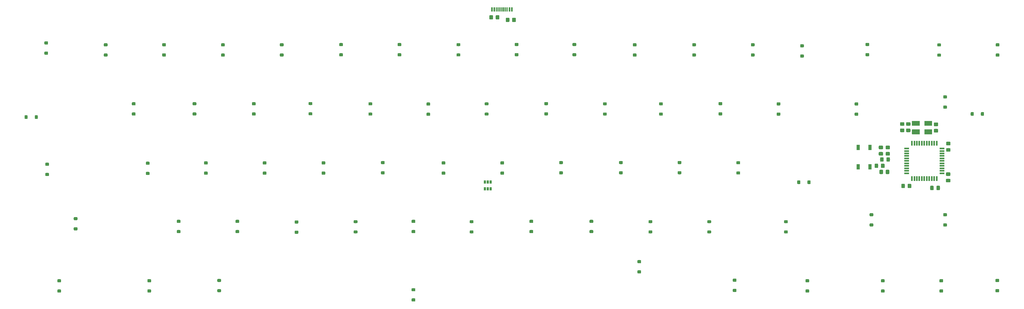
<source format=gbr>
G04 #@! TF.GenerationSoftware,KiCad,Pcbnew,(5.0.2)-1*
G04 #@! TF.CreationDate,2019-10-17T21:42:54+05:30*
G04 #@! TF.ProjectId,keyboard,6b657962-6f61-4726-942e-6b696361645f,rev?*
G04 #@! TF.SameCoordinates,Original*
G04 #@! TF.FileFunction,Paste,Bot*
G04 #@! TF.FilePolarity,Positive*
%FSLAX46Y46*%
G04 Gerber Fmt 4.6, Leading zero omitted, Abs format (unit mm)*
G04 Created by KiCad (PCBNEW (5.0.2)-1) date 10/17/2019 9:42:54 PM*
%MOMM*%
%LPD*%
G01*
G04 APERTURE LIST*
%ADD10C,0.100000*%
%ADD11C,1.150000*%
%ADD12R,1.000000X1.700000*%
%ADD13R,1.500000X0.550000*%
%ADD14R,0.550000X1.500000*%
%ADD15C,1.000000*%
%ADD16C,1.600000*%
%ADD17R,0.650000X1.060000*%
%ADD18R,0.300000X1.450000*%
%ADD19R,0.600000X1.450000*%
G04 APERTURE END LIST*
D10*
G04 #@! TO.C,C1*
G36*
X339115755Y-85862454D02*
X339140023Y-85866054D01*
X339163822Y-85872015D01*
X339186921Y-85880280D01*
X339209100Y-85890770D01*
X339230143Y-85903382D01*
X339249849Y-85917997D01*
X339268027Y-85934473D01*
X339284503Y-85952651D01*
X339299118Y-85972357D01*
X339311730Y-85993400D01*
X339322220Y-86015579D01*
X339330485Y-86038678D01*
X339336446Y-86062477D01*
X339340046Y-86086745D01*
X339341250Y-86111249D01*
X339341250Y-86761251D01*
X339340046Y-86785755D01*
X339336446Y-86810023D01*
X339330485Y-86833822D01*
X339322220Y-86856921D01*
X339311730Y-86879100D01*
X339299118Y-86900143D01*
X339284503Y-86919849D01*
X339268027Y-86938027D01*
X339249849Y-86954503D01*
X339230143Y-86969118D01*
X339209100Y-86981730D01*
X339186921Y-86992220D01*
X339163822Y-87000485D01*
X339140023Y-87006446D01*
X339115755Y-87010046D01*
X339091251Y-87011250D01*
X338191249Y-87011250D01*
X338166745Y-87010046D01*
X338142477Y-87006446D01*
X338118678Y-87000485D01*
X338095579Y-86992220D01*
X338073400Y-86981730D01*
X338052357Y-86969118D01*
X338032651Y-86954503D01*
X338014473Y-86938027D01*
X337997997Y-86919849D01*
X337983382Y-86900143D01*
X337970770Y-86879100D01*
X337960280Y-86856921D01*
X337952015Y-86833822D01*
X337946054Y-86810023D01*
X337942454Y-86785755D01*
X337941250Y-86761251D01*
X337941250Y-86111249D01*
X337942454Y-86086745D01*
X337946054Y-86062477D01*
X337952015Y-86038678D01*
X337960280Y-86015579D01*
X337970770Y-85993400D01*
X337983382Y-85972357D01*
X337997997Y-85952651D01*
X338014473Y-85934473D01*
X338032651Y-85917997D01*
X338052357Y-85903382D01*
X338073400Y-85890770D01*
X338095579Y-85880280D01*
X338118678Y-85872015D01*
X338142477Y-85866054D01*
X338166745Y-85862454D01*
X338191249Y-85861250D01*
X339091251Y-85861250D01*
X339115755Y-85862454D01*
X339115755Y-85862454D01*
G37*
D11*
X338641250Y-86436250D03*
D10*
G36*
X339115755Y-87912454D02*
X339140023Y-87916054D01*
X339163822Y-87922015D01*
X339186921Y-87930280D01*
X339209100Y-87940770D01*
X339230143Y-87953382D01*
X339249849Y-87967997D01*
X339268027Y-87984473D01*
X339284503Y-88002651D01*
X339299118Y-88022357D01*
X339311730Y-88043400D01*
X339322220Y-88065579D01*
X339330485Y-88088678D01*
X339336446Y-88112477D01*
X339340046Y-88136745D01*
X339341250Y-88161249D01*
X339341250Y-88811251D01*
X339340046Y-88835755D01*
X339336446Y-88860023D01*
X339330485Y-88883822D01*
X339322220Y-88906921D01*
X339311730Y-88929100D01*
X339299118Y-88950143D01*
X339284503Y-88969849D01*
X339268027Y-88988027D01*
X339249849Y-89004503D01*
X339230143Y-89019118D01*
X339209100Y-89031730D01*
X339186921Y-89042220D01*
X339163822Y-89050485D01*
X339140023Y-89056446D01*
X339115755Y-89060046D01*
X339091251Y-89061250D01*
X338191249Y-89061250D01*
X338166745Y-89060046D01*
X338142477Y-89056446D01*
X338118678Y-89050485D01*
X338095579Y-89042220D01*
X338073400Y-89031730D01*
X338052357Y-89019118D01*
X338032651Y-89004503D01*
X338014473Y-88988027D01*
X337997997Y-88969849D01*
X337983382Y-88950143D01*
X337970770Y-88929100D01*
X337960280Y-88906921D01*
X337952015Y-88883822D01*
X337946054Y-88860023D01*
X337942454Y-88835755D01*
X337941250Y-88811251D01*
X337941250Y-88161249D01*
X337942454Y-88136745D01*
X337946054Y-88112477D01*
X337952015Y-88088678D01*
X337960280Y-88065579D01*
X337970770Y-88043400D01*
X337983382Y-88022357D01*
X337997997Y-88002651D01*
X338014473Y-87984473D01*
X338032651Y-87967997D01*
X338052357Y-87953382D01*
X338073400Y-87940770D01*
X338095579Y-87930280D01*
X338118678Y-87922015D01*
X338142477Y-87916054D01*
X338166745Y-87912454D01*
X338191249Y-87911250D01*
X339091251Y-87911250D01*
X339115755Y-87912454D01*
X339115755Y-87912454D01*
G37*
D11*
X338641250Y-88486250D03*
G04 #@! TD*
D10*
G04 #@! TO.C,C2*
G36*
X348055755Y-88032454D02*
X348080023Y-88036054D01*
X348103822Y-88042015D01*
X348126921Y-88050280D01*
X348149100Y-88060770D01*
X348170143Y-88073382D01*
X348189849Y-88087997D01*
X348208027Y-88104473D01*
X348224503Y-88122651D01*
X348239118Y-88142357D01*
X348251730Y-88163400D01*
X348262220Y-88185579D01*
X348270485Y-88208678D01*
X348276446Y-88232477D01*
X348280046Y-88256745D01*
X348281250Y-88281249D01*
X348281250Y-88931251D01*
X348280046Y-88955755D01*
X348276446Y-88980023D01*
X348270485Y-89003822D01*
X348262220Y-89026921D01*
X348251730Y-89049100D01*
X348239118Y-89070143D01*
X348224503Y-89089849D01*
X348208027Y-89108027D01*
X348189849Y-89124503D01*
X348170143Y-89139118D01*
X348149100Y-89151730D01*
X348126921Y-89162220D01*
X348103822Y-89170485D01*
X348080023Y-89176446D01*
X348055755Y-89180046D01*
X348031251Y-89181250D01*
X347131249Y-89181250D01*
X347106745Y-89180046D01*
X347082477Y-89176446D01*
X347058678Y-89170485D01*
X347035579Y-89162220D01*
X347013400Y-89151730D01*
X346992357Y-89139118D01*
X346972651Y-89124503D01*
X346954473Y-89108027D01*
X346937997Y-89089849D01*
X346923382Y-89070143D01*
X346910770Y-89049100D01*
X346900280Y-89026921D01*
X346892015Y-89003822D01*
X346886054Y-88980023D01*
X346882454Y-88955755D01*
X346881250Y-88931251D01*
X346881250Y-88281249D01*
X346882454Y-88256745D01*
X346886054Y-88232477D01*
X346892015Y-88208678D01*
X346900280Y-88185579D01*
X346910770Y-88163400D01*
X346923382Y-88142357D01*
X346937997Y-88122651D01*
X346954473Y-88104473D01*
X346972651Y-88087997D01*
X346992357Y-88073382D01*
X347013400Y-88060770D01*
X347035579Y-88050280D01*
X347058678Y-88042015D01*
X347082477Y-88036054D01*
X347106745Y-88032454D01*
X347131249Y-88031250D01*
X348031251Y-88031250D01*
X348055755Y-88032454D01*
X348055755Y-88032454D01*
G37*
D11*
X347581250Y-88606250D03*
D10*
G36*
X348055755Y-85982454D02*
X348080023Y-85986054D01*
X348103822Y-85992015D01*
X348126921Y-86000280D01*
X348149100Y-86010770D01*
X348170143Y-86023382D01*
X348189849Y-86037997D01*
X348208027Y-86054473D01*
X348224503Y-86072651D01*
X348239118Y-86092357D01*
X348251730Y-86113400D01*
X348262220Y-86135579D01*
X348270485Y-86158678D01*
X348276446Y-86182477D01*
X348280046Y-86206745D01*
X348281250Y-86231249D01*
X348281250Y-86881251D01*
X348280046Y-86905755D01*
X348276446Y-86930023D01*
X348270485Y-86953822D01*
X348262220Y-86976921D01*
X348251730Y-86999100D01*
X348239118Y-87020143D01*
X348224503Y-87039849D01*
X348208027Y-87058027D01*
X348189849Y-87074503D01*
X348170143Y-87089118D01*
X348149100Y-87101730D01*
X348126921Y-87112220D01*
X348103822Y-87120485D01*
X348080023Y-87126446D01*
X348055755Y-87130046D01*
X348031251Y-87131250D01*
X347131249Y-87131250D01*
X347106745Y-87130046D01*
X347082477Y-87126446D01*
X347058678Y-87120485D01*
X347035579Y-87112220D01*
X347013400Y-87101730D01*
X346992357Y-87089118D01*
X346972651Y-87074503D01*
X346954473Y-87058027D01*
X346937997Y-87039849D01*
X346923382Y-87020143D01*
X346910770Y-86999100D01*
X346900280Y-86976921D01*
X346892015Y-86953822D01*
X346886054Y-86930023D01*
X346882454Y-86905755D01*
X346881250Y-86881251D01*
X346881250Y-86231249D01*
X346882454Y-86206745D01*
X346886054Y-86182477D01*
X346892015Y-86158678D01*
X346900280Y-86135579D01*
X346910770Y-86113400D01*
X346923382Y-86092357D01*
X346937997Y-86072651D01*
X346954473Y-86054473D01*
X346972651Y-86037997D01*
X346992357Y-86023382D01*
X347013400Y-86010770D01*
X347035579Y-86000280D01*
X347058678Y-85992015D01*
X347082477Y-85986054D01*
X347106745Y-85982454D01*
X347131249Y-85981250D01*
X348031251Y-85981250D01*
X348055755Y-85982454D01*
X348055755Y-85982454D01*
G37*
D11*
X347581250Y-86556250D03*
G04 #@! TD*
D10*
G04 #@! TO.C,R1*
G36*
X330265755Y-93442454D02*
X330290023Y-93446054D01*
X330313822Y-93452015D01*
X330336921Y-93460280D01*
X330359100Y-93470770D01*
X330380143Y-93483382D01*
X330399849Y-93497997D01*
X330418027Y-93514473D01*
X330434503Y-93532651D01*
X330449118Y-93552357D01*
X330461730Y-93573400D01*
X330472220Y-93595579D01*
X330480485Y-93618678D01*
X330486446Y-93642477D01*
X330490046Y-93666745D01*
X330491250Y-93691249D01*
X330491250Y-94341251D01*
X330490046Y-94365755D01*
X330486446Y-94390023D01*
X330480485Y-94413822D01*
X330472220Y-94436921D01*
X330461730Y-94459100D01*
X330449118Y-94480143D01*
X330434503Y-94499849D01*
X330418027Y-94518027D01*
X330399849Y-94534503D01*
X330380143Y-94549118D01*
X330359100Y-94561730D01*
X330336921Y-94572220D01*
X330313822Y-94580485D01*
X330290023Y-94586446D01*
X330265755Y-94590046D01*
X330241251Y-94591250D01*
X329341249Y-94591250D01*
X329316745Y-94590046D01*
X329292477Y-94586446D01*
X329268678Y-94580485D01*
X329245579Y-94572220D01*
X329223400Y-94561730D01*
X329202357Y-94549118D01*
X329182651Y-94534503D01*
X329164473Y-94518027D01*
X329147997Y-94499849D01*
X329133382Y-94480143D01*
X329120770Y-94459100D01*
X329110280Y-94436921D01*
X329102015Y-94413822D01*
X329096054Y-94390023D01*
X329092454Y-94365755D01*
X329091250Y-94341251D01*
X329091250Y-93691249D01*
X329092454Y-93666745D01*
X329096054Y-93642477D01*
X329102015Y-93618678D01*
X329110280Y-93595579D01*
X329120770Y-93573400D01*
X329133382Y-93552357D01*
X329147997Y-93532651D01*
X329164473Y-93514473D01*
X329182651Y-93497997D01*
X329202357Y-93483382D01*
X329223400Y-93470770D01*
X329245579Y-93460280D01*
X329268678Y-93452015D01*
X329292477Y-93446054D01*
X329316745Y-93442454D01*
X329341249Y-93441250D01*
X330241251Y-93441250D01*
X330265755Y-93442454D01*
X330265755Y-93442454D01*
G37*
D11*
X329791250Y-94016250D03*
D10*
G36*
X330265755Y-95492454D02*
X330290023Y-95496054D01*
X330313822Y-95502015D01*
X330336921Y-95510280D01*
X330359100Y-95520770D01*
X330380143Y-95533382D01*
X330399849Y-95547997D01*
X330418027Y-95564473D01*
X330434503Y-95582651D01*
X330449118Y-95602357D01*
X330461730Y-95623400D01*
X330472220Y-95645579D01*
X330480485Y-95668678D01*
X330486446Y-95692477D01*
X330490046Y-95716745D01*
X330491250Y-95741249D01*
X330491250Y-96391251D01*
X330490046Y-96415755D01*
X330486446Y-96440023D01*
X330480485Y-96463822D01*
X330472220Y-96486921D01*
X330461730Y-96509100D01*
X330449118Y-96530143D01*
X330434503Y-96549849D01*
X330418027Y-96568027D01*
X330399849Y-96584503D01*
X330380143Y-96599118D01*
X330359100Y-96611730D01*
X330336921Y-96622220D01*
X330313822Y-96630485D01*
X330290023Y-96636446D01*
X330265755Y-96640046D01*
X330241251Y-96641250D01*
X329341249Y-96641250D01*
X329316745Y-96640046D01*
X329292477Y-96636446D01*
X329268678Y-96630485D01*
X329245579Y-96622220D01*
X329223400Y-96611730D01*
X329202357Y-96599118D01*
X329182651Y-96584503D01*
X329164473Y-96568027D01*
X329147997Y-96549849D01*
X329133382Y-96530143D01*
X329120770Y-96509100D01*
X329110280Y-96486921D01*
X329102015Y-96463822D01*
X329096054Y-96440023D01*
X329092454Y-96415755D01*
X329091250Y-96391251D01*
X329091250Y-95741249D01*
X329092454Y-95716745D01*
X329096054Y-95692477D01*
X329102015Y-95668678D01*
X329110280Y-95645579D01*
X329120770Y-95623400D01*
X329133382Y-95602357D01*
X329147997Y-95582651D01*
X329164473Y-95564473D01*
X329182651Y-95547997D01*
X329202357Y-95533382D01*
X329223400Y-95520770D01*
X329245579Y-95510280D01*
X329268678Y-95502015D01*
X329292477Y-95496054D01*
X329316745Y-95492454D01*
X329341249Y-95491250D01*
X330241251Y-95491250D01*
X330265755Y-95492454D01*
X330265755Y-95492454D01*
G37*
D11*
X329791250Y-96066250D03*
G04 #@! TD*
D12*
G04 #@! TO.C,RESET1*
X322471250Y-94001250D03*
X322471250Y-100301250D03*
X326271250Y-94001250D03*
X326271250Y-100301250D03*
G04 #@! TD*
D10*
G04 #@! TO.C,R2*
G36*
X352005755Y-104132454D02*
X352030023Y-104136054D01*
X352053822Y-104142015D01*
X352076921Y-104150280D01*
X352099100Y-104160770D01*
X352120143Y-104173382D01*
X352139849Y-104187997D01*
X352158027Y-104204473D01*
X352174503Y-104222651D01*
X352189118Y-104242357D01*
X352201730Y-104263400D01*
X352212220Y-104285579D01*
X352220485Y-104308678D01*
X352226446Y-104332477D01*
X352230046Y-104356745D01*
X352231250Y-104381249D01*
X352231250Y-105031251D01*
X352230046Y-105055755D01*
X352226446Y-105080023D01*
X352220485Y-105103822D01*
X352212220Y-105126921D01*
X352201730Y-105149100D01*
X352189118Y-105170143D01*
X352174503Y-105189849D01*
X352158027Y-105208027D01*
X352139849Y-105224503D01*
X352120143Y-105239118D01*
X352099100Y-105251730D01*
X352076921Y-105262220D01*
X352053822Y-105270485D01*
X352030023Y-105276446D01*
X352005755Y-105280046D01*
X351981251Y-105281250D01*
X351081249Y-105281250D01*
X351056745Y-105280046D01*
X351032477Y-105276446D01*
X351008678Y-105270485D01*
X350985579Y-105262220D01*
X350963400Y-105251730D01*
X350942357Y-105239118D01*
X350922651Y-105224503D01*
X350904473Y-105208027D01*
X350887997Y-105189849D01*
X350873382Y-105170143D01*
X350860770Y-105149100D01*
X350850280Y-105126921D01*
X350842015Y-105103822D01*
X350836054Y-105080023D01*
X350832454Y-105055755D01*
X350831250Y-105031251D01*
X350831250Y-104381249D01*
X350832454Y-104356745D01*
X350836054Y-104332477D01*
X350842015Y-104308678D01*
X350850280Y-104285579D01*
X350860770Y-104263400D01*
X350873382Y-104242357D01*
X350887997Y-104222651D01*
X350904473Y-104204473D01*
X350922651Y-104187997D01*
X350942357Y-104173382D01*
X350963400Y-104160770D01*
X350985579Y-104150280D01*
X351008678Y-104142015D01*
X351032477Y-104136054D01*
X351056745Y-104132454D01*
X351081249Y-104131250D01*
X351981251Y-104131250D01*
X352005755Y-104132454D01*
X352005755Y-104132454D01*
G37*
D11*
X351531250Y-104706250D03*
D10*
G36*
X352005755Y-102082454D02*
X352030023Y-102086054D01*
X352053822Y-102092015D01*
X352076921Y-102100280D01*
X352099100Y-102110770D01*
X352120143Y-102123382D01*
X352139849Y-102137997D01*
X352158027Y-102154473D01*
X352174503Y-102172651D01*
X352189118Y-102192357D01*
X352201730Y-102213400D01*
X352212220Y-102235579D01*
X352220485Y-102258678D01*
X352226446Y-102282477D01*
X352230046Y-102306745D01*
X352231250Y-102331249D01*
X352231250Y-102981251D01*
X352230046Y-103005755D01*
X352226446Y-103030023D01*
X352220485Y-103053822D01*
X352212220Y-103076921D01*
X352201730Y-103099100D01*
X352189118Y-103120143D01*
X352174503Y-103139849D01*
X352158027Y-103158027D01*
X352139849Y-103174503D01*
X352120143Y-103189118D01*
X352099100Y-103201730D01*
X352076921Y-103212220D01*
X352053822Y-103220485D01*
X352030023Y-103226446D01*
X352005755Y-103230046D01*
X351981251Y-103231250D01*
X351081249Y-103231250D01*
X351056745Y-103230046D01*
X351032477Y-103226446D01*
X351008678Y-103220485D01*
X350985579Y-103212220D01*
X350963400Y-103201730D01*
X350942357Y-103189118D01*
X350922651Y-103174503D01*
X350904473Y-103158027D01*
X350887997Y-103139849D01*
X350873382Y-103120143D01*
X350860770Y-103099100D01*
X350850280Y-103076921D01*
X350842015Y-103053822D01*
X350836054Y-103030023D01*
X350832454Y-103005755D01*
X350831250Y-102981251D01*
X350831250Y-102331249D01*
X350832454Y-102306745D01*
X350836054Y-102282477D01*
X350842015Y-102258678D01*
X350850280Y-102235579D01*
X350860770Y-102213400D01*
X350873382Y-102192357D01*
X350887997Y-102172651D01*
X350904473Y-102154473D01*
X350922651Y-102137997D01*
X350942357Y-102123382D01*
X350963400Y-102110770D01*
X350985579Y-102100280D01*
X351008678Y-102092015D01*
X351032477Y-102086054D01*
X351056745Y-102082454D01*
X351081249Y-102081250D01*
X351981251Y-102081250D01*
X352005755Y-102082454D01*
X352005755Y-102082454D01*
G37*
D11*
X351531250Y-102656250D03*
G04 #@! TD*
D10*
G04 #@! TO.C,R3*
G36*
X332285755Y-101232454D02*
X332310023Y-101236054D01*
X332333822Y-101242015D01*
X332356921Y-101250280D01*
X332379100Y-101260770D01*
X332400143Y-101273382D01*
X332419849Y-101287997D01*
X332438027Y-101304473D01*
X332454503Y-101322651D01*
X332469118Y-101342357D01*
X332481730Y-101363400D01*
X332492220Y-101385579D01*
X332500485Y-101408678D01*
X332506446Y-101432477D01*
X332510046Y-101456745D01*
X332511250Y-101481249D01*
X332511250Y-102381251D01*
X332510046Y-102405755D01*
X332506446Y-102430023D01*
X332500485Y-102453822D01*
X332492220Y-102476921D01*
X332481730Y-102499100D01*
X332469118Y-102520143D01*
X332454503Y-102539849D01*
X332438027Y-102558027D01*
X332419849Y-102574503D01*
X332400143Y-102589118D01*
X332379100Y-102601730D01*
X332356921Y-102612220D01*
X332333822Y-102620485D01*
X332310023Y-102626446D01*
X332285755Y-102630046D01*
X332261251Y-102631250D01*
X331611249Y-102631250D01*
X331586745Y-102630046D01*
X331562477Y-102626446D01*
X331538678Y-102620485D01*
X331515579Y-102612220D01*
X331493400Y-102601730D01*
X331472357Y-102589118D01*
X331452651Y-102574503D01*
X331434473Y-102558027D01*
X331417997Y-102539849D01*
X331403382Y-102520143D01*
X331390770Y-102499100D01*
X331380280Y-102476921D01*
X331372015Y-102453822D01*
X331366054Y-102430023D01*
X331362454Y-102405755D01*
X331361250Y-102381251D01*
X331361250Y-101481249D01*
X331362454Y-101456745D01*
X331366054Y-101432477D01*
X331372015Y-101408678D01*
X331380280Y-101385579D01*
X331390770Y-101363400D01*
X331403382Y-101342357D01*
X331417997Y-101322651D01*
X331434473Y-101304473D01*
X331452651Y-101287997D01*
X331472357Y-101273382D01*
X331493400Y-101260770D01*
X331515579Y-101250280D01*
X331538678Y-101242015D01*
X331562477Y-101236054D01*
X331586745Y-101232454D01*
X331611249Y-101231250D01*
X332261251Y-101231250D01*
X332285755Y-101232454D01*
X332285755Y-101232454D01*
G37*
D11*
X331936250Y-101931250D03*
D10*
G36*
X330235755Y-101232454D02*
X330260023Y-101236054D01*
X330283822Y-101242015D01*
X330306921Y-101250280D01*
X330329100Y-101260770D01*
X330350143Y-101273382D01*
X330369849Y-101287997D01*
X330388027Y-101304473D01*
X330404503Y-101322651D01*
X330419118Y-101342357D01*
X330431730Y-101363400D01*
X330442220Y-101385579D01*
X330450485Y-101408678D01*
X330456446Y-101432477D01*
X330460046Y-101456745D01*
X330461250Y-101481249D01*
X330461250Y-102381251D01*
X330460046Y-102405755D01*
X330456446Y-102430023D01*
X330450485Y-102453822D01*
X330442220Y-102476921D01*
X330431730Y-102499100D01*
X330419118Y-102520143D01*
X330404503Y-102539849D01*
X330388027Y-102558027D01*
X330369849Y-102574503D01*
X330350143Y-102589118D01*
X330329100Y-102601730D01*
X330306921Y-102612220D01*
X330283822Y-102620485D01*
X330260023Y-102626446D01*
X330235755Y-102630046D01*
X330211251Y-102631250D01*
X329561249Y-102631250D01*
X329536745Y-102630046D01*
X329512477Y-102626446D01*
X329488678Y-102620485D01*
X329465579Y-102612220D01*
X329443400Y-102601730D01*
X329422357Y-102589118D01*
X329402651Y-102574503D01*
X329384473Y-102558027D01*
X329367997Y-102539849D01*
X329353382Y-102520143D01*
X329340770Y-102499100D01*
X329330280Y-102476921D01*
X329322015Y-102453822D01*
X329316054Y-102430023D01*
X329312454Y-102405755D01*
X329311250Y-102381251D01*
X329311250Y-101481249D01*
X329312454Y-101456745D01*
X329316054Y-101432477D01*
X329322015Y-101408678D01*
X329330280Y-101385579D01*
X329340770Y-101363400D01*
X329353382Y-101342357D01*
X329367997Y-101322651D01*
X329384473Y-101304473D01*
X329402651Y-101287997D01*
X329422357Y-101273382D01*
X329443400Y-101260770D01*
X329465579Y-101250280D01*
X329488678Y-101242015D01*
X329512477Y-101236054D01*
X329536745Y-101232454D01*
X329561249Y-101231250D01*
X330211251Y-101231250D01*
X330235755Y-101232454D01*
X330235755Y-101232454D01*
G37*
D11*
X329886250Y-101931250D03*
G04 #@! TD*
D10*
G04 #@! TO.C,R4*
G36*
X330745755Y-99252454D02*
X330770023Y-99256054D01*
X330793822Y-99262015D01*
X330816921Y-99270280D01*
X330839100Y-99280770D01*
X330860143Y-99293382D01*
X330879849Y-99307997D01*
X330898027Y-99324473D01*
X330914503Y-99342651D01*
X330929118Y-99362357D01*
X330941730Y-99383400D01*
X330952220Y-99405579D01*
X330960485Y-99428678D01*
X330966446Y-99452477D01*
X330970046Y-99476745D01*
X330971250Y-99501249D01*
X330971250Y-100401251D01*
X330970046Y-100425755D01*
X330966446Y-100450023D01*
X330960485Y-100473822D01*
X330952220Y-100496921D01*
X330941730Y-100519100D01*
X330929118Y-100540143D01*
X330914503Y-100559849D01*
X330898027Y-100578027D01*
X330879849Y-100594503D01*
X330860143Y-100609118D01*
X330839100Y-100621730D01*
X330816921Y-100632220D01*
X330793822Y-100640485D01*
X330770023Y-100646446D01*
X330745755Y-100650046D01*
X330721251Y-100651250D01*
X330071249Y-100651250D01*
X330046745Y-100650046D01*
X330022477Y-100646446D01*
X329998678Y-100640485D01*
X329975579Y-100632220D01*
X329953400Y-100621730D01*
X329932357Y-100609118D01*
X329912651Y-100594503D01*
X329894473Y-100578027D01*
X329877997Y-100559849D01*
X329863382Y-100540143D01*
X329850770Y-100519100D01*
X329840280Y-100496921D01*
X329832015Y-100473822D01*
X329826054Y-100450023D01*
X329822454Y-100425755D01*
X329821250Y-100401251D01*
X329821250Y-99501249D01*
X329822454Y-99476745D01*
X329826054Y-99452477D01*
X329832015Y-99428678D01*
X329840280Y-99405579D01*
X329850770Y-99383400D01*
X329863382Y-99362357D01*
X329877997Y-99342651D01*
X329894473Y-99324473D01*
X329912651Y-99307997D01*
X329932357Y-99293382D01*
X329953400Y-99280770D01*
X329975579Y-99270280D01*
X329998678Y-99262015D01*
X330022477Y-99256054D01*
X330046745Y-99252454D01*
X330071249Y-99251250D01*
X330721251Y-99251250D01*
X330745755Y-99252454D01*
X330745755Y-99252454D01*
G37*
D11*
X330396250Y-99951250D03*
D10*
G36*
X328695755Y-99252454D02*
X328720023Y-99256054D01*
X328743822Y-99262015D01*
X328766921Y-99270280D01*
X328789100Y-99280770D01*
X328810143Y-99293382D01*
X328829849Y-99307997D01*
X328848027Y-99324473D01*
X328864503Y-99342651D01*
X328879118Y-99362357D01*
X328891730Y-99383400D01*
X328902220Y-99405579D01*
X328910485Y-99428678D01*
X328916446Y-99452477D01*
X328920046Y-99476745D01*
X328921250Y-99501249D01*
X328921250Y-100401251D01*
X328920046Y-100425755D01*
X328916446Y-100450023D01*
X328910485Y-100473822D01*
X328902220Y-100496921D01*
X328891730Y-100519100D01*
X328879118Y-100540143D01*
X328864503Y-100559849D01*
X328848027Y-100578027D01*
X328829849Y-100594503D01*
X328810143Y-100609118D01*
X328789100Y-100621730D01*
X328766921Y-100632220D01*
X328743822Y-100640485D01*
X328720023Y-100646446D01*
X328695755Y-100650046D01*
X328671251Y-100651250D01*
X328021249Y-100651250D01*
X327996745Y-100650046D01*
X327972477Y-100646446D01*
X327948678Y-100640485D01*
X327925579Y-100632220D01*
X327903400Y-100621730D01*
X327882357Y-100609118D01*
X327862651Y-100594503D01*
X327844473Y-100578027D01*
X327827997Y-100559849D01*
X327813382Y-100540143D01*
X327800770Y-100519100D01*
X327790280Y-100496921D01*
X327782015Y-100473822D01*
X327776054Y-100450023D01*
X327772454Y-100425755D01*
X327771250Y-100401251D01*
X327771250Y-99501249D01*
X327772454Y-99476745D01*
X327776054Y-99452477D01*
X327782015Y-99428678D01*
X327790280Y-99405579D01*
X327800770Y-99383400D01*
X327813382Y-99362357D01*
X327827997Y-99342651D01*
X327844473Y-99324473D01*
X327862651Y-99307997D01*
X327882357Y-99293382D01*
X327903400Y-99280770D01*
X327925579Y-99270280D01*
X327948678Y-99262015D01*
X327972477Y-99256054D01*
X327996745Y-99252454D01*
X328021249Y-99251250D01*
X328671251Y-99251250D01*
X328695755Y-99252454D01*
X328695755Y-99252454D01*
G37*
D11*
X328346250Y-99951250D03*
G04 #@! TD*
D10*
G04 #@! TO.C,C3*
G36*
X332485755Y-95492454D02*
X332510023Y-95496054D01*
X332533822Y-95502015D01*
X332556921Y-95510280D01*
X332579100Y-95520770D01*
X332600143Y-95533382D01*
X332619849Y-95547997D01*
X332638027Y-95564473D01*
X332654503Y-95582651D01*
X332669118Y-95602357D01*
X332681730Y-95623400D01*
X332692220Y-95645579D01*
X332700485Y-95668678D01*
X332706446Y-95692477D01*
X332710046Y-95716745D01*
X332711250Y-95741249D01*
X332711250Y-96391251D01*
X332710046Y-96415755D01*
X332706446Y-96440023D01*
X332700485Y-96463822D01*
X332692220Y-96486921D01*
X332681730Y-96509100D01*
X332669118Y-96530143D01*
X332654503Y-96549849D01*
X332638027Y-96568027D01*
X332619849Y-96584503D01*
X332600143Y-96599118D01*
X332579100Y-96611730D01*
X332556921Y-96622220D01*
X332533822Y-96630485D01*
X332510023Y-96636446D01*
X332485755Y-96640046D01*
X332461251Y-96641250D01*
X331561249Y-96641250D01*
X331536745Y-96640046D01*
X331512477Y-96636446D01*
X331488678Y-96630485D01*
X331465579Y-96622220D01*
X331443400Y-96611730D01*
X331422357Y-96599118D01*
X331402651Y-96584503D01*
X331384473Y-96568027D01*
X331367997Y-96549849D01*
X331353382Y-96530143D01*
X331340770Y-96509100D01*
X331330280Y-96486921D01*
X331322015Y-96463822D01*
X331316054Y-96440023D01*
X331312454Y-96415755D01*
X331311250Y-96391251D01*
X331311250Y-95741249D01*
X331312454Y-95716745D01*
X331316054Y-95692477D01*
X331322015Y-95668678D01*
X331330280Y-95645579D01*
X331340770Y-95623400D01*
X331353382Y-95602357D01*
X331367997Y-95582651D01*
X331384473Y-95564473D01*
X331402651Y-95547997D01*
X331422357Y-95533382D01*
X331443400Y-95520770D01*
X331465579Y-95510280D01*
X331488678Y-95502015D01*
X331512477Y-95496054D01*
X331536745Y-95492454D01*
X331561249Y-95491250D01*
X332461251Y-95491250D01*
X332485755Y-95492454D01*
X332485755Y-95492454D01*
G37*
D11*
X332011250Y-96066250D03*
D10*
G36*
X332485755Y-93442454D02*
X332510023Y-93446054D01*
X332533822Y-93452015D01*
X332556921Y-93460280D01*
X332579100Y-93470770D01*
X332600143Y-93483382D01*
X332619849Y-93497997D01*
X332638027Y-93514473D01*
X332654503Y-93532651D01*
X332669118Y-93552357D01*
X332681730Y-93573400D01*
X332692220Y-93595579D01*
X332700485Y-93618678D01*
X332706446Y-93642477D01*
X332710046Y-93666745D01*
X332711250Y-93691249D01*
X332711250Y-94341251D01*
X332710046Y-94365755D01*
X332706446Y-94390023D01*
X332700485Y-94413822D01*
X332692220Y-94436921D01*
X332681730Y-94459100D01*
X332669118Y-94480143D01*
X332654503Y-94499849D01*
X332638027Y-94518027D01*
X332619849Y-94534503D01*
X332600143Y-94549118D01*
X332579100Y-94561730D01*
X332556921Y-94572220D01*
X332533822Y-94580485D01*
X332510023Y-94586446D01*
X332485755Y-94590046D01*
X332461251Y-94591250D01*
X331561249Y-94591250D01*
X331536745Y-94590046D01*
X331512477Y-94586446D01*
X331488678Y-94580485D01*
X331465579Y-94572220D01*
X331443400Y-94561730D01*
X331422357Y-94549118D01*
X331402651Y-94534503D01*
X331384473Y-94518027D01*
X331367997Y-94499849D01*
X331353382Y-94480143D01*
X331340770Y-94459100D01*
X331330280Y-94436921D01*
X331322015Y-94413822D01*
X331316054Y-94390023D01*
X331312454Y-94365755D01*
X331311250Y-94341251D01*
X331311250Y-93691249D01*
X331312454Y-93666745D01*
X331316054Y-93642477D01*
X331322015Y-93618678D01*
X331330280Y-93595579D01*
X331340770Y-93573400D01*
X331353382Y-93552357D01*
X331367997Y-93532651D01*
X331384473Y-93514473D01*
X331402651Y-93497997D01*
X331422357Y-93483382D01*
X331443400Y-93470770D01*
X331465579Y-93460280D01*
X331488678Y-93452015D01*
X331512477Y-93446054D01*
X331536745Y-93442454D01*
X331561249Y-93441250D01*
X332461251Y-93441250D01*
X332485755Y-93442454D01*
X332485755Y-93442454D01*
G37*
D11*
X332011250Y-94016250D03*
G04 #@! TD*
D13*
G04 #@! TO.C,U1*
X338111250Y-102361250D03*
X338111250Y-101561250D03*
X338111250Y-100761250D03*
X338111250Y-99961250D03*
X338111250Y-99161250D03*
X338111250Y-98361250D03*
X338111250Y-97561250D03*
X338111250Y-96761250D03*
X338111250Y-95961250D03*
X338111250Y-95161250D03*
X338111250Y-94361250D03*
D14*
X339811250Y-92661250D03*
X340611250Y-92661250D03*
X341411250Y-92661250D03*
X342211250Y-92661250D03*
X343011250Y-92661250D03*
X343811250Y-92661250D03*
X344611250Y-92661250D03*
X345411250Y-92661250D03*
X346211250Y-92661250D03*
X347011250Y-92661250D03*
X347811250Y-92661250D03*
D13*
X349511250Y-94361250D03*
X349511250Y-95161250D03*
X349511250Y-95961250D03*
X349511250Y-96761250D03*
X349511250Y-97561250D03*
X349511250Y-98361250D03*
X349511250Y-99161250D03*
X349511250Y-99961250D03*
X349511250Y-100761250D03*
X349511250Y-101561250D03*
X349511250Y-102361250D03*
D14*
X347811250Y-104061250D03*
X347011250Y-104061250D03*
X346211250Y-104061250D03*
X345411250Y-104061250D03*
X344611250Y-104061250D03*
X343811250Y-104061250D03*
X343011250Y-104061250D03*
X342211250Y-104061250D03*
X341411250Y-104061250D03*
X340611250Y-104061250D03*
X339811250Y-104061250D03*
G04 #@! TD*
D10*
G04 #@! TO.C,C4*
G36*
X352055755Y-94227454D02*
X352080023Y-94231054D01*
X352103822Y-94237015D01*
X352126921Y-94245280D01*
X352149100Y-94255770D01*
X352170143Y-94268382D01*
X352189849Y-94282997D01*
X352208027Y-94299473D01*
X352224503Y-94317651D01*
X352239118Y-94337357D01*
X352251730Y-94358400D01*
X352262220Y-94380579D01*
X352270485Y-94403678D01*
X352276446Y-94427477D01*
X352280046Y-94451745D01*
X352281250Y-94476249D01*
X352281250Y-95126251D01*
X352280046Y-95150755D01*
X352276446Y-95175023D01*
X352270485Y-95198822D01*
X352262220Y-95221921D01*
X352251730Y-95244100D01*
X352239118Y-95265143D01*
X352224503Y-95284849D01*
X352208027Y-95303027D01*
X352189849Y-95319503D01*
X352170143Y-95334118D01*
X352149100Y-95346730D01*
X352126921Y-95357220D01*
X352103822Y-95365485D01*
X352080023Y-95371446D01*
X352055755Y-95375046D01*
X352031251Y-95376250D01*
X351131249Y-95376250D01*
X351106745Y-95375046D01*
X351082477Y-95371446D01*
X351058678Y-95365485D01*
X351035579Y-95357220D01*
X351013400Y-95346730D01*
X350992357Y-95334118D01*
X350972651Y-95319503D01*
X350954473Y-95303027D01*
X350937997Y-95284849D01*
X350923382Y-95265143D01*
X350910770Y-95244100D01*
X350900280Y-95221921D01*
X350892015Y-95198822D01*
X350886054Y-95175023D01*
X350882454Y-95150755D01*
X350881250Y-95126251D01*
X350881250Y-94476249D01*
X350882454Y-94451745D01*
X350886054Y-94427477D01*
X350892015Y-94403678D01*
X350900280Y-94380579D01*
X350910770Y-94358400D01*
X350923382Y-94337357D01*
X350937997Y-94317651D01*
X350954473Y-94299473D01*
X350972651Y-94282997D01*
X350992357Y-94268382D01*
X351013400Y-94255770D01*
X351035579Y-94245280D01*
X351058678Y-94237015D01*
X351082477Y-94231054D01*
X351106745Y-94227454D01*
X351131249Y-94226250D01*
X352031251Y-94226250D01*
X352055755Y-94227454D01*
X352055755Y-94227454D01*
G37*
D11*
X351581250Y-94801250D03*
D10*
G36*
X352055755Y-92177454D02*
X352080023Y-92181054D01*
X352103822Y-92187015D01*
X352126921Y-92195280D01*
X352149100Y-92205770D01*
X352170143Y-92218382D01*
X352189849Y-92232997D01*
X352208027Y-92249473D01*
X352224503Y-92267651D01*
X352239118Y-92287357D01*
X352251730Y-92308400D01*
X352262220Y-92330579D01*
X352270485Y-92353678D01*
X352276446Y-92377477D01*
X352280046Y-92401745D01*
X352281250Y-92426249D01*
X352281250Y-93076251D01*
X352280046Y-93100755D01*
X352276446Y-93125023D01*
X352270485Y-93148822D01*
X352262220Y-93171921D01*
X352251730Y-93194100D01*
X352239118Y-93215143D01*
X352224503Y-93234849D01*
X352208027Y-93253027D01*
X352189849Y-93269503D01*
X352170143Y-93284118D01*
X352149100Y-93296730D01*
X352126921Y-93307220D01*
X352103822Y-93315485D01*
X352080023Y-93321446D01*
X352055755Y-93325046D01*
X352031251Y-93326250D01*
X351131249Y-93326250D01*
X351106745Y-93325046D01*
X351082477Y-93321446D01*
X351058678Y-93315485D01*
X351035579Y-93307220D01*
X351013400Y-93296730D01*
X350992357Y-93284118D01*
X350972651Y-93269503D01*
X350954473Y-93253027D01*
X350937997Y-93234849D01*
X350923382Y-93215143D01*
X350910770Y-93194100D01*
X350900280Y-93171921D01*
X350892015Y-93148822D01*
X350886054Y-93125023D01*
X350882454Y-93100755D01*
X350881250Y-93076251D01*
X350881250Y-92426249D01*
X350882454Y-92401745D01*
X350886054Y-92377477D01*
X350892015Y-92353678D01*
X350900280Y-92330579D01*
X350910770Y-92308400D01*
X350923382Y-92287357D01*
X350937997Y-92267651D01*
X350954473Y-92249473D01*
X350972651Y-92232997D01*
X350992357Y-92218382D01*
X351013400Y-92205770D01*
X351035579Y-92195280D01*
X351058678Y-92187015D01*
X351082477Y-92181054D01*
X351106745Y-92177454D01*
X351131249Y-92176250D01*
X352031251Y-92176250D01*
X352055755Y-92177454D01*
X352055755Y-92177454D01*
G37*
D11*
X351581250Y-92751250D03*
G04 #@! TD*
D10*
G04 #@! TO.C,C5*
G36*
X337335755Y-105772454D02*
X337360023Y-105776054D01*
X337383822Y-105782015D01*
X337406921Y-105790280D01*
X337429100Y-105800770D01*
X337450143Y-105813382D01*
X337469849Y-105827997D01*
X337488027Y-105844473D01*
X337504503Y-105862651D01*
X337519118Y-105882357D01*
X337531730Y-105903400D01*
X337542220Y-105925579D01*
X337550485Y-105948678D01*
X337556446Y-105972477D01*
X337560046Y-105996745D01*
X337561250Y-106021249D01*
X337561250Y-106921251D01*
X337560046Y-106945755D01*
X337556446Y-106970023D01*
X337550485Y-106993822D01*
X337542220Y-107016921D01*
X337531730Y-107039100D01*
X337519118Y-107060143D01*
X337504503Y-107079849D01*
X337488027Y-107098027D01*
X337469849Y-107114503D01*
X337450143Y-107129118D01*
X337429100Y-107141730D01*
X337406921Y-107152220D01*
X337383822Y-107160485D01*
X337360023Y-107166446D01*
X337335755Y-107170046D01*
X337311251Y-107171250D01*
X336661249Y-107171250D01*
X336636745Y-107170046D01*
X336612477Y-107166446D01*
X336588678Y-107160485D01*
X336565579Y-107152220D01*
X336543400Y-107141730D01*
X336522357Y-107129118D01*
X336502651Y-107114503D01*
X336484473Y-107098027D01*
X336467997Y-107079849D01*
X336453382Y-107060143D01*
X336440770Y-107039100D01*
X336430280Y-107016921D01*
X336422015Y-106993822D01*
X336416054Y-106970023D01*
X336412454Y-106945755D01*
X336411250Y-106921251D01*
X336411250Y-106021249D01*
X336412454Y-105996745D01*
X336416054Y-105972477D01*
X336422015Y-105948678D01*
X336430280Y-105925579D01*
X336440770Y-105903400D01*
X336453382Y-105882357D01*
X336467997Y-105862651D01*
X336484473Y-105844473D01*
X336502651Y-105827997D01*
X336522357Y-105813382D01*
X336543400Y-105800770D01*
X336565579Y-105790280D01*
X336588678Y-105782015D01*
X336612477Y-105776054D01*
X336636745Y-105772454D01*
X336661249Y-105771250D01*
X337311251Y-105771250D01*
X337335755Y-105772454D01*
X337335755Y-105772454D01*
G37*
D11*
X336986250Y-106471250D03*
D10*
G36*
X339385755Y-105772454D02*
X339410023Y-105776054D01*
X339433822Y-105782015D01*
X339456921Y-105790280D01*
X339479100Y-105800770D01*
X339500143Y-105813382D01*
X339519849Y-105827997D01*
X339538027Y-105844473D01*
X339554503Y-105862651D01*
X339569118Y-105882357D01*
X339581730Y-105903400D01*
X339592220Y-105925579D01*
X339600485Y-105948678D01*
X339606446Y-105972477D01*
X339610046Y-105996745D01*
X339611250Y-106021249D01*
X339611250Y-106921251D01*
X339610046Y-106945755D01*
X339606446Y-106970023D01*
X339600485Y-106993822D01*
X339592220Y-107016921D01*
X339581730Y-107039100D01*
X339569118Y-107060143D01*
X339554503Y-107079849D01*
X339538027Y-107098027D01*
X339519849Y-107114503D01*
X339500143Y-107129118D01*
X339479100Y-107141730D01*
X339456921Y-107152220D01*
X339433822Y-107160485D01*
X339410023Y-107166446D01*
X339385755Y-107170046D01*
X339361251Y-107171250D01*
X338711249Y-107171250D01*
X338686745Y-107170046D01*
X338662477Y-107166446D01*
X338638678Y-107160485D01*
X338615579Y-107152220D01*
X338593400Y-107141730D01*
X338572357Y-107129118D01*
X338552651Y-107114503D01*
X338534473Y-107098027D01*
X338517997Y-107079849D01*
X338503382Y-107060143D01*
X338490770Y-107039100D01*
X338480280Y-107016921D01*
X338472015Y-106993822D01*
X338466054Y-106970023D01*
X338462454Y-106945755D01*
X338461250Y-106921251D01*
X338461250Y-106021249D01*
X338462454Y-105996745D01*
X338466054Y-105972477D01*
X338472015Y-105948678D01*
X338480280Y-105925579D01*
X338490770Y-105903400D01*
X338503382Y-105882357D01*
X338517997Y-105862651D01*
X338534473Y-105844473D01*
X338552651Y-105827997D01*
X338572357Y-105813382D01*
X338593400Y-105800770D01*
X338615579Y-105790280D01*
X338638678Y-105782015D01*
X338662477Y-105776054D01*
X338686745Y-105772454D01*
X338711249Y-105771250D01*
X339361251Y-105771250D01*
X339385755Y-105772454D01*
X339385755Y-105772454D01*
G37*
D11*
X339036250Y-106471250D03*
G04 #@! TD*
D10*
G04 #@! TO.C,C6*
G36*
X337165755Y-87912454D02*
X337190023Y-87916054D01*
X337213822Y-87922015D01*
X337236921Y-87930280D01*
X337259100Y-87940770D01*
X337280143Y-87953382D01*
X337299849Y-87967997D01*
X337318027Y-87984473D01*
X337334503Y-88002651D01*
X337349118Y-88022357D01*
X337361730Y-88043400D01*
X337372220Y-88065579D01*
X337380485Y-88088678D01*
X337386446Y-88112477D01*
X337390046Y-88136745D01*
X337391250Y-88161249D01*
X337391250Y-88811251D01*
X337390046Y-88835755D01*
X337386446Y-88860023D01*
X337380485Y-88883822D01*
X337372220Y-88906921D01*
X337361730Y-88929100D01*
X337349118Y-88950143D01*
X337334503Y-88969849D01*
X337318027Y-88988027D01*
X337299849Y-89004503D01*
X337280143Y-89019118D01*
X337259100Y-89031730D01*
X337236921Y-89042220D01*
X337213822Y-89050485D01*
X337190023Y-89056446D01*
X337165755Y-89060046D01*
X337141251Y-89061250D01*
X336241249Y-89061250D01*
X336216745Y-89060046D01*
X336192477Y-89056446D01*
X336168678Y-89050485D01*
X336145579Y-89042220D01*
X336123400Y-89031730D01*
X336102357Y-89019118D01*
X336082651Y-89004503D01*
X336064473Y-88988027D01*
X336047997Y-88969849D01*
X336033382Y-88950143D01*
X336020770Y-88929100D01*
X336010280Y-88906921D01*
X336002015Y-88883822D01*
X335996054Y-88860023D01*
X335992454Y-88835755D01*
X335991250Y-88811251D01*
X335991250Y-88161249D01*
X335992454Y-88136745D01*
X335996054Y-88112477D01*
X336002015Y-88088678D01*
X336010280Y-88065579D01*
X336020770Y-88043400D01*
X336033382Y-88022357D01*
X336047997Y-88002651D01*
X336064473Y-87984473D01*
X336082651Y-87967997D01*
X336102357Y-87953382D01*
X336123400Y-87940770D01*
X336145579Y-87930280D01*
X336168678Y-87922015D01*
X336192477Y-87916054D01*
X336216745Y-87912454D01*
X336241249Y-87911250D01*
X337141251Y-87911250D01*
X337165755Y-87912454D01*
X337165755Y-87912454D01*
G37*
D11*
X336691250Y-88486250D03*
D10*
G36*
X337165755Y-85862454D02*
X337190023Y-85866054D01*
X337213822Y-85872015D01*
X337236921Y-85880280D01*
X337259100Y-85890770D01*
X337280143Y-85903382D01*
X337299849Y-85917997D01*
X337318027Y-85934473D01*
X337334503Y-85952651D01*
X337349118Y-85972357D01*
X337361730Y-85993400D01*
X337372220Y-86015579D01*
X337380485Y-86038678D01*
X337386446Y-86062477D01*
X337390046Y-86086745D01*
X337391250Y-86111249D01*
X337391250Y-86761251D01*
X337390046Y-86785755D01*
X337386446Y-86810023D01*
X337380485Y-86833822D01*
X337372220Y-86856921D01*
X337361730Y-86879100D01*
X337349118Y-86900143D01*
X337334503Y-86919849D01*
X337318027Y-86938027D01*
X337299849Y-86954503D01*
X337280143Y-86969118D01*
X337259100Y-86981730D01*
X337236921Y-86992220D01*
X337213822Y-87000485D01*
X337190023Y-87006446D01*
X337165755Y-87010046D01*
X337141251Y-87011250D01*
X336241249Y-87011250D01*
X336216745Y-87010046D01*
X336192477Y-87006446D01*
X336168678Y-87000485D01*
X336145579Y-86992220D01*
X336123400Y-86981730D01*
X336102357Y-86969118D01*
X336082651Y-86954503D01*
X336064473Y-86938027D01*
X336047997Y-86919849D01*
X336033382Y-86900143D01*
X336020770Y-86879100D01*
X336010280Y-86856921D01*
X336002015Y-86833822D01*
X335996054Y-86810023D01*
X335992454Y-86785755D01*
X335991250Y-86761251D01*
X335991250Y-86111249D01*
X335992454Y-86086745D01*
X335996054Y-86062477D01*
X336002015Y-86038678D01*
X336010280Y-86015579D01*
X336020770Y-85993400D01*
X336033382Y-85972357D01*
X336047997Y-85952651D01*
X336064473Y-85934473D01*
X336082651Y-85917997D01*
X336102357Y-85903382D01*
X336123400Y-85890770D01*
X336145579Y-85880280D01*
X336168678Y-85872015D01*
X336192477Y-85866054D01*
X336216745Y-85862454D01*
X336241249Y-85861250D01*
X337141251Y-85861250D01*
X337165755Y-85862454D01*
X337165755Y-85862454D01*
G37*
D11*
X336691250Y-86436250D03*
G04 #@! TD*
D10*
G04 #@! TO.C,C7*
G36*
X348665755Y-106402454D02*
X348690023Y-106406054D01*
X348713822Y-106412015D01*
X348736921Y-106420280D01*
X348759100Y-106430770D01*
X348780143Y-106443382D01*
X348799849Y-106457997D01*
X348818027Y-106474473D01*
X348834503Y-106492651D01*
X348849118Y-106512357D01*
X348861730Y-106533400D01*
X348872220Y-106555579D01*
X348880485Y-106578678D01*
X348886446Y-106602477D01*
X348890046Y-106626745D01*
X348891250Y-106651249D01*
X348891250Y-107551251D01*
X348890046Y-107575755D01*
X348886446Y-107600023D01*
X348880485Y-107623822D01*
X348872220Y-107646921D01*
X348861730Y-107669100D01*
X348849118Y-107690143D01*
X348834503Y-107709849D01*
X348818027Y-107728027D01*
X348799849Y-107744503D01*
X348780143Y-107759118D01*
X348759100Y-107771730D01*
X348736921Y-107782220D01*
X348713822Y-107790485D01*
X348690023Y-107796446D01*
X348665755Y-107800046D01*
X348641251Y-107801250D01*
X347991249Y-107801250D01*
X347966745Y-107800046D01*
X347942477Y-107796446D01*
X347918678Y-107790485D01*
X347895579Y-107782220D01*
X347873400Y-107771730D01*
X347852357Y-107759118D01*
X347832651Y-107744503D01*
X347814473Y-107728027D01*
X347797997Y-107709849D01*
X347783382Y-107690143D01*
X347770770Y-107669100D01*
X347760280Y-107646921D01*
X347752015Y-107623822D01*
X347746054Y-107600023D01*
X347742454Y-107575755D01*
X347741250Y-107551251D01*
X347741250Y-106651249D01*
X347742454Y-106626745D01*
X347746054Y-106602477D01*
X347752015Y-106578678D01*
X347760280Y-106555579D01*
X347770770Y-106533400D01*
X347783382Y-106512357D01*
X347797997Y-106492651D01*
X347814473Y-106474473D01*
X347832651Y-106457997D01*
X347852357Y-106443382D01*
X347873400Y-106430770D01*
X347895579Y-106420280D01*
X347918678Y-106412015D01*
X347942477Y-106406054D01*
X347966745Y-106402454D01*
X347991249Y-106401250D01*
X348641251Y-106401250D01*
X348665755Y-106402454D01*
X348665755Y-106402454D01*
G37*
D11*
X348316250Y-107101250D03*
D10*
G36*
X346615755Y-106402454D02*
X346640023Y-106406054D01*
X346663822Y-106412015D01*
X346686921Y-106420280D01*
X346709100Y-106430770D01*
X346730143Y-106443382D01*
X346749849Y-106457997D01*
X346768027Y-106474473D01*
X346784503Y-106492651D01*
X346799118Y-106512357D01*
X346811730Y-106533400D01*
X346822220Y-106555579D01*
X346830485Y-106578678D01*
X346836446Y-106602477D01*
X346840046Y-106626745D01*
X346841250Y-106651249D01*
X346841250Y-107551251D01*
X346840046Y-107575755D01*
X346836446Y-107600023D01*
X346830485Y-107623822D01*
X346822220Y-107646921D01*
X346811730Y-107669100D01*
X346799118Y-107690143D01*
X346784503Y-107709849D01*
X346768027Y-107728027D01*
X346749849Y-107744503D01*
X346730143Y-107759118D01*
X346709100Y-107771730D01*
X346686921Y-107782220D01*
X346663822Y-107790485D01*
X346640023Y-107796446D01*
X346615755Y-107800046D01*
X346591251Y-107801250D01*
X345941249Y-107801250D01*
X345916745Y-107800046D01*
X345892477Y-107796446D01*
X345868678Y-107790485D01*
X345845579Y-107782220D01*
X345823400Y-107771730D01*
X345802357Y-107759118D01*
X345782651Y-107744503D01*
X345764473Y-107728027D01*
X345747997Y-107709849D01*
X345733382Y-107690143D01*
X345720770Y-107669100D01*
X345710280Y-107646921D01*
X345702015Y-107623822D01*
X345696054Y-107600023D01*
X345692454Y-107575755D01*
X345691250Y-107551251D01*
X345691250Y-106651249D01*
X345692454Y-106626745D01*
X345696054Y-106602477D01*
X345702015Y-106578678D01*
X345710280Y-106555579D01*
X345720770Y-106533400D01*
X345733382Y-106512357D01*
X345747997Y-106492651D01*
X345764473Y-106474473D01*
X345782651Y-106457997D01*
X345802357Y-106443382D01*
X345823400Y-106430770D01*
X345845579Y-106420280D01*
X345868678Y-106412015D01*
X345892477Y-106406054D01*
X345916745Y-106402454D01*
X345941249Y-106401250D01*
X346591251Y-106401250D01*
X346615755Y-106402454D01*
X346615755Y-106402454D01*
G37*
D11*
X346266250Y-107101250D03*
G04 #@! TD*
D10*
G04 #@! TO.C,C8*
G36*
X332495755Y-97202454D02*
X332520023Y-97206054D01*
X332543822Y-97212015D01*
X332566921Y-97220280D01*
X332589100Y-97230770D01*
X332610143Y-97243382D01*
X332629849Y-97257997D01*
X332648027Y-97274473D01*
X332664503Y-97292651D01*
X332679118Y-97312357D01*
X332691730Y-97333400D01*
X332702220Y-97355579D01*
X332710485Y-97378678D01*
X332716446Y-97402477D01*
X332720046Y-97426745D01*
X332721250Y-97451249D01*
X332721250Y-98351251D01*
X332720046Y-98375755D01*
X332716446Y-98400023D01*
X332710485Y-98423822D01*
X332702220Y-98446921D01*
X332691730Y-98469100D01*
X332679118Y-98490143D01*
X332664503Y-98509849D01*
X332648027Y-98528027D01*
X332629849Y-98544503D01*
X332610143Y-98559118D01*
X332589100Y-98571730D01*
X332566921Y-98582220D01*
X332543822Y-98590485D01*
X332520023Y-98596446D01*
X332495755Y-98600046D01*
X332471251Y-98601250D01*
X331821249Y-98601250D01*
X331796745Y-98600046D01*
X331772477Y-98596446D01*
X331748678Y-98590485D01*
X331725579Y-98582220D01*
X331703400Y-98571730D01*
X331682357Y-98559118D01*
X331662651Y-98544503D01*
X331644473Y-98528027D01*
X331627997Y-98509849D01*
X331613382Y-98490143D01*
X331600770Y-98469100D01*
X331590280Y-98446921D01*
X331582015Y-98423822D01*
X331576054Y-98400023D01*
X331572454Y-98375755D01*
X331571250Y-98351251D01*
X331571250Y-97451249D01*
X331572454Y-97426745D01*
X331576054Y-97402477D01*
X331582015Y-97378678D01*
X331590280Y-97355579D01*
X331600770Y-97333400D01*
X331613382Y-97312357D01*
X331627997Y-97292651D01*
X331644473Y-97274473D01*
X331662651Y-97257997D01*
X331682357Y-97243382D01*
X331703400Y-97230770D01*
X331725579Y-97220280D01*
X331748678Y-97212015D01*
X331772477Y-97206054D01*
X331796745Y-97202454D01*
X331821249Y-97201250D01*
X332471251Y-97201250D01*
X332495755Y-97202454D01*
X332495755Y-97202454D01*
G37*
D11*
X332146250Y-97901250D03*
D10*
G36*
X330445755Y-97202454D02*
X330470023Y-97206054D01*
X330493822Y-97212015D01*
X330516921Y-97220280D01*
X330539100Y-97230770D01*
X330560143Y-97243382D01*
X330579849Y-97257997D01*
X330598027Y-97274473D01*
X330614503Y-97292651D01*
X330629118Y-97312357D01*
X330641730Y-97333400D01*
X330652220Y-97355579D01*
X330660485Y-97378678D01*
X330666446Y-97402477D01*
X330670046Y-97426745D01*
X330671250Y-97451249D01*
X330671250Y-98351251D01*
X330670046Y-98375755D01*
X330666446Y-98400023D01*
X330660485Y-98423822D01*
X330652220Y-98446921D01*
X330641730Y-98469100D01*
X330629118Y-98490143D01*
X330614503Y-98509849D01*
X330598027Y-98528027D01*
X330579849Y-98544503D01*
X330560143Y-98559118D01*
X330539100Y-98571730D01*
X330516921Y-98582220D01*
X330493822Y-98590485D01*
X330470023Y-98596446D01*
X330445755Y-98600046D01*
X330421251Y-98601250D01*
X329771249Y-98601250D01*
X329746745Y-98600046D01*
X329722477Y-98596446D01*
X329698678Y-98590485D01*
X329675579Y-98582220D01*
X329653400Y-98571730D01*
X329632357Y-98559118D01*
X329612651Y-98544503D01*
X329594473Y-98528027D01*
X329577997Y-98509849D01*
X329563382Y-98490143D01*
X329550770Y-98469100D01*
X329540280Y-98446921D01*
X329532015Y-98423822D01*
X329526054Y-98400023D01*
X329522454Y-98375755D01*
X329521250Y-98351251D01*
X329521250Y-97451249D01*
X329522454Y-97426745D01*
X329526054Y-97402477D01*
X329532015Y-97378678D01*
X329540280Y-97355579D01*
X329550770Y-97333400D01*
X329563382Y-97312357D01*
X329577997Y-97292651D01*
X329594473Y-97274473D01*
X329612651Y-97257997D01*
X329632357Y-97243382D01*
X329653400Y-97230770D01*
X329675579Y-97220280D01*
X329698678Y-97212015D01*
X329722477Y-97206054D01*
X329746745Y-97202454D01*
X329771249Y-97201250D01*
X330421251Y-97201250D01*
X330445755Y-97202454D01*
X330445755Y-97202454D01*
G37*
D11*
X330096250Y-97901250D03*
G04 #@! TD*
D10*
G04 #@! TO.C,D_0*
G36*
X250585754Y-63632454D02*
X250610023Y-63636054D01*
X250633821Y-63642015D01*
X250656921Y-63650280D01*
X250679099Y-63660770D01*
X250700143Y-63673383D01*
X250719848Y-63687997D01*
X250738027Y-63704473D01*
X250754503Y-63722652D01*
X250769117Y-63742357D01*
X250781730Y-63763401D01*
X250792220Y-63785579D01*
X250800485Y-63808679D01*
X250806446Y-63832477D01*
X250810046Y-63856746D01*
X250811250Y-63881250D01*
X250811250Y-64381250D01*
X250810046Y-64405754D01*
X250806446Y-64430023D01*
X250800485Y-64453821D01*
X250792220Y-64476921D01*
X250781730Y-64499099D01*
X250769117Y-64520143D01*
X250754503Y-64539848D01*
X250738027Y-64558027D01*
X250719848Y-64574503D01*
X250700143Y-64589117D01*
X250679099Y-64601730D01*
X250656921Y-64612220D01*
X250633821Y-64620485D01*
X250610023Y-64626446D01*
X250585754Y-64630046D01*
X250561250Y-64631250D01*
X249861250Y-64631250D01*
X249836746Y-64630046D01*
X249812477Y-64626446D01*
X249788679Y-64620485D01*
X249765579Y-64612220D01*
X249743401Y-64601730D01*
X249722357Y-64589117D01*
X249702652Y-64574503D01*
X249684473Y-64558027D01*
X249667997Y-64539848D01*
X249653383Y-64520143D01*
X249640770Y-64499099D01*
X249630280Y-64476921D01*
X249622015Y-64453821D01*
X249616054Y-64430023D01*
X249612454Y-64405754D01*
X249611250Y-64381250D01*
X249611250Y-63881250D01*
X249612454Y-63856746D01*
X249616054Y-63832477D01*
X249622015Y-63808679D01*
X249630280Y-63785579D01*
X249640770Y-63763401D01*
X249653383Y-63742357D01*
X249667997Y-63722652D01*
X249684473Y-63704473D01*
X249702652Y-63687997D01*
X249722357Y-63673383D01*
X249743401Y-63660770D01*
X249765579Y-63650280D01*
X249788679Y-63642015D01*
X249812477Y-63636054D01*
X249836746Y-63632454D01*
X249861250Y-63631250D01*
X250561250Y-63631250D01*
X250585754Y-63632454D01*
X250585754Y-63632454D01*
G37*
D15*
X250211250Y-64131250D03*
D10*
G36*
X250585754Y-60332454D02*
X250610023Y-60336054D01*
X250633821Y-60342015D01*
X250656921Y-60350280D01*
X250679099Y-60360770D01*
X250700143Y-60373383D01*
X250719848Y-60387997D01*
X250738027Y-60404473D01*
X250754503Y-60422652D01*
X250769117Y-60442357D01*
X250781730Y-60463401D01*
X250792220Y-60485579D01*
X250800485Y-60508679D01*
X250806446Y-60532477D01*
X250810046Y-60556746D01*
X250811250Y-60581250D01*
X250811250Y-61081250D01*
X250810046Y-61105754D01*
X250806446Y-61130023D01*
X250800485Y-61153821D01*
X250792220Y-61176921D01*
X250781730Y-61199099D01*
X250769117Y-61220143D01*
X250754503Y-61239848D01*
X250738027Y-61258027D01*
X250719848Y-61274503D01*
X250700143Y-61289117D01*
X250679099Y-61301730D01*
X250656921Y-61312220D01*
X250633821Y-61320485D01*
X250610023Y-61326446D01*
X250585754Y-61330046D01*
X250561250Y-61331250D01*
X249861250Y-61331250D01*
X249836746Y-61330046D01*
X249812477Y-61326446D01*
X249788679Y-61320485D01*
X249765579Y-61312220D01*
X249743401Y-61301730D01*
X249722357Y-61289117D01*
X249702652Y-61274503D01*
X249684473Y-61258027D01*
X249667997Y-61239848D01*
X249653383Y-61220143D01*
X249640770Y-61199099D01*
X249630280Y-61176921D01*
X249622015Y-61153821D01*
X249616054Y-61130023D01*
X249612454Y-61105754D01*
X249611250Y-61081250D01*
X249611250Y-60581250D01*
X249612454Y-60556746D01*
X249616054Y-60532477D01*
X249622015Y-60508679D01*
X249630280Y-60485579D01*
X249640770Y-60463401D01*
X249653383Y-60442357D01*
X249667997Y-60422652D01*
X249684473Y-60404473D01*
X249702652Y-60387997D01*
X249722357Y-60373383D01*
X249743401Y-60360770D01*
X249765579Y-60350280D01*
X249788679Y-60342015D01*
X249812477Y-60336054D01*
X249836746Y-60332454D01*
X249861250Y-60331250D01*
X250561250Y-60331250D01*
X250585754Y-60332454D01*
X250585754Y-60332454D01*
G37*
D15*
X250211250Y-60831250D03*
G04 #@! TD*
D10*
G04 #@! TO.C,D_1*
G36*
X79615754Y-63632454D02*
X79640023Y-63636054D01*
X79663821Y-63642015D01*
X79686921Y-63650280D01*
X79709099Y-63660770D01*
X79730143Y-63673383D01*
X79749848Y-63687997D01*
X79768027Y-63704473D01*
X79784503Y-63722652D01*
X79799117Y-63742357D01*
X79811730Y-63763401D01*
X79822220Y-63785579D01*
X79830485Y-63808679D01*
X79836446Y-63832477D01*
X79840046Y-63856746D01*
X79841250Y-63881250D01*
X79841250Y-64381250D01*
X79840046Y-64405754D01*
X79836446Y-64430023D01*
X79830485Y-64453821D01*
X79822220Y-64476921D01*
X79811730Y-64499099D01*
X79799117Y-64520143D01*
X79784503Y-64539848D01*
X79768027Y-64558027D01*
X79749848Y-64574503D01*
X79730143Y-64589117D01*
X79709099Y-64601730D01*
X79686921Y-64612220D01*
X79663821Y-64620485D01*
X79640023Y-64626446D01*
X79615754Y-64630046D01*
X79591250Y-64631250D01*
X78891250Y-64631250D01*
X78866746Y-64630046D01*
X78842477Y-64626446D01*
X78818679Y-64620485D01*
X78795579Y-64612220D01*
X78773401Y-64601730D01*
X78752357Y-64589117D01*
X78732652Y-64574503D01*
X78714473Y-64558027D01*
X78697997Y-64539848D01*
X78683383Y-64520143D01*
X78670770Y-64499099D01*
X78660280Y-64476921D01*
X78652015Y-64453821D01*
X78646054Y-64430023D01*
X78642454Y-64405754D01*
X78641250Y-64381250D01*
X78641250Y-63881250D01*
X78642454Y-63856746D01*
X78646054Y-63832477D01*
X78652015Y-63808679D01*
X78660280Y-63785579D01*
X78670770Y-63763401D01*
X78683383Y-63742357D01*
X78697997Y-63722652D01*
X78714473Y-63704473D01*
X78732652Y-63687997D01*
X78752357Y-63673383D01*
X78773401Y-63660770D01*
X78795579Y-63650280D01*
X78818679Y-63642015D01*
X78842477Y-63636054D01*
X78866746Y-63632454D01*
X78891250Y-63631250D01*
X79591250Y-63631250D01*
X79615754Y-63632454D01*
X79615754Y-63632454D01*
G37*
D15*
X79241250Y-64131250D03*
D10*
G36*
X79615754Y-60332454D02*
X79640023Y-60336054D01*
X79663821Y-60342015D01*
X79686921Y-60350280D01*
X79709099Y-60360770D01*
X79730143Y-60373383D01*
X79749848Y-60387997D01*
X79768027Y-60404473D01*
X79784503Y-60422652D01*
X79799117Y-60442357D01*
X79811730Y-60463401D01*
X79822220Y-60485579D01*
X79830485Y-60508679D01*
X79836446Y-60532477D01*
X79840046Y-60556746D01*
X79841250Y-60581250D01*
X79841250Y-61081250D01*
X79840046Y-61105754D01*
X79836446Y-61130023D01*
X79830485Y-61153821D01*
X79822220Y-61176921D01*
X79811730Y-61199099D01*
X79799117Y-61220143D01*
X79784503Y-61239848D01*
X79768027Y-61258027D01*
X79749848Y-61274503D01*
X79730143Y-61289117D01*
X79709099Y-61301730D01*
X79686921Y-61312220D01*
X79663821Y-61320485D01*
X79640023Y-61326446D01*
X79615754Y-61330046D01*
X79591250Y-61331250D01*
X78891250Y-61331250D01*
X78866746Y-61330046D01*
X78842477Y-61326446D01*
X78818679Y-61320485D01*
X78795579Y-61312220D01*
X78773401Y-61301730D01*
X78752357Y-61289117D01*
X78732652Y-61274503D01*
X78714473Y-61258027D01*
X78697997Y-61239848D01*
X78683383Y-61220143D01*
X78670770Y-61199099D01*
X78660280Y-61176921D01*
X78652015Y-61153821D01*
X78646054Y-61130023D01*
X78642454Y-61105754D01*
X78641250Y-61081250D01*
X78641250Y-60581250D01*
X78642454Y-60556746D01*
X78646054Y-60532477D01*
X78652015Y-60508679D01*
X78660280Y-60485579D01*
X78670770Y-60463401D01*
X78683383Y-60442357D01*
X78697997Y-60422652D01*
X78714473Y-60404473D01*
X78732652Y-60387997D01*
X78752357Y-60373383D01*
X78773401Y-60360770D01*
X78795579Y-60350280D01*
X78818679Y-60342015D01*
X78842477Y-60336054D01*
X78866746Y-60332454D01*
X78891250Y-60331250D01*
X79591250Y-60331250D01*
X79615754Y-60332454D01*
X79615754Y-60332454D01*
G37*
D15*
X79241250Y-60831250D03*
G04 #@! TD*
D10*
G04 #@! TO.C,D_2*
G36*
X98465754Y-63612454D02*
X98490023Y-63616054D01*
X98513821Y-63622015D01*
X98536921Y-63630280D01*
X98559099Y-63640770D01*
X98580143Y-63653383D01*
X98599848Y-63667997D01*
X98618027Y-63684473D01*
X98634503Y-63702652D01*
X98649117Y-63722357D01*
X98661730Y-63743401D01*
X98672220Y-63765579D01*
X98680485Y-63788679D01*
X98686446Y-63812477D01*
X98690046Y-63836746D01*
X98691250Y-63861250D01*
X98691250Y-64361250D01*
X98690046Y-64385754D01*
X98686446Y-64410023D01*
X98680485Y-64433821D01*
X98672220Y-64456921D01*
X98661730Y-64479099D01*
X98649117Y-64500143D01*
X98634503Y-64519848D01*
X98618027Y-64538027D01*
X98599848Y-64554503D01*
X98580143Y-64569117D01*
X98559099Y-64581730D01*
X98536921Y-64592220D01*
X98513821Y-64600485D01*
X98490023Y-64606446D01*
X98465754Y-64610046D01*
X98441250Y-64611250D01*
X97741250Y-64611250D01*
X97716746Y-64610046D01*
X97692477Y-64606446D01*
X97668679Y-64600485D01*
X97645579Y-64592220D01*
X97623401Y-64581730D01*
X97602357Y-64569117D01*
X97582652Y-64554503D01*
X97564473Y-64538027D01*
X97547997Y-64519848D01*
X97533383Y-64500143D01*
X97520770Y-64479099D01*
X97510280Y-64456921D01*
X97502015Y-64433821D01*
X97496054Y-64410023D01*
X97492454Y-64385754D01*
X97491250Y-64361250D01*
X97491250Y-63861250D01*
X97492454Y-63836746D01*
X97496054Y-63812477D01*
X97502015Y-63788679D01*
X97510280Y-63765579D01*
X97520770Y-63743401D01*
X97533383Y-63722357D01*
X97547997Y-63702652D01*
X97564473Y-63684473D01*
X97582652Y-63667997D01*
X97602357Y-63653383D01*
X97623401Y-63640770D01*
X97645579Y-63630280D01*
X97668679Y-63622015D01*
X97692477Y-63616054D01*
X97716746Y-63612454D01*
X97741250Y-63611250D01*
X98441250Y-63611250D01*
X98465754Y-63612454D01*
X98465754Y-63612454D01*
G37*
D15*
X98091250Y-64111250D03*
D10*
G36*
X98465754Y-60312454D02*
X98490023Y-60316054D01*
X98513821Y-60322015D01*
X98536921Y-60330280D01*
X98559099Y-60340770D01*
X98580143Y-60353383D01*
X98599848Y-60367997D01*
X98618027Y-60384473D01*
X98634503Y-60402652D01*
X98649117Y-60422357D01*
X98661730Y-60443401D01*
X98672220Y-60465579D01*
X98680485Y-60488679D01*
X98686446Y-60512477D01*
X98690046Y-60536746D01*
X98691250Y-60561250D01*
X98691250Y-61061250D01*
X98690046Y-61085754D01*
X98686446Y-61110023D01*
X98680485Y-61133821D01*
X98672220Y-61156921D01*
X98661730Y-61179099D01*
X98649117Y-61200143D01*
X98634503Y-61219848D01*
X98618027Y-61238027D01*
X98599848Y-61254503D01*
X98580143Y-61269117D01*
X98559099Y-61281730D01*
X98536921Y-61292220D01*
X98513821Y-61300485D01*
X98490023Y-61306446D01*
X98465754Y-61310046D01*
X98441250Y-61311250D01*
X97741250Y-61311250D01*
X97716746Y-61310046D01*
X97692477Y-61306446D01*
X97668679Y-61300485D01*
X97645579Y-61292220D01*
X97623401Y-61281730D01*
X97602357Y-61269117D01*
X97582652Y-61254503D01*
X97564473Y-61238027D01*
X97547997Y-61219848D01*
X97533383Y-61200143D01*
X97520770Y-61179099D01*
X97510280Y-61156921D01*
X97502015Y-61133821D01*
X97496054Y-61110023D01*
X97492454Y-61085754D01*
X97491250Y-61061250D01*
X97491250Y-60561250D01*
X97492454Y-60536746D01*
X97496054Y-60512477D01*
X97502015Y-60488679D01*
X97510280Y-60465579D01*
X97520770Y-60443401D01*
X97533383Y-60422357D01*
X97547997Y-60402652D01*
X97564473Y-60384473D01*
X97582652Y-60367997D01*
X97602357Y-60353383D01*
X97623401Y-60340770D01*
X97645579Y-60330280D01*
X97668679Y-60322015D01*
X97692477Y-60316054D01*
X97716746Y-60312454D01*
X97741250Y-60311250D01*
X98441250Y-60311250D01*
X98465754Y-60312454D01*
X98465754Y-60312454D01*
G37*
D15*
X98091250Y-60811250D03*
G04 #@! TD*
D10*
G04 #@! TO.C,D_3*
G36*
X117505754Y-60342454D02*
X117530023Y-60346054D01*
X117553821Y-60352015D01*
X117576921Y-60360280D01*
X117599099Y-60370770D01*
X117620143Y-60383383D01*
X117639848Y-60397997D01*
X117658027Y-60414473D01*
X117674503Y-60432652D01*
X117689117Y-60452357D01*
X117701730Y-60473401D01*
X117712220Y-60495579D01*
X117720485Y-60518679D01*
X117726446Y-60542477D01*
X117730046Y-60566746D01*
X117731250Y-60591250D01*
X117731250Y-61091250D01*
X117730046Y-61115754D01*
X117726446Y-61140023D01*
X117720485Y-61163821D01*
X117712220Y-61186921D01*
X117701730Y-61209099D01*
X117689117Y-61230143D01*
X117674503Y-61249848D01*
X117658027Y-61268027D01*
X117639848Y-61284503D01*
X117620143Y-61299117D01*
X117599099Y-61311730D01*
X117576921Y-61322220D01*
X117553821Y-61330485D01*
X117530023Y-61336446D01*
X117505754Y-61340046D01*
X117481250Y-61341250D01*
X116781250Y-61341250D01*
X116756746Y-61340046D01*
X116732477Y-61336446D01*
X116708679Y-61330485D01*
X116685579Y-61322220D01*
X116663401Y-61311730D01*
X116642357Y-61299117D01*
X116622652Y-61284503D01*
X116604473Y-61268027D01*
X116587997Y-61249848D01*
X116573383Y-61230143D01*
X116560770Y-61209099D01*
X116550280Y-61186921D01*
X116542015Y-61163821D01*
X116536054Y-61140023D01*
X116532454Y-61115754D01*
X116531250Y-61091250D01*
X116531250Y-60591250D01*
X116532454Y-60566746D01*
X116536054Y-60542477D01*
X116542015Y-60518679D01*
X116550280Y-60495579D01*
X116560770Y-60473401D01*
X116573383Y-60452357D01*
X116587997Y-60432652D01*
X116604473Y-60414473D01*
X116622652Y-60397997D01*
X116642357Y-60383383D01*
X116663401Y-60370770D01*
X116685579Y-60360280D01*
X116708679Y-60352015D01*
X116732477Y-60346054D01*
X116756746Y-60342454D01*
X116781250Y-60341250D01*
X117481250Y-60341250D01*
X117505754Y-60342454D01*
X117505754Y-60342454D01*
G37*
D15*
X117131250Y-60841250D03*
D10*
G36*
X117505754Y-63642454D02*
X117530023Y-63646054D01*
X117553821Y-63652015D01*
X117576921Y-63660280D01*
X117599099Y-63670770D01*
X117620143Y-63683383D01*
X117639848Y-63697997D01*
X117658027Y-63714473D01*
X117674503Y-63732652D01*
X117689117Y-63752357D01*
X117701730Y-63773401D01*
X117712220Y-63795579D01*
X117720485Y-63818679D01*
X117726446Y-63842477D01*
X117730046Y-63866746D01*
X117731250Y-63891250D01*
X117731250Y-64391250D01*
X117730046Y-64415754D01*
X117726446Y-64440023D01*
X117720485Y-64463821D01*
X117712220Y-64486921D01*
X117701730Y-64509099D01*
X117689117Y-64530143D01*
X117674503Y-64549848D01*
X117658027Y-64568027D01*
X117639848Y-64584503D01*
X117620143Y-64599117D01*
X117599099Y-64611730D01*
X117576921Y-64622220D01*
X117553821Y-64630485D01*
X117530023Y-64636446D01*
X117505754Y-64640046D01*
X117481250Y-64641250D01*
X116781250Y-64641250D01*
X116756746Y-64640046D01*
X116732477Y-64636446D01*
X116708679Y-64630485D01*
X116685579Y-64622220D01*
X116663401Y-64611730D01*
X116642357Y-64599117D01*
X116622652Y-64584503D01*
X116604473Y-64568027D01*
X116587997Y-64549848D01*
X116573383Y-64530143D01*
X116560770Y-64509099D01*
X116550280Y-64486921D01*
X116542015Y-64463821D01*
X116536054Y-64440023D01*
X116532454Y-64415754D01*
X116531250Y-64391250D01*
X116531250Y-63891250D01*
X116532454Y-63866746D01*
X116536054Y-63842477D01*
X116542015Y-63818679D01*
X116550280Y-63795579D01*
X116560770Y-63773401D01*
X116573383Y-63752357D01*
X116587997Y-63732652D01*
X116604473Y-63714473D01*
X116622652Y-63697997D01*
X116642357Y-63683383D01*
X116663401Y-63670770D01*
X116685579Y-63660280D01*
X116708679Y-63652015D01*
X116732477Y-63646054D01*
X116756746Y-63642454D01*
X116781250Y-63641250D01*
X117481250Y-63641250D01*
X117505754Y-63642454D01*
X117505754Y-63642454D01*
G37*
D15*
X117131250Y-64141250D03*
G04 #@! TD*
D10*
G04 #@! TO.C,D_4*
G36*
X136515754Y-63622454D02*
X136540023Y-63626054D01*
X136563821Y-63632015D01*
X136586921Y-63640280D01*
X136609099Y-63650770D01*
X136630143Y-63663383D01*
X136649848Y-63677997D01*
X136668027Y-63694473D01*
X136684503Y-63712652D01*
X136699117Y-63732357D01*
X136711730Y-63753401D01*
X136722220Y-63775579D01*
X136730485Y-63798679D01*
X136736446Y-63822477D01*
X136740046Y-63846746D01*
X136741250Y-63871250D01*
X136741250Y-64371250D01*
X136740046Y-64395754D01*
X136736446Y-64420023D01*
X136730485Y-64443821D01*
X136722220Y-64466921D01*
X136711730Y-64489099D01*
X136699117Y-64510143D01*
X136684503Y-64529848D01*
X136668027Y-64548027D01*
X136649848Y-64564503D01*
X136630143Y-64579117D01*
X136609099Y-64591730D01*
X136586921Y-64602220D01*
X136563821Y-64610485D01*
X136540023Y-64616446D01*
X136515754Y-64620046D01*
X136491250Y-64621250D01*
X135791250Y-64621250D01*
X135766746Y-64620046D01*
X135742477Y-64616446D01*
X135718679Y-64610485D01*
X135695579Y-64602220D01*
X135673401Y-64591730D01*
X135652357Y-64579117D01*
X135632652Y-64564503D01*
X135614473Y-64548027D01*
X135597997Y-64529848D01*
X135583383Y-64510143D01*
X135570770Y-64489099D01*
X135560280Y-64466921D01*
X135552015Y-64443821D01*
X135546054Y-64420023D01*
X135542454Y-64395754D01*
X135541250Y-64371250D01*
X135541250Y-63871250D01*
X135542454Y-63846746D01*
X135546054Y-63822477D01*
X135552015Y-63798679D01*
X135560280Y-63775579D01*
X135570770Y-63753401D01*
X135583383Y-63732357D01*
X135597997Y-63712652D01*
X135614473Y-63694473D01*
X135632652Y-63677997D01*
X135652357Y-63663383D01*
X135673401Y-63650770D01*
X135695579Y-63640280D01*
X135718679Y-63632015D01*
X135742477Y-63626054D01*
X135766746Y-63622454D01*
X135791250Y-63621250D01*
X136491250Y-63621250D01*
X136515754Y-63622454D01*
X136515754Y-63622454D01*
G37*
D15*
X136141250Y-64121250D03*
D10*
G36*
X136515754Y-60322454D02*
X136540023Y-60326054D01*
X136563821Y-60332015D01*
X136586921Y-60340280D01*
X136609099Y-60350770D01*
X136630143Y-60363383D01*
X136649848Y-60377997D01*
X136668027Y-60394473D01*
X136684503Y-60412652D01*
X136699117Y-60432357D01*
X136711730Y-60453401D01*
X136722220Y-60475579D01*
X136730485Y-60498679D01*
X136736446Y-60522477D01*
X136740046Y-60546746D01*
X136741250Y-60571250D01*
X136741250Y-61071250D01*
X136740046Y-61095754D01*
X136736446Y-61120023D01*
X136730485Y-61143821D01*
X136722220Y-61166921D01*
X136711730Y-61189099D01*
X136699117Y-61210143D01*
X136684503Y-61229848D01*
X136668027Y-61248027D01*
X136649848Y-61264503D01*
X136630143Y-61279117D01*
X136609099Y-61291730D01*
X136586921Y-61302220D01*
X136563821Y-61310485D01*
X136540023Y-61316446D01*
X136515754Y-61320046D01*
X136491250Y-61321250D01*
X135791250Y-61321250D01*
X135766746Y-61320046D01*
X135742477Y-61316446D01*
X135718679Y-61310485D01*
X135695579Y-61302220D01*
X135673401Y-61291730D01*
X135652357Y-61279117D01*
X135632652Y-61264503D01*
X135614473Y-61248027D01*
X135597997Y-61229848D01*
X135583383Y-61210143D01*
X135570770Y-61189099D01*
X135560280Y-61166921D01*
X135552015Y-61143821D01*
X135546054Y-61120023D01*
X135542454Y-61095754D01*
X135541250Y-61071250D01*
X135541250Y-60571250D01*
X135542454Y-60546746D01*
X135546054Y-60522477D01*
X135552015Y-60498679D01*
X135560280Y-60475579D01*
X135570770Y-60453401D01*
X135583383Y-60432357D01*
X135597997Y-60412652D01*
X135614473Y-60394473D01*
X135632652Y-60377997D01*
X135652357Y-60363383D01*
X135673401Y-60350770D01*
X135695579Y-60340280D01*
X135718679Y-60332015D01*
X135742477Y-60326054D01*
X135766746Y-60322454D01*
X135791250Y-60321250D01*
X136491250Y-60321250D01*
X136515754Y-60322454D01*
X136515754Y-60322454D01*
G37*
D15*
X136141250Y-60821250D03*
G04 #@! TD*
D10*
G04 #@! TO.C,D_5*
G36*
X155685754Y-60262454D02*
X155710023Y-60266054D01*
X155733821Y-60272015D01*
X155756921Y-60280280D01*
X155779099Y-60290770D01*
X155800143Y-60303383D01*
X155819848Y-60317997D01*
X155838027Y-60334473D01*
X155854503Y-60352652D01*
X155869117Y-60372357D01*
X155881730Y-60393401D01*
X155892220Y-60415579D01*
X155900485Y-60438679D01*
X155906446Y-60462477D01*
X155910046Y-60486746D01*
X155911250Y-60511250D01*
X155911250Y-61011250D01*
X155910046Y-61035754D01*
X155906446Y-61060023D01*
X155900485Y-61083821D01*
X155892220Y-61106921D01*
X155881730Y-61129099D01*
X155869117Y-61150143D01*
X155854503Y-61169848D01*
X155838027Y-61188027D01*
X155819848Y-61204503D01*
X155800143Y-61219117D01*
X155779099Y-61231730D01*
X155756921Y-61242220D01*
X155733821Y-61250485D01*
X155710023Y-61256446D01*
X155685754Y-61260046D01*
X155661250Y-61261250D01*
X154961250Y-61261250D01*
X154936746Y-61260046D01*
X154912477Y-61256446D01*
X154888679Y-61250485D01*
X154865579Y-61242220D01*
X154843401Y-61231730D01*
X154822357Y-61219117D01*
X154802652Y-61204503D01*
X154784473Y-61188027D01*
X154767997Y-61169848D01*
X154753383Y-61150143D01*
X154740770Y-61129099D01*
X154730280Y-61106921D01*
X154722015Y-61083821D01*
X154716054Y-61060023D01*
X154712454Y-61035754D01*
X154711250Y-61011250D01*
X154711250Y-60511250D01*
X154712454Y-60486746D01*
X154716054Y-60462477D01*
X154722015Y-60438679D01*
X154730280Y-60415579D01*
X154740770Y-60393401D01*
X154753383Y-60372357D01*
X154767997Y-60352652D01*
X154784473Y-60334473D01*
X154802652Y-60317997D01*
X154822357Y-60303383D01*
X154843401Y-60290770D01*
X154865579Y-60280280D01*
X154888679Y-60272015D01*
X154912477Y-60266054D01*
X154936746Y-60262454D01*
X154961250Y-60261250D01*
X155661250Y-60261250D01*
X155685754Y-60262454D01*
X155685754Y-60262454D01*
G37*
D15*
X155311250Y-60761250D03*
D10*
G36*
X155685754Y-63562454D02*
X155710023Y-63566054D01*
X155733821Y-63572015D01*
X155756921Y-63580280D01*
X155779099Y-63590770D01*
X155800143Y-63603383D01*
X155819848Y-63617997D01*
X155838027Y-63634473D01*
X155854503Y-63652652D01*
X155869117Y-63672357D01*
X155881730Y-63693401D01*
X155892220Y-63715579D01*
X155900485Y-63738679D01*
X155906446Y-63762477D01*
X155910046Y-63786746D01*
X155911250Y-63811250D01*
X155911250Y-64311250D01*
X155910046Y-64335754D01*
X155906446Y-64360023D01*
X155900485Y-64383821D01*
X155892220Y-64406921D01*
X155881730Y-64429099D01*
X155869117Y-64450143D01*
X155854503Y-64469848D01*
X155838027Y-64488027D01*
X155819848Y-64504503D01*
X155800143Y-64519117D01*
X155779099Y-64531730D01*
X155756921Y-64542220D01*
X155733821Y-64550485D01*
X155710023Y-64556446D01*
X155685754Y-64560046D01*
X155661250Y-64561250D01*
X154961250Y-64561250D01*
X154936746Y-64560046D01*
X154912477Y-64556446D01*
X154888679Y-64550485D01*
X154865579Y-64542220D01*
X154843401Y-64531730D01*
X154822357Y-64519117D01*
X154802652Y-64504503D01*
X154784473Y-64488027D01*
X154767997Y-64469848D01*
X154753383Y-64450143D01*
X154740770Y-64429099D01*
X154730280Y-64406921D01*
X154722015Y-64383821D01*
X154716054Y-64360023D01*
X154712454Y-64335754D01*
X154711250Y-64311250D01*
X154711250Y-63811250D01*
X154712454Y-63786746D01*
X154716054Y-63762477D01*
X154722015Y-63738679D01*
X154730280Y-63715579D01*
X154740770Y-63693401D01*
X154753383Y-63672357D01*
X154767997Y-63652652D01*
X154784473Y-63634473D01*
X154802652Y-63617997D01*
X154822357Y-63603383D01*
X154843401Y-63590770D01*
X154865579Y-63580280D01*
X154888679Y-63572015D01*
X154912477Y-63566054D01*
X154936746Y-63562454D01*
X154961250Y-63561250D01*
X155661250Y-63561250D01*
X155685754Y-63562454D01*
X155685754Y-63562454D01*
G37*
D15*
X155311250Y-64061250D03*
G04 #@! TD*
D10*
G04 #@! TO.C,D_6*
G36*
X174555754Y-63562454D02*
X174580023Y-63566054D01*
X174603821Y-63572015D01*
X174626921Y-63580280D01*
X174649099Y-63590770D01*
X174670143Y-63603383D01*
X174689848Y-63617997D01*
X174708027Y-63634473D01*
X174724503Y-63652652D01*
X174739117Y-63672357D01*
X174751730Y-63693401D01*
X174762220Y-63715579D01*
X174770485Y-63738679D01*
X174776446Y-63762477D01*
X174780046Y-63786746D01*
X174781250Y-63811250D01*
X174781250Y-64311250D01*
X174780046Y-64335754D01*
X174776446Y-64360023D01*
X174770485Y-64383821D01*
X174762220Y-64406921D01*
X174751730Y-64429099D01*
X174739117Y-64450143D01*
X174724503Y-64469848D01*
X174708027Y-64488027D01*
X174689848Y-64504503D01*
X174670143Y-64519117D01*
X174649099Y-64531730D01*
X174626921Y-64542220D01*
X174603821Y-64550485D01*
X174580023Y-64556446D01*
X174555754Y-64560046D01*
X174531250Y-64561250D01*
X173831250Y-64561250D01*
X173806746Y-64560046D01*
X173782477Y-64556446D01*
X173758679Y-64550485D01*
X173735579Y-64542220D01*
X173713401Y-64531730D01*
X173692357Y-64519117D01*
X173672652Y-64504503D01*
X173654473Y-64488027D01*
X173637997Y-64469848D01*
X173623383Y-64450143D01*
X173610770Y-64429099D01*
X173600280Y-64406921D01*
X173592015Y-64383821D01*
X173586054Y-64360023D01*
X173582454Y-64335754D01*
X173581250Y-64311250D01*
X173581250Y-63811250D01*
X173582454Y-63786746D01*
X173586054Y-63762477D01*
X173592015Y-63738679D01*
X173600280Y-63715579D01*
X173610770Y-63693401D01*
X173623383Y-63672357D01*
X173637997Y-63652652D01*
X173654473Y-63634473D01*
X173672652Y-63617997D01*
X173692357Y-63603383D01*
X173713401Y-63590770D01*
X173735579Y-63580280D01*
X173758679Y-63572015D01*
X173782477Y-63566054D01*
X173806746Y-63562454D01*
X173831250Y-63561250D01*
X174531250Y-63561250D01*
X174555754Y-63562454D01*
X174555754Y-63562454D01*
G37*
D15*
X174181250Y-64061250D03*
D10*
G36*
X174555754Y-60262454D02*
X174580023Y-60266054D01*
X174603821Y-60272015D01*
X174626921Y-60280280D01*
X174649099Y-60290770D01*
X174670143Y-60303383D01*
X174689848Y-60317997D01*
X174708027Y-60334473D01*
X174724503Y-60352652D01*
X174739117Y-60372357D01*
X174751730Y-60393401D01*
X174762220Y-60415579D01*
X174770485Y-60438679D01*
X174776446Y-60462477D01*
X174780046Y-60486746D01*
X174781250Y-60511250D01*
X174781250Y-61011250D01*
X174780046Y-61035754D01*
X174776446Y-61060023D01*
X174770485Y-61083821D01*
X174762220Y-61106921D01*
X174751730Y-61129099D01*
X174739117Y-61150143D01*
X174724503Y-61169848D01*
X174708027Y-61188027D01*
X174689848Y-61204503D01*
X174670143Y-61219117D01*
X174649099Y-61231730D01*
X174626921Y-61242220D01*
X174603821Y-61250485D01*
X174580023Y-61256446D01*
X174555754Y-61260046D01*
X174531250Y-61261250D01*
X173831250Y-61261250D01*
X173806746Y-61260046D01*
X173782477Y-61256446D01*
X173758679Y-61250485D01*
X173735579Y-61242220D01*
X173713401Y-61231730D01*
X173692357Y-61219117D01*
X173672652Y-61204503D01*
X173654473Y-61188027D01*
X173637997Y-61169848D01*
X173623383Y-61150143D01*
X173610770Y-61129099D01*
X173600280Y-61106921D01*
X173592015Y-61083821D01*
X173586054Y-61060023D01*
X173582454Y-61035754D01*
X173581250Y-61011250D01*
X173581250Y-60511250D01*
X173582454Y-60486746D01*
X173586054Y-60462477D01*
X173592015Y-60438679D01*
X173600280Y-60415579D01*
X173610770Y-60393401D01*
X173623383Y-60372357D01*
X173637997Y-60352652D01*
X173654473Y-60334473D01*
X173672652Y-60317997D01*
X173692357Y-60303383D01*
X173713401Y-60290770D01*
X173735579Y-60280280D01*
X173758679Y-60272015D01*
X173782477Y-60266054D01*
X173806746Y-60262454D01*
X173831250Y-60261250D01*
X174531250Y-60261250D01*
X174555754Y-60262454D01*
X174555754Y-60262454D01*
G37*
D15*
X174181250Y-60761250D03*
G04 #@! TD*
D10*
G04 #@! TO.C,D_7*
G36*
X193605754Y-60282454D02*
X193630023Y-60286054D01*
X193653821Y-60292015D01*
X193676921Y-60300280D01*
X193699099Y-60310770D01*
X193720143Y-60323383D01*
X193739848Y-60337997D01*
X193758027Y-60354473D01*
X193774503Y-60372652D01*
X193789117Y-60392357D01*
X193801730Y-60413401D01*
X193812220Y-60435579D01*
X193820485Y-60458679D01*
X193826446Y-60482477D01*
X193830046Y-60506746D01*
X193831250Y-60531250D01*
X193831250Y-61031250D01*
X193830046Y-61055754D01*
X193826446Y-61080023D01*
X193820485Y-61103821D01*
X193812220Y-61126921D01*
X193801730Y-61149099D01*
X193789117Y-61170143D01*
X193774503Y-61189848D01*
X193758027Y-61208027D01*
X193739848Y-61224503D01*
X193720143Y-61239117D01*
X193699099Y-61251730D01*
X193676921Y-61262220D01*
X193653821Y-61270485D01*
X193630023Y-61276446D01*
X193605754Y-61280046D01*
X193581250Y-61281250D01*
X192881250Y-61281250D01*
X192856746Y-61280046D01*
X192832477Y-61276446D01*
X192808679Y-61270485D01*
X192785579Y-61262220D01*
X192763401Y-61251730D01*
X192742357Y-61239117D01*
X192722652Y-61224503D01*
X192704473Y-61208027D01*
X192687997Y-61189848D01*
X192673383Y-61170143D01*
X192660770Y-61149099D01*
X192650280Y-61126921D01*
X192642015Y-61103821D01*
X192636054Y-61080023D01*
X192632454Y-61055754D01*
X192631250Y-61031250D01*
X192631250Y-60531250D01*
X192632454Y-60506746D01*
X192636054Y-60482477D01*
X192642015Y-60458679D01*
X192650280Y-60435579D01*
X192660770Y-60413401D01*
X192673383Y-60392357D01*
X192687997Y-60372652D01*
X192704473Y-60354473D01*
X192722652Y-60337997D01*
X192742357Y-60323383D01*
X192763401Y-60310770D01*
X192785579Y-60300280D01*
X192808679Y-60292015D01*
X192832477Y-60286054D01*
X192856746Y-60282454D01*
X192881250Y-60281250D01*
X193581250Y-60281250D01*
X193605754Y-60282454D01*
X193605754Y-60282454D01*
G37*
D15*
X193231250Y-60781250D03*
D10*
G36*
X193605754Y-63582454D02*
X193630023Y-63586054D01*
X193653821Y-63592015D01*
X193676921Y-63600280D01*
X193699099Y-63610770D01*
X193720143Y-63623383D01*
X193739848Y-63637997D01*
X193758027Y-63654473D01*
X193774503Y-63672652D01*
X193789117Y-63692357D01*
X193801730Y-63713401D01*
X193812220Y-63735579D01*
X193820485Y-63758679D01*
X193826446Y-63782477D01*
X193830046Y-63806746D01*
X193831250Y-63831250D01*
X193831250Y-64331250D01*
X193830046Y-64355754D01*
X193826446Y-64380023D01*
X193820485Y-64403821D01*
X193812220Y-64426921D01*
X193801730Y-64449099D01*
X193789117Y-64470143D01*
X193774503Y-64489848D01*
X193758027Y-64508027D01*
X193739848Y-64524503D01*
X193720143Y-64539117D01*
X193699099Y-64551730D01*
X193676921Y-64562220D01*
X193653821Y-64570485D01*
X193630023Y-64576446D01*
X193605754Y-64580046D01*
X193581250Y-64581250D01*
X192881250Y-64581250D01*
X192856746Y-64580046D01*
X192832477Y-64576446D01*
X192808679Y-64570485D01*
X192785579Y-64562220D01*
X192763401Y-64551730D01*
X192742357Y-64539117D01*
X192722652Y-64524503D01*
X192704473Y-64508027D01*
X192687997Y-64489848D01*
X192673383Y-64470143D01*
X192660770Y-64449099D01*
X192650280Y-64426921D01*
X192642015Y-64403821D01*
X192636054Y-64380023D01*
X192632454Y-64355754D01*
X192631250Y-64331250D01*
X192631250Y-63831250D01*
X192632454Y-63806746D01*
X192636054Y-63782477D01*
X192642015Y-63758679D01*
X192650280Y-63735579D01*
X192660770Y-63713401D01*
X192673383Y-63692357D01*
X192687997Y-63672652D01*
X192704473Y-63654473D01*
X192722652Y-63637997D01*
X192742357Y-63623383D01*
X192763401Y-63610770D01*
X192785579Y-63600280D01*
X192808679Y-63592015D01*
X192832477Y-63586054D01*
X192856746Y-63582454D01*
X192881250Y-63581250D01*
X193581250Y-63581250D01*
X193605754Y-63582454D01*
X193605754Y-63582454D01*
G37*
D15*
X193231250Y-64081250D03*
G04 #@! TD*
D10*
G04 #@! TO.C,D_8*
G36*
X212415754Y-63522454D02*
X212440023Y-63526054D01*
X212463821Y-63532015D01*
X212486921Y-63540280D01*
X212509099Y-63550770D01*
X212530143Y-63563383D01*
X212549848Y-63577997D01*
X212568027Y-63594473D01*
X212584503Y-63612652D01*
X212599117Y-63632357D01*
X212611730Y-63653401D01*
X212622220Y-63675579D01*
X212630485Y-63698679D01*
X212636446Y-63722477D01*
X212640046Y-63746746D01*
X212641250Y-63771250D01*
X212641250Y-64271250D01*
X212640046Y-64295754D01*
X212636446Y-64320023D01*
X212630485Y-64343821D01*
X212622220Y-64366921D01*
X212611730Y-64389099D01*
X212599117Y-64410143D01*
X212584503Y-64429848D01*
X212568027Y-64448027D01*
X212549848Y-64464503D01*
X212530143Y-64479117D01*
X212509099Y-64491730D01*
X212486921Y-64502220D01*
X212463821Y-64510485D01*
X212440023Y-64516446D01*
X212415754Y-64520046D01*
X212391250Y-64521250D01*
X211691250Y-64521250D01*
X211666746Y-64520046D01*
X211642477Y-64516446D01*
X211618679Y-64510485D01*
X211595579Y-64502220D01*
X211573401Y-64491730D01*
X211552357Y-64479117D01*
X211532652Y-64464503D01*
X211514473Y-64448027D01*
X211497997Y-64429848D01*
X211483383Y-64410143D01*
X211470770Y-64389099D01*
X211460280Y-64366921D01*
X211452015Y-64343821D01*
X211446054Y-64320023D01*
X211442454Y-64295754D01*
X211441250Y-64271250D01*
X211441250Y-63771250D01*
X211442454Y-63746746D01*
X211446054Y-63722477D01*
X211452015Y-63698679D01*
X211460280Y-63675579D01*
X211470770Y-63653401D01*
X211483383Y-63632357D01*
X211497997Y-63612652D01*
X211514473Y-63594473D01*
X211532652Y-63577997D01*
X211552357Y-63563383D01*
X211573401Y-63550770D01*
X211595579Y-63540280D01*
X211618679Y-63532015D01*
X211642477Y-63526054D01*
X211666746Y-63522454D01*
X211691250Y-63521250D01*
X212391250Y-63521250D01*
X212415754Y-63522454D01*
X212415754Y-63522454D01*
G37*
D15*
X212041250Y-64021250D03*
D10*
G36*
X212415754Y-60222454D02*
X212440023Y-60226054D01*
X212463821Y-60232015D01*
X212486921Y-60240280D01*
X212509099Y-60250770D01*
X212530143Y-60263383D01*
X212549848Y-60277997D01*
X212568027Y-60294473D01*
X212584503Y-60312652D01*
X212599117Y-60332357D01*
X212611730Y-60353401D01*
X212622220Y-60375579D01*
X212630485Y-60398679D01*
X212636446Y-60422477D01*
X212640046Y-60446746D01*
X212641250Y-60471250D01*
X212641250Y-60971250D01*
X212640046Y-60995754D01*
X212636446Y-61020023D01*
X212630485Y-61043821D01*
X212622220Y-61066921D01*
X212611730Y-61089099D01*
X212599117Y-61110143D01*
X212584503Y-61129848D01*
X212568027Y-61148027D01*
X212549848Y-61164503D01*
X212530143Y-61179117D01*
X212509099Y-61191730D01*
X212486921Y-61202220D01*
X212463821Y-61210485D01*
X212440023Y-61216446D01*
X212415754Y-61220046D01*
X212391250Y-61221250D01*
X211691250Y-61221250D01*
X211666746Y-61220046D01*
X211642477Y-61216446D01*
X211618679Y-61210485D01*
X211595579Y-61202220D01*
X211573401Y-61191730D01*
X211552357Y-61179117D01*
X211532652Y-61164503D01*
X211514473Y-61148027D01*
X211497997Y-61129848D01*
X211483383Y-61110143D01*
X211470770Y-61089099D01*
X211460280Y-61066921D01*
X211452015Y-61043821D01*
X211446054Y-61020023D01*
X211442454Y-60995754D01*
X211441250Y-60971250D01*
X211441250Y-60471250D01*
X211442454Y-60446746D01*
X211446054Y-60422477D01*
X211452015Y-60398679D01*
X211460280Y-60375579D01*
X211470770Y-60353401D01*
X211483383Y-60332357D01*
X211497997Y-60312652D01*
X211514473Y-60294473D01*
X211532652Y-60277997D01*
X211552357Y-60263383D01*
X211573401Y-60250770D01*
X211595579Y-60240280D01*
X211618679Y-60232015D01*
X211642477Y-60226054D01*
X211666746Y-60222454D01*
X211691250Y-60221250D01*
X212391250Y-60221250D01*
X212415754Y-60222454D01*
X212415754Y-60222454D01*
G37*
D15*
X212041250Y-60721250D03*
G04 #@! TD*
D10*
G04 #@! TO.C,D_9*
G36*
X231085754Y-60222454D02*
X231110023Y-60226054D01*
X231133821Y-60232015D01*
X231156921Y-60240280D01*
X231179099Y-60250770D01*
X231200143Y-60263383D01*
X231219848Y-60277997D01*
X231238027Y-60294473D01*
X231254503Y-60312652D01*
X231269117Y-60332357D01*
X231281730Y-60353401D01*
X231292220Y-60375579D01*
X231300485Y-60398679D01*
X231306446Y-60422477D01*
X231310046Y-60446746D01*
X231311250Y-60471250D01*
X231311250Y-60971250D01*
X231310046Y-60995754D01*
X231306446Y-61020023D01*
X231300485Y-61043821D01*
X231292220Y-61066921D01*
X231281730Y-61089099D01*
X231269117Y-61110143D01*
X231254503Y-61129848D01*
X231238027Y-61148027D01*
X231219848Y-61164503D01*
X231200143Y-61179117D01*
X231179099Y-61191730D01*
X231156921Y-61202220D01*
X231133821Y-61210485D01*
X231110023Y-61216446D01*
X231085754Y-61220046D01*
X231061250Y-61221250D01*
X230361250Y-61221250D01*
X230336746Y-61220046D01*
X230312477Y-61216446D01*
X230288679Y-61210485D01*
X230265579Y-61202220D01*
X230243401Y-61191730D01*
X230222357Y-61179117D01*
X230202652Y-61164503D01*
X230184473Y-61148027D01*
X230167997Y-61129848D01*
X230153383Y-61110143D01*
X230140770Y-61089099D01*
X230130280Y-61066921D01*
X230122015Y-61043821D01*
X230116054Y-61020023D01*
X230112454Y-60995754D01*
X230111250Y-60971250D01*
X230111250Y-60471250D01*
X230112454Y-60446746D01*
X230116054Y-60422477D01*
X230122015Y-60398679D01*
X230130280Y-60375579D01*
X230140770Y-60353401D01*
X230153383Y-60332357D01*
X230167997Y-60312652D01*
X230184473Y-60294473D01*
X230202652Y-60277997D01*
X230222357Y-60263383D01*
X230243401Y-60250770D01*
X230265579Y-60240280D01*
X230288679Y-60232015D01*
X230312477Y-60226054D01*
X230336746Y-60222454D01*
X230361250Y-60221250D01*
X231061250Y-60221250D01*
X231085754Y-60222454D01*
X231085754Y-60222454D01*
G37*
D15*
X230711250Y-60721250D03*
D10*
G36*
X231085754Y-63522454D02*
X231110023Y-63526054D01*
X231133821Y-63532015D01*
X231156921Y-63540280D01*
X231179099Y-63550770D01*
X231200143Y-63563383D01*
X231219848Y-63577997D01*
X231238027Y-63594473D01*
X231254503Y-63612652D01*
X231269117Y-63632357D01*
X231281730Y-63653401D01*
X231292220Y-63675579D01*
X231300485Y-63698679D01*
X231306446Y-63722477D01*
X231310046Y-63746746D01*
X231311250Y-63771250D01*
X231311250Y-64271250D01*
X231310046Y-64295754D01*
X231306446Y-64320023D01*
X231300485Y-64343821D01*
X231292220Y-64366921D01*
X231281730Y-64389099D01*
X231269117Y-64410143D01*
X231254503Y-64429848D01*
X231238027Y-64448027D01*
X231219848Y-64464503D01*
X231200143Y-64479117D01*
X231179099Y-64491730D01*
X231156921Y-64502220D01*
X231133821Y-64510485D01*
X231110023Y-64516446D01*
X231085754Y-64520046D01*
X231061250Y-64521250D01*
X230361250Y-64521250D01*
X230336746Y-64520046D01*
X230312477Y-64516446D01*
X230288679Y-64510485D01*
X230265579Y-64502220D01*
X230243401Y-64491730D01*
X230222357Y-64479117D01*
X230202652Y-64464503D01*
X230184473Y-64448027D01*
X230167997Y-64429848D01*
X230153383Y-64410143D01*
X230140770Y-64389099D01*
X230130280Y-64366921D01*
X230122015Y-64343821D01*
X230116054Y-64320023D01*
X230112454Y-64295754D01*
X230111250Y-64271250D01*
X230111250Y-63771250D01*
X230112454Y-63746746D01*
X230116054Y-63722477D01*
X230122015Y-63698679D01*
X230130280Y-63675579D01*
X230140770Y-63653401D01*
X230153383Y-63632357D01*
X230167997Y-63612652D01*
X230184473Y-63594473D01*
X230202652Y-63577997D01*
X230222357Y-63563383D01*
X230243401Y-63550770D01*
X230265579Y-63540280D01*
X230288679Y-63532015D01*
X230312477Y-63526054D01*
X230336746Y-63522454D01*
X230361250Y-63521250D01*
X231061250Y-63521250D01*
X231085754Y-63522454D01*
X231085754Y-63522454D01*
G37*
D15*
X230711250Y-64021250D03*
G04 #@! TD*
D10*
G04 #@! TO.C,D_&lt;I1*
G36*
X322255754Y-79442454D02*
X322280023Y-79446054D01*
X322303821Y-79452015D01*
X322326921Y-79460280D01*
X322349099Y-79470770D01*
X322370143Y-79483383D01*
X322389848Y-79497997D01*
X322408027Y-79514473D01*
X322424503Y-79532652D01*
X322439117Y-79552357D01*
X322451730Y-79573401D01*
X322462220Y-79595579D01*
X322470485Y-79618679D01*
X322476446Y-79642477D01*
X322480046Y-79666746D01*
X322481250Y-79691250D01*
X322481250Y-80191250D01*
X322480046Y-80215754D01*
X322476446Y-80240023D01*
X322470485Y-80263821D01*
X322462220Y-80286921D01*
X322451730Y-80309099D01*
X322439117Y-80330143D01*
X322424503Y-80349848D01*
X322408027Y-80368027D01*
X322389848Y-80384503D01*
X322370143Y-80399117D01*
X322349099Y-80411730D01*
X322326921Y-80422220D01*
X322303821Y-80430485D01*
X322280023Y-80436446D01*
X322255754Y-80440046D01*
X322231250Y-80441250D01*
X321531250Y-80441250D01*
X321506746Y-80440046D01*
X321482477Y-80436446D01*
X321458679Y-80430485D01*
X321435579Y-80422220D01*
X321413401Y-80411730D01*
X321392357Y-80399117D01*
X321372652Y-80384503D01*
X321354473Y-80368027D01*
X321337997Y-80349848D01*
X321323383Y-80330143D01*
X321310770Y-80309099D01*
X321300280Y-80286921D01*
X321292015Y-80263821D01*
X321286054Y-80240023D01*
X321282454Y-80215754D01*
X321281250Y-80191250D01*
X321281250Y-79691250D01*
X321282454Y-79666746D01*
X321286054Y-79642477D01*
X321292015Y-79618679D01*
X321300280Y-79595579D01*
X321310770Y-79573401D01*
X321323383Y-79552357D01*
X321337997Y-79532652D01*
X321354473Y-79514473D01*
X321372652Y-79497997D01*
X321392357Y-79483383D01*
X321413401Y-79470770D01*
X321435579Y-79460280D01*
X321458679Y-79452015D01*
X321482477Y-79446054D01*
X321506746Y-79442454D01*
X321531250Y-79441250D01*
X322231250Y-79441250D01*
X322255754Y-79442454D01*
X322255754Y-79442454D01*
G37*
D15*
X321881250Y-79941250D03*
D10*
G36*
X322255754Y-82742454D02*
X322280023Y-82746054D01*
X322303821Y-82752015D01*
X322326921Y-82760280D01*
X322349099Y-82770770D01*
X322370143Y-82783383D01*
X322389848Y-82797997D01*
X322408027Y-82814473D01*
X322424503Y-82832652D01*
X322439117Y-82852357D01*
X322451730Y-82873401D01*
X322462220Y-82895579D01*
X322470485Y-82918679D01*
X322476446Y-82942477D01*
X322480046Y-82966746D01*
X322481250Y-82991250D01*
X322481250Y-83491250D01*
X322480046Y-83515754D01*
X322476446Y-83540023D01*
X322470485Y-83563821D01*
X322462220Y-83586921D01*
X322451730Y-83609099D01*
X322439117Y-83630143D01*
X322424503Y-83649848D01*
X322408027Y-83668027D01*
X322389848Y-83684503D01*
X322370143Y-83699117D01*
X322349099Y-83711730D01*
X322326921Y-83722220D01*
X322303821Y-83730485D01*
X322280023Y-83736446D01*
X322255754Y-83740046D01*
X322231250Y-83741250D01*
X321531250Y-83741250D01*
X321506746Y-83740046D01*
X321482477Y-83736446D01*
X321458679Y-83730485D01*
X321435579Y-83722220D01*
X321413401Y-83711730D01*
X321392357Y-83699117D01*
X321372652Y-83684503D01*
X321354473Y-83668027D01*
X321337997Y-83649848D01*
X321323383Y-83630143D01*
X321310770Y-83609099D01*
X321300280Y-83586921D01*
X321292015Y-83563821D01*
X321286054Y-83540023D01*
X321282454Y-83515754D01*
X321281250Y-83491250D01*
X321281250Y-82991250D01*
X321282454Y-82966746D01*
X321286054Y-82942477D01*
X321292015Y-82918679D01*
X321300280Y-82895579D01*
X321310770Y-82873401D01*
X321323383Y-82852357D01*
X321337997Y-82832652D01*
X321354473Y-82814473D01*
X321372652Y-82797997D01*
X321392357Y-82783383D01*
X321413401Y-82770770D01*
X321435579Y-82760280D01*
X321458679Y-82752015D01*
X321482477Y-82746054D01*
X321506746Y-82742454D01*
X321531250Y-82741250D01*
X322231250Y-82741250D01*
X322255754Y-82742454D01*
X322255754Y-82742454D01*
G37*
D15*
X321881250Y-83241250D03*
G04 #@! TD*
D10*
G04 #@! TO.C,D_&lt;I2*
G36*
X116285754Y-136522454D02*
X116310023Y-136526054D01*
X116333821Y-136532015D01*
X116356921Y-136540280D01*
X116379099Y-136550770D01*
X116400143Y-136563383D01*
X116419848Y-136577997D01*
X116438027Y-136594473D01*
X116454503Y-136612652D01*
X116469117Y-136632357D01*
X116481730Y-136653401D01*
X116492220Y-136675579D01*
X116500485Y-136698679D01*
X116506446Y-136722477D01*
X116510046Y-136746746D01*
X116511250Y-136771250D01*
X116511250Y-137271250D01*
X116510046Y-137295754D01*
X116506446Y-137320023D01*
X116500485Y-137343821D01*
X116492220Y-137366921D01*
X116481730Y-137389099D01*
X116469117Y-137410143D01*
X116454503Y-137429848D01*
X116438027Y-137448027D01*
X116419848Y-137464503D01*
X116400143Y-137479117D01*
X116379099Y-137491730D01*
X116356921Y-137502220D01*
X116333821Y-137510485D01*
X116310023Y-137516446D01*
X116285754Y-137520046D01*
X116261250Y-137521250D01*
X115561250Y-137521250D01*
X115536746Y-137520046D01*
X115512477Y-137516446D01*
X115488679Y-137510485D01*
X115465579Y-137502220D01*
X115443401Y-137491730D01*
X115422357Y-137479117D01*
X115402652Y-137464503D01*
X115384473Y-137448027D01*
X115367997Y-137429848D01*
X115353383Y-137410143D01*
X115340770Y-137389099D01*
X115330280Y-137366921D01*
X115322015Y-137343821D01*
X115316054Y-137320023D01*
X115312454Y-137295754D01*
X115311250Y-137271250D01*
X115311250Y-136771250D01*
X115312454Y-136746746D01*
X115316054Y-136722477D01*
X115322015Y-136698679D01*
X115330280Y-136675579D01*
X115340770Y-136653401D01*
X115353383Y-136632357D01*
X115367997Y-136612652D01*
X115384473Y-136594473D01*
X115402652Y-136577997D01*
X115422357Y-136563383D01*
X115443401Y-136550770D01*
X115465579Y-136540280D01*
X115488679Y-136532015D01*
X115512477Y-136526054D01*
X115536746Y-136522454D01*
X115561250Y-136521250D01*
X116261250Y-136521250D01*
X116285754Y-136522454D01*
X116285754Y-136522454D01*
G37*
D15*
X115911250Y-137021250D03*
D10*
G36*
X116285754Y-139822454D02*
X116310023Y-139826054D01*
X116333821Y-139832015D01*
X116356921Y-139840280D01*
X116379099Y-139850770D01*
X116400143Y-139863383D01*
X116419848Y-139877997D01*
X116438027Y-139894473D01*
X116454503Y-139912652D01*
X116469117Y-139932357D01*
X116481730Y-139953401D01*
X116492220Y-139975579D01*
X116500485Y-139998679D01*
X116506446Y-140022477D01*
X116510046Y-140046746D01*
X116511250Y-140071250D01*
X116511250Y-140571250D01*
X116510046Y-140595754D01*
X116506446Y-140620023D01*
X116500485Y-140643821D01*
X116492220Y-140666921D01*
X116481730Y-140689099D01*
X116469117Y-140710143D01*
X116454503Y-140729848D01*
X116438027Y-140748027D01*
X116419848Y-140764503D01*
X116400143Y-140779117D01*
X116379099Y-140791730D01*
X116356921Y-140802220D01*
X116333821Y-140810485D01*
X116310023Y-140816446D01*
X116285754Y-140820046D01*
X116261250Y-140821250D01*
X115561250Y-140821250D01*
X115536746Y-140820046D01*
X115512477Y-140816446D01*
X115488679Y-140810485D01*
X115465579Y-140802220D01*
X115443401Y-140791730D01*
X115422357Y-140779117D01*
X115402652Y-140764503D01*
X115384473Y-140748027D01*
X115367997Y-140729848D01*
X115353383Y-140710143D01*
X115340770Y-140689099D01*
X115330280Y-140666921D01*
X115322015Y-140643821D01*
X115316054Y-140620023D01*
X115312454Y-140595754D01*
X115311250Y-140571250D01*
X115311250Y-140071250D01*
X115312454Y-140046746D01*
X115316054Y-140022477D01*
X115322015Y-139998679D01*
X115330280Y-139975579D01*
X115340770Y-139953401D01*
X115353383Y-139932357D01*
X115367997Y-139912652D01*
X115384473Y-139894473D01*
X115402652Y-139877997D01*
X115422357Y-139863383D01*
X115443401Y-139850770D01*
X115465579Y-139840280D01*
X115488679Y-139832015D01*
X115512477Y-139826054D01*
X115536746Y-139822454D01*
X115561250Y-139821250D01*
X116261250Y-139821250D01*
X116285754Y-139822454D01*
X116285754Y-139822454D01*
G37*
D15*
X115911250Y-140321250D03*
G04 #@! TD*
D10*
G04 #@! TO.C,D_&lt;I3*
G36*
X282885754Y-136422454D02*
X282910023Y-136426054D01*
X282933821Y-136432015D01*
X282956921Y-136440280D01*
X282979099Y-136450770D01*
X283000143Y-136463383D01*
X283019848Y-136477997D01*
X283038027Y-136494473D01*
X283054503Y-136512652D01*
X283069117Y-136532357D01*
X283081730Y-136553401D01*
X283092220Y-136575579D01*
X283100485Y-136598679D01*
X283106446Y-136622477D01*
X283110046Y-136646746D01*
X283111250Y-136671250D01*
X283111250Y-137171250D01*
X283110046Y-137195754D01*
X283106446Y-137220023D01*
X283100485Y-137243821D01*
X283092220Y-137266921D01*
X283081730Y-137289099D01*
X283069117Y-137310143D01*
X283054503Y-137329848D01*
X283038027Y-137348027D01*
X283019848Y-137364503D01*
X283000143Y-137379117D01*
X282979099Y-137391730D01*
X282956921Y-137402220D01*
X282933821Y-137410485D01*
X282910023Y-137416446D01*
X282885754Y-137420046D01*
X282861250Y-137421250D01*
X282161250Y-137421250D01*
X282136746Y-137420046D01*
X282112477Y-137416446D01*
X282088679Y-137410485D01*
X282065579Y-137402220D01*
X282043401Y-137391730D01*
X282022357Y-137379117D01*
X282002652Y-137364503D01*
X281984473Y-137348027D01*
X281967997Y-137329848D01*
X281953383Y-137310143D01*
X281940770Y-137289099D01*
X281930280Y-137266921D01*
X281922015Y-137243821D01*
X281916054Y-137220023D01*
X281912454Y-137195754D01*
X281911250Y-137171250D01*
X281911250Y-136671250D01*
X281912454Y-136646746D01*
X281916054Y-136622477D01*
X281922015Y-136598679D01*
X281930280Y-136575579D01*
X281940770Y-136553401D01*
X281953383Y-136532357D01*
X281967997Y-136512652D01*
X281984473Y-136494473D01*
X282002652Y-136477997D01*
X282022357Y-136463383D01*
X282043401Y-136450770D01*
X282065579Y-136440280D01*
X282088679Y-136432015D01*
X282112477Y-136426054D01*
X282136746Y-136422454D01*
X282161250Y-136421250D01*
X282861250Y-136421250D01*
X282885754Y-136422454D01*
X282885754Y-136422454D01*
G37*
D15*
X282511250Y-136921250D03*
D10*
G36*
X282885754Y-139722454D02*
X282910023Y-139726054D01*
X282933821Y-139732015D01*
X282956921Y-139740280D01*
X282979099Y-139750770D01*
X283000143Y-139763383D01*
X283019848Y-139777997D01*
X283038027Y-139794473D01*
X283054503Y-139812652D01*
X283069117Y-139832357D01*
X283081730Y-139853401D01*
X283092220Y-139875579D01*
X283100485Y-139898679D01*
X283106446Y-139922477D01*
X283110046Y-139946746D01*
X283111250Y-139971250D01*
X283111250Y-140471250D01*
X283110046Y-140495754D01*
X283106446Y-140520023D01*
X283100485Y-140543821D01*
X283092220Y-140566921D01*
X283081730Y-140589099D01*
X283069117Y-140610143D01*
X283054503Y-140629848D01*
X283038027Y-140648027D01*
X283019848Y-140664503D01*
X283000143Y-140679117D01*
X282979099Y-140691730D01*
X282956921Y-140702220D01*
X282933821Y-140710485D01*
X282910023Y-140716446D01*
X282885754Y-140720046D01*
X282861250Y-140721250D01*
X282161250Y-140721250D01*
X282136746Y-140720046D01*
X282112477Y-140716446D01*
X282088679Y-140710485D01*
X282065579Y-140702220D01*
X282043401Y-140691730D01*
X282022357Y-140679117D01*
X282002652Y-140664503D01*
X281984473Y-140648027D01*
X281967997Y-140629848D01*
X281953383Y-140610143D01*
X281940770Y-140589099D01*
X281930280Y-140566921D01*
X281922015Y-140543821D01*
X281916054Y-140520023D01*
X281912454Y-140495754D01*
X281911250Y-140471250D01*
X281911250Y-139971250D01*
X281912454Y-139946746D01*
X281916054Y-139922477D01*
X281922015Y-139898679D01*
X281930280Y-139875579D01*
X281940770Y-139853401D01*
X281953383Y-139832357D01*
X281967997Y-139812652D01*
X281984473Y-139794473D01*
X282002652Y-139777997D01*
X282022357Y-139763383D01*
X282043401Y-139750770D01*
X282065579Y-139740280D01*
X282088679Y-139732015D01*
X282112477Y-139726054D01*
X282136746Y-139722454D01*
X282161250Y-139721250D01*
X282861250Y-139721250D01*
X282885754Y-139722454D01*
X282885754Y-139722454D01*
G37*
D15*
X282511250Y-140221250D03*
G04 #@! TD*
D10*
G04 #@! TO.C,D_&lt;I_E1*
G36*
X60385754Y-59722454D02*
X60410023Y-59726054D01*
X60433821Y-59732015D01*
X60456921Y-59740280D01*
X60479099Y-59750770D01*
X60500143Y-59763383D01*
X60519848Y-59777997D01*
X60538027Y-59794473D01*
X60554503Y-59812652D01*
X60569117Y-59832357D01*
X60581730Y-59853401D01*
X60592220Y-59875579D01*
X60600485Y-59898679D01*
X60606446Y-59922477D01*
X60610046Y-59946746D01*
X60611250Y-59971250D01*
X60611250Y-60471250D01*
X60610046Y-60495754D01*
X60606446Y-60520023D01*
X60600485Y-60543821D01*
X60592220Y-60566921D01*
X60581730Y-60589099D01*
X60569117Y-60610143D01*
X60554503Y-60629848D01*
X60538027Y-60648027D01*
X60519848Y-60664503D01*
X60500143Y-60679117D01*
X60479099Y-60691730D01*
X60456921Y-60702220D01*
X60433821Y-60710485D01*
X60410023Y-60716446D01*
X60385754Y-60720046D01*
X60361250Y-60721250D01*
X59661250Y-60721250D01*
X59636746Y-60720046D01*
X59612477Y-60716446D01*
X59588679Y-60710485D01*
X59565579Y-60702220D01*
X59543401Y-60691730D01*
X59522357Y-60679117D01*
X59502652Y-60664503D01*
X59484473Y-60648027D01*
X59467997Y-60629848D01*
X59453383Y-60610143D01*
X59440770Y-60589099D01*
X59430280Y-60566921D01*
X59422015Y-60543821D01*
X59416054Y-60520023D01*
X59412454Y-60495754D01*
X59411250Y-60471250D01*
X59411250Y-59971250D01*
X59412454Y-59946746D01*
X59416054Y-59922477D01*
X59422015Y-59898679D01*
X59430280Y-59875579D01*
X59440770Y-59853401D01*
X59453383Y-59832357D01*
X59467997Y-59812652D01*
X59484473Y-59794473D01*
X59502652Y-59777997D01*
X59522357Y-59763383D01*
X59543401Y-59750770D01*
X59565579Y-59740280D01*
X59588679Y-59732015D01*
X59612477Y-59726054D01*
X59636746Y-59722454D01*
X59661250Y-59721250D01*
X60361250Y-59721250D01*
X60385754Y-59722454D01*
X60385754Y-59722454D01*
G37*
D15*
X60011250Y-60221250D03*
D10*
G36*
X60385754Y-63022454D02*
X60410023Y-63026054D01*
X60433821Y-63032015D01*
X60456921Y-63040280D01*
X60479099Y-63050770D01*
X60500143Y-63063383D01*
X60519848Y-63077997D01*
X60538027Y-63094473D01*
X60554503Y-63112652D01*
X60569117Y-63132357D01*
X60581730Y-63153401D01*
X60592220Y-63175579D01*
X60600485Y-63198679D01*
X60606446Y-63222477D01*
X60610046Y-63246746D01*
X60611250Y-63271250D01*
X60611250Y-63771250D01*
X60610046Y-63795754D01*
X60606446Y-63820023D01*
X60600485Y-63843821D01*
X60592220Y-63866921D01*
X60581730Y-63889099D01*
X60569117Y-63910143D01*
X60554503Y-63929848D01*
X60538027Y-63948027D01*
X60519848Y-63964503D01*
X60500143Y-63979117D01*
X60479099Y-63991730D01*
X60456921Y-64002220D01*
X60433821Y-64010485D01*
X60410023Y-64016446D01*
X60385754Y-64020046D01*
X60361250Y-64021250D01*
X59661250Y-64021250D01*
X59636746Y-64020046D01*
X59612477Y-64016446D01*
X59588679Y-64010485D01*
X59565579Y-64002220D01*
X59543401Y-63991730D01*
X59522357Y-63979117D01*
X59502652Y-63964503D01*
X59484473Y-63948027D01*
X59467997Y-63929848D01*
X59453383Y-63910143D01*
X59440770Y-63889099D01*
X59430280Y-63866921D01*
X59422015Y-63843821D01*
X59416054Y-63820023D01*
X59412454Y-63795754D01*
X59411250Y-63771250D01*
X59411250Y-63271250D01*
X59412454Y-63246746D01*
X59416054Y-63222477D01*
X59422015Y-63198679D01*
X59430280Y-63175579D01*
X59440770Y-63153401D01*
X59453383Y-63132357D01*
X59467997Y-63112652D01*
X59484473Y-63094473D01*
X59502652Y-63077997D01*
X59522357Y-63063383D01*
X59543401Y-63050770D01*
X59565579Y-63040280D01*
X59588679Y-63032015D01*
X59612477Y-63026054D01*
X59636746Y-63022454D01*
X59661250Y-63021250D01*
X60361250Y-63021250D01*
X60385754Y-63022454D01*
X60385754Y-63022454D01*
G37*
D15*
X60011250Y-63521250D03*
G04 #@! TD*
D10*
G04 #@! TO.C,D_`1*
G36*
X325785754Y-63522454D02*
X325810023Y-63526054D01*
X325833821Y-63532015D01*
X325856921Y-63540280D01*
X325879099Y-63550770D01*
X325900143Y-63563383D01*
X325919848Y-63577997D01*
X325938027Y-63594473D01*
X325954503Y-63612652D01*
X325969117Y-63632357D01*
X325981730Y-63653401D01*
X325992220Y-63675579D01*
X326000485Y-63698679D01*
X326006446Y-63722477D01*
X326010046Y-63746746D01*
X326011250Y-63771250D01*
X326011250Y-64271250D01*
X326010046Y-64295754D01*
X326006446Y-64320023D01*
X326000485Y-64343821D01*
X325992220Y-64366921D01*
X325981730Y-64389099D01*
X325969117Y-64410143D01*
X325954503Y-64429848D01*
X325938027Y-64448027D01*
X325919848Y-64464503D01*
X325900143Y-64479117D01*
X325879099Y-64491730D01*
X325856921Y-64502220D01*
X325833821Y-64510485D01*
X325810023Y-64516446D01*
X325785754Y-64520046D01*
X325761250Y-64521250D01*
X325061250Y-64521250D01*
X325036746Y-64520046D01*
X325012477Y-64516446D01*
X324988679Y-64510485D01*
X324965579Y-64502220D01*
X324943401Y-64491730D01*
X324922357Y-64479117D01*
X324902652Y-64464503D01*
X324884473Y-64448027D01*
X324867997Y-64429848D01*
X324853383Y-64410143D01*
X324840770Y-64389099D01*
X324830280Y-64366921D01*
X324822015Y-64343821D01*
X324816054Y-64320023D01*
X324812454Y-64295754D01*
X324811250Y-64271250D01*
X324811250Y-63771250D01*
X324812454Y-63746746D01*
X324816054Y-63722477D01*
X324822015Y-63698679D01*
X324830280Y-63675579D01*
X324840770Y-63653401D01*
X324853383Y-63632357D01*
X324867997Y-63612652D01*
X324884473Y-63594473D01*
X324902652Y-63577997D01*
X324922357Y-63563383D01*
X324943401Y-63550770D01*
X324965579Y-63540280D01*
X324988679Y-63532015D01*
X325012477Y-63526054D01*
X325036746Y-63522454D01*
X325061250Y-63521250D01*
X325761250Y-63521250D01*
X325785754Y-63522454D01*
X325785754Y-63522454D01*
G37*
D15*
X325411250Y-64021250D03*
D10*
G36*
X325785754Y-60222454D02*
X325810023Y-60226054D01*
X325833821Y-60232015D01*
X325856921Y-60240280D01*
X325879099Y-60250770D01*
X325900143Y-60263383D01*
X325919848Y-60277997D01*
X325938027Y-60294473D01*
X325954503Y-60312652D01*
X325969117Y-60332357D01*
X325981730Y-60353401D01*
X325992220Y-60375579D01*
X326000485Y-60398679D01*
X326006446Y-60422477D01*
X326010046Y-60446746D01*
X326011250Y-60471250D01*
X326011250Y-60971250D01*
X326010046Y-60995754D01*
X326006446Y-61020023D01*
X326000485Y-61043821D01*
X325992220Y-61066921D01*
X325981730Y-61089099D01*
X325969117Y-61110143D01*
X325954503Y-61129848D01*
X325938027Y-61148027D01*
X325919848Y-61164503D01*
X325900143Y-61179117D01*
X325879099Y-61191730D01*
X325856921Y-61202220D01*
X325833821Y-61210485D01*
X325810023Y-61216446D01*
X325785754Y-61220046D01*
X325761250Y-61221250D01*
X325061250Y-61221250D01*
X325036746Y-61220046D01*
X325012477Y-61216446D01*
X324988679Y-61210485D01*
X324965579Y-61202220D01*
X324943401Y-61191730D01*
X324922357Y-61179117D01*
X324902652Y-61164503D01*
X324884473Y-61148027D01*
X324867997Y-61129848D01*
X324853383Y-61110143D01*
X324840770Y-61089099D01*
X324830280Y-61066921D01*
X324822015Y-61043821D01*
X324816054Y-61020023D01*
X324812454Y-60995754D01*
X324811250Y-60971250D01*
X324811250Y-60471250D01*
X324812454Y-60446746D01*
X324816054Y-60422477D01*
X324822015Y-60398679D01*
X324830280Y-60375579D01*
X324840770Y-60353401D01*
X324853383Y-60332357D01*
X324867997Y-60312652D01*
X324884473Y-60294473D01*
X324902652Y-60277997D01*
X324922357Y-60263383D01*
X324943401Y-60250770D01*
X324965579Y-60240280D01*
X324988679Y-60232015D01*
X325012477Y-60226054D01*
X325036746Y-60222454D01*
X325061250Y-60221250D01*
X325761250Y-60221250D01*
X325785754Y-60222454D01*
X325785754Y-60222454D01*
G37*
D15*
X325411250Y-60721250D03*
G04 #@! TD*
D10*
G04 #@! TO.C,D_A1*
G36*
X93185754Y-98622454D02*
X93210023Y-98626054D01*
X93233821Y-98632015D01*
X93256921Y-98640280D01*
X93279099Y-98650770D01*
X93300143Y-98663383D01*
X93319848Y-98677997D01*
X93338027Y-98694473D01*
X93354503Y-98712652D01*
X93369117Y-98732357D01*
X93381730Y-98753401D01*
X93392220Y-98775579D01*
X93400485Y-98798679D01*
X93406446Y-98822477D01*
X93410046Y-98846746D01*
X93411250Y-98871250D01*
X93411250Y-99371250D01*
X93410046Y-99395754D01*
X93406446Y-99420023D01*
X93400485Y-99443821D01*
X93392220Y-99466921D01*
X93381730Y-99489099D01*
X93369117Y-99510143D01*
X93354503Y-99529848D01*
X93338027Y-99548027D01*
X93319848Y-99564503D01*
X93300143Y-99579117D01*
X93279099Y-99591730D01*
X93256921Y-99602220D01*
X93233821Y-99610485D01*
X93210023Y-99616446D01*
X93185754Y-99620046D01*
X93161250Y-99621250D01*
X92461250Y-99621250D01*
X92436746Y-99620046D01*
X92412477Y-99616446D01*
X92388679Y-99610485D01*
X92365579Y-99602220D01*
X92343401Y-99591730D01*
X92322357Y-99579117D01*
X92302652Y-99564503D01*
X92284473Y-99548027D01*
X92267997Y-99529848D01*
X92253383Y-99510143D01*
X92240770Y-99489099D01*
X92230280Y-99466921D01*
X92222015Y-99443821D01*
X92216054Y-99420023D01*
X92212454Y-99395754D01*
X92211250Y-99371250D01*
X92211250Y-98871250D01*
X92212454Y-98846746D01*
X92216054Y-98822477D01*
X92222015Y-98798679D01*
X92230280Y-98775579D01*
X92240770Y-98753401D01*
X92253383Y-98732357D01*
X92267997Y-98712652D01*
X92284473Y-98694473D01*
X92302652Y-98677997D01*
X92322357Y-98663383D01*
X92343401Y-98650770D01*
X92365579Y-98640280D01*
X92388679Y-98632015D01*
X92412477Y-98626054D01*
X92436746Y-98622454D01*
X92461250Y-98621250D01*
X93161250Y-98621250D01*
X93185754Y-98622454D01*
X93185754Y-98622454D01*
G37*
D15*
X92811250Y-99121250D03*
D10*
G36*
X93185754Y-101922454D02*
X93210023Y-101926054D01*
X93233821Y-101932015D01*
X93256921Y-101940280D01*
X93279099Y-101950770D01*
X93300143Y-101963383D01*
X93319848Y-101977997D01*
X93338027Y-101994473D01*
X93354503Y-102012652D01*
X93369117Y-102032357D01*
X93381730Y-102053401D01*
X93392220Y-102075579D01*
X93400485Y-102098679D01*
X93406446Y-102122477D01*
X93410046Y-102146746D01*
X93411250Y-102171250D01*
X93411250Y-102671250D01*
X93410046Y-102695754D01*
X93406446Y-102720023D01*
X93400485Y-102743821D01*
X93392220Y-102766921D01*
X93381730Y-102789099D01*
X93369117Y-102810143D01*
X93354503Y-102829848D01*
X93338027Y-102848027D01*
X93319848Y-102864503D01*
X93300143Y-102879117D01*
X93279099Y-102891730D01*
X93256921Y-102902220D01*
X93233821Y-102910485D01*
X93210023Y-102916446D01*
X93185754Y-102920046D01*
X93161250Y-102921250D01*
X92461250Y-102921250D01*
X92436746Y-102920046D01*
X92412477Y-102916446D01*
X92388679Y-102910485D01*
X92365579Y-102902220D01*
X92343401Y-102891730D01*
X92322357Y-102879117D01*
X92302652Y-102864503D01*
X92284473Y-102848027D01*
X92267997Y-102829848D01*
X92253383Y-102810143D01*
X92240770Y-102789099D01*
X92230280Y-102766921D01*
X92222015Y-102743821D01*
X92216054Y-102720023D01*
X92212454Y-102695754D01*
X92211250Y-102671250D01*
X92211250Y-102171250D01*
X92212454Y-102146746D01*
X92216054Y-102122477D01*
X92222015Y-102098679D01*
X92230280Y-102075579D01*
X92240770Y-102053401D01*
X92253383Y-102032357D01*
X92267997Y-102012652D01*
X92284473Y-101994473D01*
X92302652Y-101977997D01*
X92322357Y-101963383D01*
X92343401Y-101950770D01*
X92365579Y-101940280D01*
X92388679Y-101932015D01*
X92412477Y-101926054D01*
X92436746Y-101922454D01*
X92461250Y-101921250D01*
X93161250Y-101921250D01*
X93185754Y-101922454D01*
X93185754Y-101922454D01*
G37*
D15*
X92811250Y-102421250D03*
G04 #@! TD*
D10*
G04 #@! TO.C,D_ALT1*
G36*
X306385754Y-139922454D02*
X306410023Y-139926054D01*
X306433821Y-139932015D01*
X306456921Y-139940280D01*
X306479099Y-139950770D01*
X306500143Y-139963383D01*
X306519848Y-139977997D01*
X306538027Y-139994473D01*
X306554503Y-140012652D01*
X306569117Y-140032357D01*
X306581730Y-140053401D01*
X306592220Y-140075579D01*
X306600485Y-140098679D01*
X306606446Y-140122477D01*
X306610046Y-140146746D01*
X306611250Y-140171250D01*
X306611250Y-140671250D01*
X306610046Y-140695754D01*
X306606446Y-140720023D01*
X306600485Y-140743821D01*
X306592220Y-140766921D01*
X306581730Y-140789099D01*
X306569117Y-140810143D01*
X306554503Y-140829848D01*
X306538027Y-140848027D01*
X306519848Y-140864503D01*
X306500143Y-140879117D01*
X306479099Y-140891730D01*
X306456921Y-140902220D01*
X306433821Y-140910485D01*
X306410023Y-140916446D01*
X306385754Y-140920046D01*
X306361250Y-140921250D01*
X305661250Y-140921250D01*
X305636746Y-140920046D01*
X305612477Y-140916446D01*
X305588679Y-140910485D01*
X305565579Y-140902220D01*
X305543401Y-140891730D01*
X305522357Y-140879117D01*
X305502652Y-140864503D01*
X305484473Y-140848027D01*
X305467997Y-140829848D01*
X305453383Y-140810143D01*
X305440770Y-140789099D01*
X305430280Y-140766921D01*
X305422015Y-140743821D01*
X305416054Y-140720023D01*
X305412454Y-140695754D01*
X305411250Y-140671250D01*
X305411250Y-140171250D01*
X305412454Y-140146746D01*
X305416054Y-140122477D01*
X305422015Y-140098679D01*
X305430280Y-140075579D01*
X305440770Y-140053401D01*
X305453383Y-140032357D01*
X305467997Y-140012652D01*
X305484473Y-139994473D01*
X305502652Y-139977997D01*
X305522357Y-139963383D01*
X305543401Y-139950770D01*
X305565579Y-139940280D01*
X305588679Y-139932015D01*
X305612477Y-139926054D01*
X305636746Y-139922454D01*
X305661250Y-139921250D01*
X306361250Y-139921250D01*
X306385754Y-139922454D01*
X306385754Y-139922454D01*
G37*
D15*
X306011250Y-140421250D03*
D10*
G36*
X306385754Y-136622454D02*
X306410023Y-136626054D01*
X306433821Y-136632015D01*
X306456921Y-136640280D01*
X306479099Y-136650770D01*
X306500143Y-136663383D01*
X306519848Y-136677997D01*
X306538027Y-136694473D01*
X306554503Y-136712652D01*
X306569117Y-136732357D01*
X306581730Y-136753401D01*
X306592220Y-136775579D01*
X306600485Y-136798679D01*
X306606446Y-136822477D01*
X306610046Y-136846746D01*
X306611250Y-136871250D01*
X306611250Y-137371250D01*
X306610046Y-137395754D01*
X306606446Y-137420023D01*
X306600485Y-137443821D01*
X306592220Y-137466921D01*
X306581730Y-137489099D01*
X306569117Y-137510143D01*
X306554503Y-137529848D01*
X306538027Y-137548027D01*
X306519848Y-137564503D01*
X306500143Y-137579117D01*
X306479099Y-137591730D01*
X306456921Y-137602220D01*
X306433821Y-137610485D01*
X306410023Y-137616446D01*
X306385754Y-137620046D01*
X306361250Y-137621250D01*
X305661250Y-137621250D01*
X305636746Y-137620046D01*
X305612477Y-137616446D01*
X305588679Y-137610485D01*
X305565579Y-137602220D01*
X305543401Y-137591730D01*
X305522357Y-137579117D01*
X305502652Y-137564503D01*
X305484473Y-137548027D01*
X305467997Y-137529848D01*
X305453383Y-137510143D01*
X305440770Y-137489099D01*
X305430280Y-137466921D01*
X305422015Y-137443821D01*
X305416054Y-137420023D01*
X305412454Y-137395754D01*
X305411250Y-137371250D01*
X305411250Y-136871250D01*
X305412454Y-136846746D01*
X305416054Y-136822477D01*
X305422015Y-136798679D01*
X305430280Y-136775579D01*
X305440770Y-136753401D01*
X305453383Y-136732357D01*
X305467997Y-136712652D01*
X305484473Y-136694473D01*
X305502652Y-136677997D01*
X305522357Y-136663383D01*
X305543401Y-136650770D01*
X305565579Y-136640280D01*
X305588679Y-136632015D01*
X305612477Y-136626054D01*
X305636746Y-136622454D01*
X305661250Y-136621250D01*
X306361250Y-136621250D01*
X306385754Y-136622454D01*
X306385754Y-136622454D01*
G37*
D15*
X306011250Y-137121250D03*
G04 #@! TD*
D10*
G04 #@! TO.C,D_B1*
G36*
X179085754Y-120722454D02*
X179110023Y-120726054D01*
X179133821Y-120732015D01*
X179156921Y-120740280D01*
X179179099Y-120750770D01*
X179200143Y-120763383D01*
X179219848Y-120777997D01*
X179238027Y-120794473D01*
X179254503Y-120812652D01*
X179269117Y-120832357D01*
X179281730Y-120853401D01*
X179292220Y-120875579D01*
X179300485Y-120898679D01*
X179306446Y-120922477D01*
X179310046Y-120946746D01*
X179311250Y-120971250D01*
X179311250Y-121471250D01*
X179310046Y-121495754D01*
X179306446Y-121520023D01*
X179300485Y-121543821D01*
X179292220Y-121566921D01*
X179281730Y-121589099D01*
X179269117Y-121610143D01*
X179254503Y-121629848D01*
X179238027Y-121648027D01*
X179219848Y-121664503D01*
X179200143Y-121679117D01*
X179179099Y-121691730D01*
X179156921Y-121702220D01*
X179133821Y-121710485D01*
X179110023Y-121716446D01*
X179085754Y-121720046D01*
X179061250Y-121721250D01*
X178361250Y-121721250D01*
X178336746Y-121720046D01*
X178312477Y-121716446D01*
X178288679Y-121710485D01*
X178265579Y-121702220D01*
X178243401Y-121691730D01*
X178222357Y-121679117D01*
X178202652Y-121664503D01*
X178184473Y-121648027D01*
X178167997Y-121629848D01*
X178153383Y-121610143D01*
X178140770Y-121589099D01*
X178130280Y-121566921D01*
X178122015Y-121543821D01*
X178116054Y-121520023D01*
X178112454Y-121495754D01*
X178111250Y-121471250D01*
X178111250Y-120971250D01*
X178112454Y-120946746D01*
X178116054Y-120922477D01*
X178122015Y-120898679D01*
X178130280Y-120875579D01*
X178140770Y-120853401D01*
X178153383Y-120832357D01*
X178167997Y-120812652D01*
X178184473Y-120794473D01*
X178202652Y-120777997D01*
X178222357Y-120763383D01*
X178243401Y-120750770D01*
X178265579Y-120740280D01*
X178288679Y-120732015D01*
X178312477Y-120726054D01*
X178336746Y-120722454D01*
X178361250Y-120721250D01*
X179061250Y-120721250D01*
X179085754Y-120722454D01*
X179085754Y-120722454D01*
G37*
D15*
X178711250Y-121221250D03*
D10*
G36*
X179085754Y-117422454D02*
X179110023Y-117426054D01*
X179133821Y-117432015D01*
X179156921Y-117440280D01*
X179179099Y-117450770D01*
X179200143Y-117463383D01*
X179219848Y-117477997D01*
X179238027Y-117494473D01*
X179254503Y-117512652D01*
X179269117Y-117532357D01*
X179281730Y-117553401D01*
X179292220Y-117575579D01*
X179300485Y-117598679D01*
X179306446Y-117622477D01*
X179310046Y-117646746D01*
X179311250Y-117671250D01*
X179311250Y-118171250D01*
X179310046Y-118195754D01*
X179306446Y-118220023D01*
X179300485Y-118243821D01*
X179292220Y-118266921D01*
X179281730Y-118289099D01*
X179269117Y-118310143D01*
X179254503Y-118329848D01*
X179238027Y-118348027D01*
X179219848Y-118364503D01*
X179200143Y-118379117D01*
X179179099Y-118391730D01*
X179156921Y-118402220D01*
X179133821Y-118410485D01*
X179110023Y-118416446D01*
X179085754Y-118420046D01*
X179061250Y-118421250D01*
X178361250Y-118421250D01*
X178336746Y-118420046D01*
X178312477Y-118416446D01*
X178288679Y-118410485D01*
X178265579Y-118402220D01*
X178243401Y-118391730D01*
X178222357Y-118379117D01*
X178202652Y-118364503D01*
X178184473Y-118348027D01*
X178167997Y-118329848D01*
X178153383Y-118310143D01*
X178140770Y-118289099D01*
X178130280Y-118266921D01*
X178122015Y-118243821D01*
X178116054Y-118220023D01*
X178112454Y-118195754D01*
X178111250Y-118171250D01*
X178111250Y-117671250D01*
X178112454Y-117646746D01*
X178116054Y-117622477D01*
X178122015Y-117598679D01*
X178130280Y-117575579D01*
X178140770Y-117553401D01*
X178153383Y-117532357D01*
X178167997Y-117512652D01*
X178184473Y-117494473D01*
X178202652Y-117477997D01*
X178222357Y-117463383D01*
X178243401Y-117450770D01*
X178265579Y-117440280D01*
X178288679Y-117432015D01*
X178312477Y-117426054D01*
X178336746Y-117422454D01*
X178361250Y-117421250D01*
X179061250Y-117421250D01*
X179085754Y-117422454D01*
X179085754Y-117422454D01*
G37*
D15*
X178711250Y-117921250D03*
G04 #@! TD*
D10*
G04 #@! TO.C,D_BSLSH1*
G36*
X304674504Y-63951204D02*
X304698773Y-63954804D01*
X304722571Y-63960765D01*
X304745671Y-63969030D01*
X304767849Y-63979520D01*
X304788893Y-63992133D01*
X304808598Y-64006747D01*
X304826777Y-64023223D01*
X304843253Y-64041402D01*
X304857867Y-64061107D01*
X304870480Y-64082151D01*
X304880970Y-64104329D01*
X304889235Y-64127429D01*
X304895196Y-64151227D01*
X304898796Y-64175496D01*
X304900000Y-64200000D01*
X304900000Y-64700000D01*
X304898796Y-64724504D01*
X304895196Y-64748773D01*
X304889235Y-64772571D01*
X304880970Y-64795671D01*
X304870480Y-64817849D01*
X304857867Y-64838893D01*
X304843253Y-64858598D01*
X304826777Y-64876777D01*
X304808598Y-64893253D01*
X304788893Y-64907867D01*
X304767849Y-64920480D01*
X304745671Y-64930970D01*
X304722571Y-64939235D01*
X304698773Y-64945196D01*
X304674504Y-64948796D01*
X304650000Y-64950000D01*
X303950000Y-64950000D01*
X303925496Y-64948796D01*
X303901227Y-64945196D01*
X303877429Y-64939235D01*
X303854329Y-64930970D01*
X303832151Y-64920480D01*
X303811107Y-64907867D01*
X303791402Y-64893253D01*
X303773223Y-64876777D01*
X303756747Y-64858598D01*
X303742133Y-64838893D01*
X303729520Y-64817849D01*
X303719030Y-64795671D01*
X303710765Y-64772571D01*
X303704804Y-64748773D01*
X303701204Y-64724504D01*
X303700000Y-64700000D01*
X303700000Y-64200000D01*
X303701204Y-64175496D01*
X303704804Y-64151227D01*
X303710765Y-64127429D01*
X303719030Y-64104329D01*
X303729520Y-64082151D01*
X303742133Y-64061107D01*
X303756747Y-64041402D01*
X303773223Y-64023223D01*
X303791402Y-64006747D01*
X303811107Y-63992133D01*
X303832151Y-63979520D01*
X303854329Y-63969030D01*
X303877429Y-63960765D01*
X303901227Y-63954804D01*
X303925496Y-63951204D01*
X303950000Y-63950000D01*
X304650000Y-63950000D01*
X304674504Y-63951204D01*
X304674504Y-63951204D01*
G37*
D15*
X304300000Y-64450000D03*
D10*
G36*
X304674504Y-60651204D02*
X304698773Y-60654804D01*
X304722571Y-60660765D01*
X304745671Y-60669030D01*
X304767849Y-60679520D01*
X304788893Y-60692133D01*
X304808598Y-60706747D01*
X304826777Y-60723223D01*
X304843253Y-60741402D01*
X304857867Y-60761107D01*
X304870480Y-60782151D01*
X304880970Y-60804329D01*
X304889235Y-60827429D01*
X304895196Y-60851227D01*
X304898796Y-60875496D01*
X304900000Y-60900000D01*
X304900000Y-61400000D01*
X304898796Y-61424504D01*
X304895196Y-61448773D01*
X304889235Y-61472571D01*
X304880970Y-61495671D01*
X304870480Y-61517849D01*
X304857867Y-61538893D01*
X304843253Y-61558598D01*
X304826777Y-61576777D01*
X304808598Y-61593253D01*
X304788893Y-61607867D01*
X304767849Y-61620480D01*
X304745671Y-61630970D01*
X304722571Y-61639235D01*
X304698773Y-61645196D01*
X304674504Y-61648796D01*
X304650000Y-61650000D01*
X303950000Y-61650000D01*
X303925496Y-61648796D01*
X303901227Y-61645196D01*
X303877429Y-61639235D01*
X303854329Y-61630970D01*
X303832151Y-61620480D01*
X303811107Y-61607867D01*
X303791402Y-61593253D01*
X303773223Y-61576777D01*
X303756747Y-61558598D01*
X303742133Y-61538893D01*
X303729520Y-61517849D01*
X303719030Y-61495671D01*
X303710765Y-61472571D01*
X303704804Y-61448773D01*
X303701204Y-61424504D01*
X303700000Y-61400000D01*
X303700000Y-60900000D01*
X303701204Y-60875496D01*
X303704804Y-60851227D01*
X303710765Y-60827429D01*
X303719030Y-60804329D01*
X303729520Y-60782151D01*
X303742133Y-60761107D01*
X303756747Y-60741402D01*
X303773223Y-60723223D01*
X303791402Y-60706747D01*
X303811107Y-60692133D01*
X303832151Y-60679520D01*
X303854329Y-60669030D01*
X303877429Y-60660765D01*
X303901227Y-60654804D01*
X303925496Y-60651204D01*
X303950000Y-60650000D01*
X304650000Y-60650000D01*
X304674504Y-60651204D01*
X304674504Y-60651204D01*
G37*
D15*
X304300000Y-61150000D03*
G04 #@! TD*
D10*
G04 #@! TO.C,D_C1*
G36*
X141285754Y-120922454D02*
X141310023Y-120926054D01*
X141333821Y-120932015D01*
X141356921Y-120940280D01*
X141379099Y-120950770D01*
X141400143Y-120963383D01*
X141419848Y-120977997D01*
X141438027Y-120994473D01*
X141454503Y-121012652D01*
X141469117Y-121032357D01*
X141481730Y-121053401D01*
X141492220Y-121075579D01*
X141500485Y-121098679D01*
X141506446Y-121122477D01*
X141510046Y-121146746D01*
X141511250Y-121171250D01*
X141511250Y-121671250D01*
X141510046Y-121695754D01*
X141506446Y-121720023D01*
X141500485Y-121743821D01*
X141492220Y-121766921D01*
X141481730Y-121789099D01*
X141469117Y-121810143D01*
X141454503Y-121829848D01*
X141438027Y-121848027D01*
X141419848Y-121864503D01*
X141400143Y-121879117D01*
X141379099Y-121891730D01*
X141356921Y-121902220D01*
X141333821Y-121910485D01*
X141310023Y-121916446D01*
X141285754Y-121920046D01*
X141261250Y-121921250D01*
X140561250Y-121921250D01*
X140536746Y-121920046D01*
X140512477Y-121916446D01*
X140488679Y-121910485D01*
X140465579Y-121902220D01*
X140443401Y-121891730D01*
X140422357Y-121879117D01*
X140402652Y-121864503D01*
X140384473Y-121848027D01*
X140367997Y-121829848D01*
X140353383Y-121810143D01*
X140340770Y-121789099D01*
X140330280Y-121766921D01*
X140322015Y-121743821D01*
X140316054Y-121720023D01*
X140312454Y-121695754D01*
X140311250Y-121671250D01*
X140311250Y-121171250D01*
X140312454Y-121146746D01*
X140316054Y-121122477D01*
X140322015Y-121098679D01*
X140330280Y-121075579D01*
X140340770Y-121053401D01*
X140353383Y-121032357D01*
X140367997Y-121012652D01*
X140384473Y-120994473D01*
X140402652Y-120977997D01*
X140422357Y-120963383D01*
X140443401Y-120950770D01*
X140465579Y-120940280D01*
X140488679Y-120932015D01*
X140512477Y-120926054D01*
X140536746Y-120922454D01*
X140561250Y-120921250D01*
X141261250Y-120921250D01*
X141285754Y-120922454D01*
X141285754Y-120922454D01*
G37*
D15*
X140911250Y-121421250D03*
D10*
G36*
X141285754Y-117622454D02*
X141310023Y-117626054D01*
X141333821Y-117632015D01*
X141356921Y-117640280D01*
X141379099Y-117650770D01*
X141400143Y-117663383D01*
X141419848Y-117677997D01*
X141438027Y-117694473D01*
X141454503Y-117712652D01*
X141469117Y-117732357D01*
X141481730Y-117753401D01*
X141492220Y-117775579D01*
X141500485Y-117798679D01*
X141506446Y-117822477D01*
X141510046Y-117846746D01*
X141511250Y-117871250D01*
X141511250Y-118371250D01*
X141510046Y-118395754D01*
X141506446Y-118420023D01*
X141500485Y-118443821D01*
X141492220Y-118466921D01*
X141481730Y-118489099D01*
X141469117Y-118510143D01*
X141454503Y-118529848D01*
X141438027Y-118548027D01*
X141419848Y-118564503D01*
X141400143Y-118579117D01*
X141379099Y-118591730D01*
X141356921Y-118602220D01*
X141333821Y-118610485D01*
X141310023Y-118616446D01*
X141285754Y-118620046D01*
X141261250Y-118621250D01*
X140561250Y-118621250D01*
X140536746Y-118620046D01*
X140512477Y-118616446D01*
X140488679Y-118610485D01*
X140465579Y-118602220D01*
X140443401Y-118591730D01*
X140422357Y-118579117D01*
X140402652Y-118564503D01*
X140384473Y-118548027D01*
X140367997Y-118529848D01*
X140353383Y-118510143D01*
X140340770Y-118489099D01*
X140330280Y-118466921D01*
X140322015Y-118443821D01*
X140316054Y-118420023D01*
X140312454Y-118395754D01*
X140311250Y-118371250D01*
X140311250Y-117871250D01*
X140312454Y-117846746D01*
X140316054Y-117822477D01*
X140322015Y-117798679D01*
X140330280Y-117775579D01*
X140340770Y-117753401D01*
X140353383Y-117732357D01*
X140367997Y-117712652D01*
X140384473Y-117694473D01*
X140402652Y-117677997D01*
X140422357Y-117663383D01*
X140443401Y-117650770D01*
X140465579Y-117640280D01*
X140488679Y-117632015D01*
X140512477Y-117626054D01*
X140536746Y-117622454D01*
X140561250Y-117621250D01*
X141261250Y-117621250D01*
X141285754Y-117622454D01*
X141285754Y-117622454D01*
G37*
D15*
X140911250Y-118121250D03*
G04 #@! TD*
D10*
G04 #@! TO.C,D_CAPS1*
G36*
X60674504Y-102251204D02*
X60698773Y-102254804D01*
X60722571Y-102260765D01*
X60745671Y-102269030D01*
X60767849Y-102279520D01*
X60788893Y-102292133D01*
X60808598Y-102306747D01*
X60826777Y-102323223D01*
X60843253Y-102341402D01*
X60857867Y-102361107D01*
X60870480Y-102382151D01*
X60880970Y-102404329D01*
X60889235Y-102427429D01*
X60895196Y-102451227D01*
X60898796Y-102475496D01*
X60900000Y-102500000D01*
X60900000Y-103000000D01*
X60898796Y-103024504D01*
X60895196Y-103048773D01*
X60889235Y-103072571D01*
X60880970Y-103095671D01*
X60870480Y-103117849D01*
X60857867Y-103138893D01*
X60843253Y-103158598D01*
X60826777Y-103176777D01*
X60808598Y-103193253D01*
X60788893Y-103207867D01*
X60767849Y-103220480D01*
X60745671Y-103230970D01*
X60722571Y-103239235D01*
X60698773Y-103245196D01*
X60674504Y-103248796D01*
X60650000Y-103250000D01*
X59950000Y-103250000D01*
X59925496Y-103248796D01*
X59901227Y-103245196D01*
X59877429Y-103239235D01*
X59854329Y-103230970D01*
X59832151Y-103220480D01*
X59811107Y-103207867D01*
X59791402Y-103193253D01*
X59773223Y-103176777D01*
X59756747Y-103158598D01*
X59742133Y-103138893D01*
X59729520Y-103117849D01*
X59719030Y-103095671D01*
X59710765Y-103072571D01*
X59704804Y-103048773D01*
X59701204Y-103024504D01*
X59700000Y-103000000D01*
X59700000Y-102500000D01*
X59701204Y-102475496D01*
X59704804Y-102451227D01*
X59710765Y-102427429D01*
X59719030Y-102404329D01*
X59729520Y-102382151D01*
X59742133Y-102361107D01*
X59756747Y-102341402D01*
X59773223Y-102323223D01*
X59791402Y-102306747D01*
X59811107Y-102292133D01*
X59832151Y-102279520D01*
X59854329Y-102269030D01*
X59877429Y-102260765D01*
X59901227Y-102254804D01*
X59925496Y-102251204D01*
X59950000Y-102250000D01*
X60650000Y-102250000D01*
X60674504Y-102251204D01*
X60674504Y-102251204D01*
G37*
D15*
X60300000Y-102750000D03*
D10*
G36*
X60674504Y-98951204D02*
X60698773Y-98954804D01*
X60722571Y-98960765D01*
X60745671Y-98969030D01*
X60767849Y-98979520D01*
X60788893Y-98992133D01*
X60808598Y-99006747D01*
X60826777Y-99023223D01*
X60843253Y-99041402D01*
X60857867Y-99061107D01*
X60870480Y-99082151D01*
X60880970Y-99104329D01*
X60889235Y-99127429D01*
X60895196Y-99151227D01*
X60898796Y-99175496D01*
X60900000Y-99200000D01*
X60900000Y-99700000D01*
X60898796Y-99724504D01*
X60895196Y-99748773D01*
X60889235Y-99772571D01*
X60880970Y-99795671D01*
X60870480Y-99817849D01*
X60857867Y-99838893D01*
X60843253Y-99858598D01*
X60826777Y-99876777D01*
X60808598Y-99893253D01*
X60788893Y-99907867D01*
X60767849Y-99920480D01*
X60745671Y-99930970D01*
X60722571Y-99939235D01*
X60698773Y-99945196D01*
X60674504Y-99948796D01*
X60650000Y-99950000D01*
X59950000Y-99950000D01*
X59925496Y-99948796D01*
X59901227Y-99945196D01*
X59877429Y-99939235D01*
X59854329Y-99930970D01*
X59832151Y-99920480D01*
X59811107Y-99907867D01*
X59791402Y-99893253D01*
X59773223Y-99876777D01*
X59756747Y-99858598D01*
X59742133Y-99838893D01*
X59729520Y-99817849D01*
X59719030Y-99795671D01*
X59710765Y-99772571D01*
X59704804Y-99748773D01*
X59701204Y-99724504D01*
X59700000Y-99700000D01*
X59700000Y-99200000D01*
X59701204Y-99175496D01*
X59704804Y-99151227D01*
X59710765Y-99127429D01*
X59719030Y-99104329D01*
X59729520Y-99082151D01*
X59742133Y-99061107D01*
X59756747Y-99041402D01*
X59773223Y-99023223D01*
X59791402Y-99006747D01*
X59811107Y-98992133D01*
X59832151Y-98979520D01*
X59854329Y-98969030D01*
X59877429Y-98960765D01*
X59901227Y-98954804D01*
X59925496Y-98951204D01*
X59950000Y-98950000D01*
X60650000Y-98950000D01*
X60674504Y-98951204D01*
X60674504Y-98951204D01*
G37*
D15*
X60300000Y-99450000D03*
G04 #@! TD*
D10*
G04 #@! TO.C,D_CBRAC1*
G36*
X278285754Y-79352454D02*
X278310023Y-79356054D01*
X278333821Y-79362015D01*
X278356921Y-79370280D01*
X278379099Y-79380770D01*
X278400143Y-79393383D01*
X278419848Y-79407997D01*
X278438027Y-79424473D01*
X278454503Y-79442652D01*
X278469117Y-79462357D01*
X278481730Y-79483401D01*
X278492220Y-79505579D01*
X278500485Y-79528679D01*
X278506446Y-79552477D01*
X278510046Y-79576746D01*
X278511250Y-79601250D01*
X278511250Y-80101250D01*
X278510046Y-80125754D01*
X278506446Y-80150023D01*
X278500485Y-80173821D01*
X278492220Y-80196921D01*
X278481730Y-80219099D01*
X278469117Y-80240143D01*
X278454503Y-80259848D01*
X278438027Y-80278027D01*
X278419848Y-80294503D01*
X278400143Y-80309117D01*
X278379099Y-80321730D01*
X278356921Y-80332220D01*
X278333821Y-80340485D01*
X278310023Y-80346446D01*
X278285754Y-80350046D01*
X278261250Y-80351250D01*
X277561250Y-80351250D01*
X277536746Y-80350046D01*
X277512477Y-80346446D01*
X277488679Y-80340485D01*
X277465579Y-80332220D01*
X277443401Y-80321730D01*
X277422357Y-80309117D01*
X277402652Y-80294503D01*
X277384473Y-80278027D01*
X277367997Y-80259848D01*
X277353383Y-80240143D01*
X277340770Y-80219099D01*
X277330280Y-80196921D01*
X277322015Y-80173821D01*
X277316054Y-80150023D01*
X277312454Y-80125754D01*
X277311250Y-80101250D01*
X277311250Y-79601250D01*
X277312454Y-79576746D01*
X277316054Y-79552477D01*
X277322015Y-79528679D01*
X277330280Y-79505579D01*
X277340770Y-79483401D01*
X277353383Y-79462357D01*
X277367997Y-79442652D01*
X277384473Y-79424473D01*
X277402652Y-79407997D01*
X277422357Y-79393383D01*
X277443401Y-79380770D01*
X277465579Y-79370280D01*
X277488679Y-79362015D01*
X277512477Y-79356054D01*
X277536746Y-79352454D01*
X277561250Y-79351250D01*
X278261250Y-79351250D01*
X278285754Y-79352454D01*
X278285754Y-79352454D01*
G37*
D15*
X277911250Y-79851250D03*
D10*
G36*
X278285754Y-82652454D02*
X278310023Y-82656054D01*
X278333821Y-82662015D01*
X278356921Y-82670280D01*
X278379099Y-82680770D01*
X278400143Y-82693383D01*
X278419848Y-82707997D01*
X278438027Y-82724473D01*
X278454503Y-82742652D01*
X278469117Y-82762357D01*
X278481730Y-82783401D01*
X278492220Y-82805579D01*
X278500485Y-82828679D01*
X278506446Y-82852477D01*
X278510046Y-82876746D01*
X278511250Y-82901250D01*
X278511250Y-83401250D01*
X278510046Y-83425754D01*
X278506446Y-83450023D01*
X278500485Y-83473821D01*
X278492220Y-83496921D01*
X278481730Y-83519099D01*
X278469117Y-83540143D01*
X278454503Y-83559848D01*
X278438027Y-83578027D01*
X278419848Y-83594503D01*
X278400143Y-83609117D01*
X278379099Y-83621730D01*
X278356921Y-83632220D01*
X278333821Y-83640485D01*
X278310023Y-83646446D01*
X278285754Y-83650046D01*
X278261250Y-83651250D01*
X277561250Y-83651250D01*
X277536746Y-83650046D01*
X277512477Y-83646446D01*
X277488679Y-83640485D01*
X277465579Y-83632220D01*
X277443401Y-83621730D01*
X277422357Y-83609117D01*
X277402652Y-83594503D01*
X277384473Y-83578027D01*
X277367997Y-83559848D01*
X277353383Y-83540143D01*
X277340770Y-83519099D01*
X277330280Y-83496921D01*
X277322015Y-83473821D01*
X277316054Y-83450023D01*
X277312454Y-83425754D01*
X277311250Y-83401250D01*
X277311250Y-82901250D01*
X277312454Y-82876746D01*
X277316054Y-82852477D01*
X277322015Y-82828679D01*
X277330280Y-82805579D01*
X277340770Y-82783401D01*
X277353383Y-82762357D01*
X277367997Y-82742652D01*
X277384473Y-82724473D01*
X277402652Y-82707997D01*
X277422357Y-82693383D01*
X277443401Y-82680770D01*
X277465579Y-82670280D01*
X277488679Y-82662015D01*
X277512477Y-82656054D01*
X277536746Y-82652454D01*
X277561250Y-82651250D01*
X278261250Y-82651250D01*
X278285754Y-82652454D01*
X278285754Y-82652454D01*
G37*
D15*
X277911250Y-83151250D03*
G04 #@! TD*
D10*
G04 #@! TO.C,D_COMMA1*
G36*
X236585754Y-117422454D02*
X236610023Y-117426054D01*
X236633821Y-117432015D01*
X236656921Y-117440280D01*
X236679099Y-117450770D01*
X236700143Y-117463383D01*
X236719848Y-117477997D01*
X236738027Y-117494473D01*
X236754503Y-117512652D01*
X236769117Y-117532357D01*
X236781730Y-117553401D01*
X236792220Y-117575579D01*
X236800485Y-117598679D01*
X236806446Y-117622477D01*
X236810046Y-117646746D01*
X236811250Y-117671250D01*
X236811250Y-118171250D01*
X236810046Y-118195754D01*
X236806446Y-118220023D01*
X236800485Y-118243821D01*
X236792220Y-118266921D01*
X236781730Y-118289099D01*
X236769117Y-118310143D01*
X236754503Y-118329848D01*
X236738027Y-118348027D01*
X236719848Y-118364503D01*
X236700143Y-118379117D01*
X236679099Y-118391730D01*
X236656921Y-118402220D01*
X236633821Y-118410485D01*
X236610023Y-118416446D01*
X236585754Y-118420046D01*
X236561250Y-118421250D01*
X235861250Y-118421250D01*
X235836746Y-118420046D01*
X235812477Y-118416446D01*
X235788679Y-118410485D01*
X235765579Y-118402220D01*
X235743401Y-118391730D01*
X235722357Y-118379117D01*
X235702652Y-118364503D01*
X235684473Y-118348027D01*
X235667997Y-118329848D01*
X235653383Y-118310143D01*
X235640770Y-118289099D01*
X235630280Y-118266921D01*
X235622015Y-118243821D01*
X235616054Y-118220023D01*
X235612454Y-118195754D01*
X235611250Y-118171250D01*
X235611250Y-117671250D01*
X235612454Y-117646746D01*
X235616054Y-117622477D01*
X235622015Y-117598679D01*
X235630280Y-117575579D01*
X235640770Y-117553401D01*
X235653383Y-117532357D01*
X235667997Y-117512652D01*
X235684473Y-117494473D01*
X235702652Y-117477997D01*
X235722357Y-117463383D01*
X235743401Y-117450770D01*
X235765579Y-117440280D01*
X235788679Y-117432015D01*
X235812477Y-117426054D01*
X235836746Y-117422454D01*
X235861250Y-117421250D01*
X236561250Y-117421250D01*
X236585754Y-117422454D01*
X236585754Y-117422454D01*
G37*
D15*
X236211250Y-117921250D03*
D10*
G36*
X236585754Y-120722454D02*
X236610023Y-120726054D01*
X236633821Y-120732015D01*
X236656921Y-120740280D01*
X236679099Y-120750770D01*
X236700143Y-120763383D01*
X236719848Y-120777997D01*
X236738027Y-120794473D01*
X236754503Y-120812652D01*
X236769117Y-120832357D01*
X236781730Y-120853401D01*
X236792220Y-120875579D01*
X236800485Y-120898679D01*
X236806446Y-120922477D01*
X236810046Y-120946746D01*
X236811250Y-120971250D01*
X236811250Y-121471250D01*
X236810046Y-121495754D01*
X236806446Y-121520023D01*
X236800485Y-121543821D01*
X236792220Y-121566921D01*
X236781730Y-121589099D01*
X236769117Y-121610143D01*
X236754503Y-121629848D01*
X236738027Y-121648027D01*
X236719848Y-121664503D01*
X236700143Y-121679117D01*
X236679099Y-121691730D01*
X236656921Y-121702220D01*
X236633821Y-121710485D01*
X236610023Y-121716446D01*
X236585754Y-121720046D01*
X236561250Y-121721250D01*
X235861250Y-121721250D01*
X235836746Y-121720046D01*
X235812477Y-121716446D01*
X235788679Y-121710485D01*
X235765579Y-121702220D01*
X235743401Y-121691730D01*
X235722357Y-121679117D01*
X235702652Y-121664503D01*
X235684473Y-121648027D01*
X235667997Y-121629848D01*
X235653383Y-121610143D01*
X235640770Y-121589099D01*
X235630280Y-121566921D01*
X235622015Y-121543821D01*
X235616054Y-121520023D01*
X235612454Y-121495754D01*
X235611250Y-121471250D01*
X235611250Y-120971250D01*
X235612454Y-120946746D01*
X235616054Y-120922477D01*
X235622015Y-120898679D01*
X235630280Y-120875579D01*
X235640770Y-120853401D01*
X235653383Y-120832357D01*
X235667997Y-120812652D01*
X235684473Y-120794473D01*
X235702652Y-120777997D01*
X235722357Y-120763383D01*
X235743401Y-120750770D01*
X235765579Y-120740280D01*
X235788679Y-120732015D01*
X235812477Y-120726054D01*
X235836746Y-120722454D01*
X235861250Y-120721250D01*
X236561250Y-120721250D01*
X236585754Y-120722454D01*
X236585754Y-120722454D01*
G37*
D15*
X236211250Y-121221250D03*
G04 #@! TD*
D10*
G04 #@! TO.C,D_CTRL1*
G36*
X64585754Y-136622454D02*
X64610023Y-136626054D01*
X64633821Y-136632015D01*
X64656921Y-136640280D01*
X64679099Y-136650770D01*
X64700143Y-136663383D01*
X64719848Y-136677997D01*
X64738027Y-136694473D01*
X64754503Y-136712652D01*
X64769117Y-136732357D01*
X64781730Y-136753401D01*
X64792220Y-136775579D01*
X64800485Y-136798679D01*
X64806446Y-136822477D01*
X64810046Y-136846746D01*
X64811250Y-136871250D01*
X64811250Y-137371250D01*
X64810046Y-137395754D01*
X64806446Y-137420023D01*
X64800485Y-137443821D01*
X64792220Y-137466921D01*
X64781730Y-137489099D01*
X64769117Y-137510143D01*
X64754503Y-137529848D01*
X64738027Y-137548027D01*
X64719848Y-137564503D01*
X64700143Y-137579117D01*
X64679099Y-137591730D01*
X64656921Y-137602220D01*
X64633821Y-137610485D01*
X64610023Y-137616446D01*
X64585754Y-137620046D01*
X64561250Y-137621250D01*
X63861250Y-137621250D01*
X63836746Y-137620046D01*
X63812477Y-137616446D01*
X63788679Y-137610485D01*
X63765579Y-137602220D01*
X63743401Y-137591730D01*
X63722357Y-137579117D01*
X63702652Y-137564503D01*
X63684473Y-137548027D01*
X63667997Y-137529848D01*
X63653383Y-137510143D01*
X63640770Y-137489099D01*
X63630280Y-137466921D01*
X63622015Y-137443821D01*
X63616054Y-137420023D01*
X63612454Y-137395754D01*
X63611250Y-137371250D01*
X63611250Y-136871250D01*
X63612454Y-136846746D01*
X63616054Y-136822477D01*
X63622015Y-136798679D01*
X63630280Y-136775579D01*
X63640770Y-136753401D01*
X63653383Y-136732357D01*
X63667997Y-136712652D01*
X63684473Y-136694473D01*
X63702652Y-136677997D01*
X63722357Y-136663383D01*
X63743401Y-136650770D01*
X63765579Y-136640280D01*
X63788679Y-136632015D01*
X63812477Y-136626054D01*
X63836746Y-136622454D01*
X63861250Y-136621250D01*
X64561250Y-136621250D01*
X64585754Y-136622454D01*
X64585754Y-136622454D01*
G37*
D15*
X64211250Y-137121250D03*
D10*
G36*
X64585754Y-139922454D02*
X64610023Y-139926054D01*
X64633821Y-139932015D01*
X64656921Y-139940280D01*
X64679099Y-139950770D01*
X64700143Y-139963383D01*
X64719848Y-139977997D01*
X64738027Y-139994473D01*
X64754503Y-140012652D01*
X64769117Y-140032357D01*
X64781730Y-140053401D01*
X64792220Y-140075579D01*
X64800485Y-140098679D01*
X64806446Y-140122477D01*
X64810046Y-140146746D01*
X64811250Y-140171250D01*
X64811250Y-140671250D01*
X64810046Y-140695754D01*
X64806446Y-140720023D01*
X64800485Y-140743821D01*
X64792220Y-140766921D01*
X64781730Y-140789099D01*
X64769117Y-140810143D01*
X64754503Y-140829848D01*
X64738027Y-140848027D01*
X64719848Y-140864503D01*
X64700143Y-140879117D01*
X64679099Y-140891730D01*
X64656921Y-140902220D01*
X64633821Y-140910485D01*
X64610023Y-140916446D01*
X64585754Y-140920046D01*
X64561250Y-140921250D01*
X63861250Y-140921250D01*
X63836746Y-140920046D01*
X63812477Y-140916446D01*
X63788679Y-140910485D01*
X63765579Y-140902220D01*
X63743401Y-140891730D01*
X63722357Y-140879117D01*
X63702652Y-140864503D01*
X63684473Y-140848027D01*
X63667997Y-140829848D01*
X63653383Y-140810143D01*
X63640770Y-140789099D01*
X63630280Y-140766921D01*
X63622015Y-140743821D01*
X63616054Y-140720023D01*
X63612454Y-140695754D01*
X63611250Y-140671250D01*
X63611250Y-140171250D01*
X63612454Y-140146746D01*
X63616054Y-140122477D01*
X63622015Y-140098679D01*
X63630280Y-140075579D01*
X63640770Y-140053401D01*
X63653383Y-140032357D01*
X63667997Y-140012652D01*
X63684473Y-139994473D01*
X63702652Y-139977997D01*
X63722357Y-139963383D01*
X63743401Y-139950770D01*
X63765579Y-139940280D01*
X63788679Y-139932015D01*
X63812477Y-139926054D01*
X63836746Y-139922454D01*
X63861250Y-139921250D01*
X64561250Y-139921250D01*
X64585754Y-139922454D01*
X64585754Y-139922454D01*
G37*
D15*
X64211250Y-140421250D03*
G04 #@! TD*
D10*
G04 #@! TO.C,D_D1*
G36*
X130985754Y-98522454D02*
X131010023Y-98526054D01*
X131033821Y-98532015D01*
X131056921Y-98540280D01*
X131079099Y-98550770D01*
X131100143Y-98563383D01*
X131119848Y-98577997D01*
X131138027Y-98594473D01*
X131154503Y-98612652D01*
X131169117Y-98632357D01*
X131181730Y-98653401D01*
X131192220Y-98675579D01*
X131200485Y-98698679D01*
X131206446Y-98722477D01*
X131210046Y-98746746D01*
X131211250Y-98771250D01*
X131211250Y-99271250D01*
X131210046Y-99295754D01*
X131206446Y-99320023D01*
X131200485Y-99343821D01*
X131192220Y-99366921D01*
X131181730Y-99389099D01*
X131169117Y-99410143D01*
X131154503Y-99429848D01*
X131138027Y-99448027D01*
X131119848Y-99464503D01*
X131100143Y-99479117D01*
X131079099Y-99491730D01*
X131056921Y-99502220D01*
X131033821Y-99510485D01*
X131010023Y-99516446D01*
X130985754Y-99520046D01*
X130961250Y-99521250D01*
X130261250Y-99521250D01*
X130236746Y-99520046D01*
X130212477Y-99516446D01*
X130188679Y-99510485D01*
X130165579Y-99502220D01*
X130143401Y-99491730D01*
X130122357Y-99479117D01*
X130102652Y-99464503D01*
X130084473Y-99448027D01*
X130067997Y-99429848D01*
X130053383Y-99410143D01*
X130040770Y-99389099D01*
X130030280Y-99366921D01*
X130022015Y-99343821D01*
X130016054Y-99320023D01*
X130012454Y-99295754D01*
X130011250Y-99271250D01*
X130011250Y-98771250D01*
X130012454Y-98746746D01*
X130016054Y-98722477D01*
X130022015Y-98698679D01*
X130030280Y-98675579D01*
X130040770Y-98653401D01*
X130053383Y-98632357D01*
X130067997Y-98612652D01*
X130084473Y-98594473D01*
X130102652Y-98577997D01*
X130122357Y-98563383D01*
X130143401Y-98550770D01*
X130165579Y-98540280D01*
X130188679Y-98532015D01*
X130212477Y-98526054D01*
X130236746Y-98522454D01*
X130261250Y-98521250D01*
X130961250Y-98521250D01*
X130985754Y-98522454D01*
X130985754Y-98522454D01*
G37*
D15*
X130611250Y-99021250D03*
D10*
G36*
X130985754Y-101822454D02*
X131010023Y-101826054D01*
X131033821Y-101832015D01*
X131056921Y-101840280D01*
X131079099Y-101850770D01*
X131100143Y-101863383D01*
X131119848Y-101877997D01*
X131138027Y-101894473D01*
X131154503Y-101912652D01*
X131169117Y-101932357D01*
X131181730Y-101953401D01*
X131192220Y-101975579D01*
X131200485Y-101998679D01*
X131206446Y-102022477D01*
X131210046Y-102046746D01*
X131211250Y-102071250D01*
X131211250Y-102571250D01*
X131210046Y-102595754D01*
X131206446Y-102620023D01*
X131200485Y-102643821D01*
X131192220Y-102666921D01*
X131181730Y-102689099D01*
X131169117Y-102710143D01*
X131154503Y-102729848D01*
X131138027Y-102748027D01*
X131119848Y-102764503D01*
X131100143Y-102779117D01*
X131079099Y-102791730D01*
X131056921Y-102802220D01*
X131033821Y-102810485D01*
X131010023Y-102816446D01*
X130985754Y-102820046D01*
X130961250Y-102821250D01*
X130261250Y-102821250D01*
X130236746Y-102820046D01*
X130212477Y-102816446D01*
X130188679Y-102810485D01*
X130165579Y-102802220D01*
X130143401Y-102791730D01*
X130122357Y-102779117D01*
X130102652Y-102764503D01*
X130084473Y-102748027D01*
X130067997Y-102729848D01*
X130053383Y-102710143D01*
X130040770Y-102689099D01*
X130030280Y-102666921D01*
X130022015Y-102643821D01*
X130016054Y-102620023D01*
X130012454Y-102595754D01*
X130011250Y-102571250D01*
X130011250Y-102071250D01*
X130012454Y-102046746D01*
X130016054Y-102022477D01*
X130022015Y-101998679D01*
X130030280Y-101975579D01*
X130040770Y-101953401D01*
X130053383Y-101932357D01*
X130067997Y-101912652D01*
X130084473Y-101894473D01*
X130102652Y-101877997D01*
X130122357Y-101863383D01*
X130143401Y-101850770D01*
X130165579Y-101840280D01*
X130188679Y-101832015D01*
X130212477Y-101826054D01*
X130236746Y-101822454D01*
X130261250Y-101821250D01*
X130961250Y-101821250D01*
X130985754Y-101822454D01*
X130985754Y-101822454D01*
G37*
D15*
X130611250Y-102321250D03*
G04 #@! TD*
D10*
G04 #@! TO.C,D_DELETE1*
G36*
X350918254Y-80467454D02*
X350942523Y-80471054D01*
X350966321Y-80477015D01*
X350989421Y-80485280D01*
X351011599Y-80495770D01*
X351032643Y-80508383D01*
X351052348Y-80522997D01*
X351070527Y-80539473D01*
X351087003Y-80557652D01*
X351101617Y-80577357D01*
X351114230Y-80598401D01*
X351124720Y-80620579D01*
X351132985Y-80643679D01*
X351138946Y-80667477D01*
X351142546Y-80691746D01*
X351143750Y-80716250D01*
X351143750Y-81216250D01*
X351142546Y-81240754D01*
X351138946Y-81265023D01*
X351132985Y-81288821D01*
X351124720Y-81311921D01*
X351114230Y-81334099D01*
X351101617Y-81355143D01*
X351087003Y-81374848D01*
X351070527Y-81393027D01*
X351052348Y-81409503D01*
X351032643Y-81424117D01*
X351011599Y-81436730D01*
X350989421Y-81447220D01*
X350966321Y-81455485D01*
X350942523Y-81461446D01*
X350918254Y-81465046D01*
X350893750Y-81466250D01*
X350193750Y-81466250D01*
X350169246Y-81465046D01*
X350144977Y-81461446D01*
X350121179Y-81455485D01*
X350098079Y-81447220D01*
X350075901Y-81436730D01*
X350054857Y-81424117D01*
X350035152Y-81409503D01*
X350016973Y-81393027D01*
X350000497Y-81374848D01*
X349985883Y-81355143D01*
X349973270Y-81334099D01*
X349962780Y-81311921D01*
X349954515Y-81288821D01*
X349948554Y-81265023D01*
X349944954Y-81240754D01*
X349943750Y-81216250D01*
X349943750Y-80716250D01*
X349944954Y-80691746D01*
X349948554Y-80667477D01*
X349954515Y-80643679D01*
X349962780Y-80620579D01*
X349973270Y-80598401D01*
X349985883Y-80577357D01*
X350000497Y-80557652D01*
X350016973Y-80539473D01*
X350035152Y-80522997D01*
X350054857Y-80508383D01*
X350075901Y-80495770D01*
X350098079Y-80485280D01*
X350121179Y-80477015D01*
X350144977Y-80471054D01*
X350169246Y-80467454D01*
X350193750Y-80466250D01*
X350893750Y-80466250D01*
X350918254Y-80467454D01*
X350918254Y-80467454D01*
G37*
D15*
X350543750Y-80966250D03*
D10*
G36*
X350918254Y-77167454D02*
X350942523Y-77171054D01*
X350966321Y-77177015D01*
X350989421Y-77185280D01*
X351011599Y-77195770D01*
X351032643Y-77208383D01*
X351052348Y-77222997D01*
X351070527Y-77239473D01*
X351087003Y-77257652D01*
X351101617Y-77277357D01*
X351114230Y-77298401D01*
X351124720Y-77320579D01*
X351132985Y-77343679D01*
X351138946Y-77367477D01*
X351142546Y-77391746D01*
X351143750Y-77416250D01*
X351143750Y-77916250D01*
X351142546Y-77940754D01*
X351138946Y-77965023D01*
X351132985Y-77988821D01*
X351124720Y-78011921D01*
X351114230Y-78034099D01*
X351101617Y-78055143D01*
X351087003Y-78074848D01*
X351070527Y-78093027D01*
X351052348Y-78109503D01*
X351032643Y-78124117D01*
X351011599Y-78136730D01*
X350989421Y-78147220D01*
X350966321Y-78155485D01*
X350942523Y-78161446D01*
X350918254Y-78165046D01*
X350893750Y-78166250D01*
X350193750Y-78166250D01*
X350169246Y-78165046D01*
X350144977Y-78161446D01*
X350121179Y-78155485D01*
X350098079Y-78147220D01*
X350075901Y-78136730D01*
X350054857Y-78124117D01*
X350035152Y-78109503D01*
X350016973Y-78093027D01*
X350000497Y-78074848D01*
X349985883Y-78055143D01*
X349973270Y-78034099D01*
X349962780Y-78011921D01*
X349954515Y-77988821D01*
X349948554Y-77965023D01*
X349944954Y-77940754D01*
X349943750Y-77916250D01*
X349943750Y-77416250D01*
X349944954Y-77391746D01*
X349948554Y-77367477D01*
X349954515Y-77343679D01*
X349962780Y-77320579D01*
X349973270Y-77298401D01*
X349985883Y-77277357D01*
X350000497Y-77257652D01*
X350016973Y-77239473D01*
X350035152Y-77222997D01*
X350054857Y-77208383D01*
X350075901Y-77195770D01*
X350098079Y-77185280D01*
X350121179Y-77177015D01*
X350144977Y-77171054D01*
X350169246Y-77167454D01*
X350193750Y-77166250D01*
X350893750Y-77166250D01*
X350918254Y-77167454D01*
X350918254Y-77167454D01*
G37*
D15*
X350543750Y-77666250D03*
G04 #@! TD*
D10*
G04 #@! TO.C,D_DOT1*
G36*
X255668254Y-120822454D02*
X255692523Y-120826054D01*
X255716321Y-120832015D01*
X255739421Y-120840280D01*
X255761599Y-120850770D01*
X255782643Y-120863383D01*
X255802348Y-120877997D01*
X255820527Y-120894473D01*
X255837003Y-120912652D01*
X255851617Y-120932357D01*
X255864230Y-120953401D01*
X255874720Y-120975579D01*
X255882985Y-120998679D01*
X255888946Y-121022477D01*
X255892546Y-121046746D01*
X255893750Y-121071250D01*
X255893750Y-121571250D01*
X255892546Y-121595754D01*
X255888946Y-121620023D01*
X255882985Y-121643821D01*
X255874720Y-121666921D01*
X255864230Y-121689099D01*
X255851617Y-121710143D01*
X255837003Y-121729848D01*
X255820527Y-121748027D01*
X255802348Y-121764503D01*
X255782643Y-121779117D01*
X255761599Y-121791730D01*
X255739421Y-121802220D01*
X255716321Y-121810485D01*
X255692523Y-121816446D01*
X255668254Y-121820046D01*
X255643750Y-121821250D01*
X254943750Y-121821250D01*
X254919246Y-121820046D01*
X254894977Y-121816446D01*
X254871179Y-121810485D01*
X254848079Y-121802220D01*
X254825901Y-121791730D01*
X254804857Y-121779117D01*
X254785152Y-121764503D01*
X254766973Y-121748027D01*
X254750497Y-121729848D01*
X254735883Y-121710143D01*
X254723270Y-121689099D01*
X254712780Y-121666921D01*
X254704515Y-121643821D01*
X254698554Y-121620023D01*
X254694954Y-121595754D01*
X254693750Y-121571250D01*
X254693750Y-121071250D01*
X254694954Y-121046746D01*
X254698554Y-121022477D01*
X254704515Y-120998679D01*
X254712780Y-120975579D01*
X254723270Y-120953401D01*
X254735883Y-120932357D01*
X254750497Y-120912652D01*
X254766973Y-120894473D01*
X254785152Y-120877997D01*
X254804857Y-120863383D01*
X254825901Y-120850770D01*
X254848079Y-120840280D01*
X254871179Y-120832015D01*
X254894977Y-120826054D01*
X254919246Y-120822454D01*
X254943750Y-120821250D01*
X255643750Y-120821250D01*
X255668254Y-120822454D01*
X255668254Y-120822454D01*
G37*
D15*
X255293750Y-121321250D03*
D10*
G36*
X255668254Y-117522454D02*
X255692523Y-117526054D01*
X255716321Y-117532015D01*
X255739421Y-117540280D01*
X255761599Y-117550770D01*
X255782643Y-117563383D01*
X255802348Y-117577997D01*
X255820527Y-117594473D01*
X255837003Y-117612652D01*
X255851617Y-117632357D01*
X255864230Y-117653401D01*
X255874720Y-117675579D01*
X255882985Y-117698679D01*
X255888946Y-117722477D01*
X255892546Y-117746746D01*
X255893750Y-117771250D01*
X255893750Y-118271250D01*
X255892546Y-118295754D01*
X255888946Y-118320023D01*
X255882985Y-118343821D01*
X255874720Y-118366921D01*
X255864230Y-118389099D01*
X255851617Y-118410143D01*
X255837003Y-118429848D01*
X255820527Y-118448027D01*
X255802348Y-118464503D01*
X255782643Y-118479117D01*
X255761599Y-118491730D01*
X255739421Y-118502220D01*
X255716321Y-118510485D01*
X255692523Y-118516446D01*
X255668254Y-118520046D01*
X255643750Y-118521250D01*
X254943750Y-118521250D01*
X254919246Y-118520046D01*
X254894977Y-118516446D01*
X254871179Y-118510485D01*
X254848079Y-118502220D01*
X254825901Y-118491730D01*
X254804857Y-118479117D01*
X254785152Y-118464503D01*
X254766973Y-118448027D01*
X254750497Y-118429848D01*
X254735883Y-118410143D01*
X254723270Y-118389099D01*
X254712780Y-118366921D01*
X254704515Y-118343821D01*
X254698554Y-118320023D01*
X254694954Y-118295754D01*
X254693750Y-118271250D01*
X254693750Y-117771250D01*
X254694954Y-117746746D01*
X254698554Y-117722477D01*
X254704515Y-117698679D01*
X254712780Y-117675579D01*
X254723270Y-117653401D01*
X254735883Y-117632357D01*
X254750497Y-117612652D01*
X254766973Y-117594473D01*
X254785152Y-117577997D01*
X254804857Y-117563383D01*
X254825901Y-117550770D01*
X254848079Y-117540280D01*
X254871179Y-117532015D01*
X254894977Y-117526054D01*
X254919246Y-117522454D01*
X254943750Y-117521250D01*
X255643750Y-117521250D01*
X255668254Y-117522454D01*
X255668254Y-117522454D01*
G37*
D15*
X255293750Y-118021250D03*
G04 #@! TD*
D10*
G04 #@! TO.C,D_DOWN1*
G36*
X349685754Y-139922454D02*
X349710023Y-139926054D01*
X349733821Y-139932015D01*
X349756921Y-139940280D01*
X349779099Y-139950770D01*
X349800143Y-139963383D01*
X349819848Y-139977997D01*
X349838027Y-139994473D01*
X349854503Y-140012652D01*
X349869117Y-140032357D01*
X349881730Y-140053401D01*
X349892220Y-140075579D01*
X349900485Y-140098679D01*
X349906446Y-140122477D01*
X349910046Y-140146746D01*
X349911250Y-140171250D01*
X349911250Y-140671250D01*
X349910046Y-140695754D01*
X349906446Y-140720023D01*
X349900485Y-140743821D01*
X349892220Y-140766921D01*
X349881730Y-140789099D01*
X349869117Y-140810143D01*
X349854503Y-140829848D01*
X349838027Y-140848027D01*
X349819848Y-140864503D01*
X349800143Y-140879117D01*
X349779099Y-140891730D01*
X349756921Y-140902220D01*
X349733821Y-140910485D01*
X349710023Y-140916446D01*
X349685754Y-140920046D01*
X349661250Y-140921250D01*
X348961250Y-140921250D01*
X348936746Y-140920046D01*
X348912477Y-140916446D01*
X348888679Y-140910485D01*
X348865579Y-140902220D01*
X348843401Y-140891730D01*
X348822357Y-140879117D01*
X348802652Y-140864503D01*
X348784473Y-140848027D01*
X348767997Y-140829848D01*
X348753383Y-140810143D01*
X348740770Y-140789099D01*
X348730280Y-140766921D01*
X348722015Y-140743821D01*
X348716054Y-140720023D01*
X348712454Y-140695754D01*
X348711250Y-140671250D01*
X348711250Y-140171250D01*
X348712454Y-140146746D01*
X348716054Y-140122477D01*
X348722015Y-140098679D01*
X348730280Y-140075579D01*
X348740770Y-140053401D01*
X348753383Y-140032357D01*
X348767997Y-140012652D01*
X348784473Y-139994473D01*
X348802652Y-139977997D01*
X348822357Y-139963383D01*
X348843401Y-139950770D01*
X348865579Y-139940280D01*
X348888679Y-139932015D01*
X348912477Y-139926054D01*
X348936746Y-139922454D01*
X348961250Y-139921250D01*
X349661250Y-139921250D01*
X349685754Y-139922454D01*
X349685754Y-139922454D01*
G37*
D15*
X349311250Y-140421250D03*
D10*
G36*
X349685754Y-136622454D02*
X349710023Y-136626054D01*
X349733821Y-136632015D01*
X349756921Y-136640280D01*
X349779099Y-136650770D01*
X349800143Y-136663383D01*
X349819848Y-136677997D01*
X349838027Y-136694473D01*
X349854503Y-136712652D01*
X349869117Y-136732357D01*
X349881730Y-136753401D01*
X349892220Y-136775579D01*
X349900485Y-136798679D01*
X349906446Y-136822477D01*
X349910046Y-136846746D01*
X349911250Y-136871250D01*
X349911250Y-137371250D01*
X349910046Y-137395754D01*
X349906446Y-137420023D01*
X349900485Y-137443821D01*
X349892220Y-137466921D01*
X349881730Y-137489099D01*
X349869117Y-137510143D01*
X349854503Y-137529848D01*
X349838027Y-137548027D01*
X349819848Y-137564503D01*
X349800143Y-137579117D01*
X349779099Y-137591730D01*
X349756921Y-137602220D01*
X349733821Y-137610485D01*
X349710023Y-137616446D01*
X349685754Y-137620046D01*
X349661250Y-137621250D01*
X348961250Y-137621250D01*
X348936746Y-137620046D01*
X348912477Y-137616446D01*
X348888679Y-137610485D01*
X348865579Y-137602220D01*
X348843401Y-137591730D01*
X348822357Y-137579117D01*
X348802652Y-137564503D01*
X348784473Y-137548027D01*
X348767997Y-137529848D01*
X348753383Y-137510143D01*
X348740770Y-137489099D01*
X348730280Y-137466921D01*
X348722015Y-137443821D01*
X348716054Y-137420023D01*
X348712454Y-137395754D01*
X348711250Y-137371250D01*
X348711250Y-136871250D01*
X348712454Y-136846746D01*
X348716054Y-136822477D01*
X348722015Y-136798679D01*
X348730280Y-136775579D01*
X348740770Y-136753401D01*
X348753383Y-136732357D01*
X348767997Y-136712652D01*
X348784473Y-136694473D01*
X348802652Y-136677997D01*
X348822357Y-136663383D01*
X348843401Y-136650770D01*
X348865579Y-136640280D01*
X348888679Y-136632015D01*
X348912477Y-136626054D01*
X348936746Y-136622454D01*
X348961250Y-136621250D01*
X349661250Y-136621250D01*
X349685754Y-136622454D01*
X349685754Y-136622454D01*
G37*
D15*
X349311250Y-137121250D03*
G04 #@! TD*
D10*
G04 #@! TO.C,D_E1*
G36*
X127485754Y-79392454D02*
X127510023Y-79396054D01*
X127533821Y-79402015D01*
X127556921Y-79410280D01*
X127579099Y-79420770D01*
X127600143Y-79433383D01*
X127619848Y-79447997D01*
X127638027Y-79464473D01*
X127654503Y-79482652D01*
X127669117Y-79502357D01*
X127681730Y-79523401D01*
X127692220Y-79545579D01*
X127700485Y-79568679D01*
X127706446Y-79592477D01*
X127710046Y-79616746D01*
X127711250Y-79641250D01*
X127711250Y-80141250D01*
X127710046Y-80165754D01*
X127706446Y-80190023D01*
X127700485Y-80213821D01*
X127692220Y-80236921D01*
X127681730Y-80259099D01*
X127669117Y-80280143D01*
X127654503Y-80299848D01*
X127638027Y-80318027D01*
X127619848Y-80334503D01*
X127600143Y-80349117D01*
X127579099Y-80361730D01*
X127556921Y-80372220D01*
X127533821Y-80380485D01*
X127510023Y-80386446D01*
X127485754Y-80390046D01*
X127461250Y-80391250D01*
X126761250Y-80391250D01*
X126736746Y-80390046D01*
X126712477Y-80386446D01*
X126688679Y-80380485D01*
X126665579Y-80372220D01*
X126643401Y-80361730D01*
X126622357Y-80349117D01*
X126602652Y-80334503D01*
X126584473Y-80318027D01*
X126567997Y-80299848D01*
X126553383Y-80280143D01*
X126540770Y-80259099D01*
X126530280Y-80236921D01*
X126522015Y-80213821D01*
X126516054Y-80190023D01*
X126512454Y-80165754D01*
X126511250Y-80141250D01*
X126511250Y-79641250D01*
X126512454Y-79616746D01*
X126516054Y-79592477D01*
X126522015Y-79568679D01*
X126530280Y-79545579D01*
X126540770Y-79523401D01*
X126553383Y-79502357D01*
X126567997Y-79482652D01*
X126584473Y-79464473D01*
X126602652Y-79447997D01*
X126622357Y-79433383D01*
X126643401Y-79420770D01*
X126665579Y-79410280D01*
X126688679Y-79402015D01*
X126712477Y-79396054D01*
X126736746Y-79392454D01*
X126761250Y-79391250D01*
X127461250Y-79391250D01*
X127485754Y-79392454D01*
X127485754Y-79392454D01*
G37*
D15*
X127111250Y-79891250D03*
D10*
G36*
X127485754Y-82692454D02*
X127510023Y-82696054D01*
X127533821Y-82702015D01*
X127556921Y-82710280D01*
X127579099Y-82720770D01*
X127600143Y-82733383D01*
X127619848Y-82747997D01*
X127638027Y-82764473D01*
X127654503Y-82782652D01*
X127669117Y-82802357D01*
X127681730Y-82823401D01*
X127692220Y-82845579D01*
X127700485Y-82868679D01*
X127706446Y-82892477D01*
X127710046Y-82916746D01*
X127711250Y-82941250D01*
X127711250Y-83441250D01*
X127710046Y-83465754D01*
X127706446Y-83490023D01*
X127700485Y-83513821D01*
X127692220Y-83536921D01*
X127681730Y-83559099D01*
X127669117Y-83580143D01*
X127654503Y-83599848D01*
X127638027Y-83618027D01*
X127619848Y-83634503D01*
X127600143Y-83649117D01*
X127579099Y-83661730D01*
X127556921Y-83672220D01*
X127533821Y-83680485D01*
X127510023Y-83686446D01*
X127485754Y-83690046D01*
X127461250Y-83691250D01*
X126761250Y-83691250D01*
X126736746Y-83690046D01*
X126712477Y-83686446D01*
X126688679Y-83680485D01*
X126665579Y-83672220D01*
X126643401Y-83661730D01*
X126622357Y-83649117D01*
X126602652Y-83634503D01*
X126584473Y-83618027D01*
X126567997Y-83599848D01*
X126553383Y-83580143D01*
X126540770Y-83559099D01*
X126530280Y-83536921D01*
X126522015Y-83513821D01*
X126516054Y-83490023D01*
X126512454Y-83465754D01*
X126511250Y-83441250D01*
X126511250Y-82941250D01*
X126512454Y-82916746D01*
X126516054Y-82892477D01*
X126522015Y-82868679D01*
X126530280Y-82845579D01*
X126540770Y-82823401D01*
X126553383Y-82802357D01*
X126567997Y-82782652D01*
X126584473Y-82764473D01*
X126602652Y-82747997D01*
X126622357Y-82733383D01*
X126643401Y-82720770D01*
X126665579Y-82710280D01*
X126688679Y-82702015D01*
X126712477Y-82696054D01*
X126736746Y-82692454D01*
X126761250Y-82691250D01*
X127461250Y-82691250D01*
X127485754Y-82692454D01*
X127485754Y-82692454D01*
G37*
D15*
X127111250Y-83191250D03*
G04 #@! TD*
D10*
G04 #@! TO.C,D_END1*
G36*
X362885754Y-82582454D02*
X362910023Y-82586054D01*
X362933821Y-82592015D01*
X362956921Y-82600280D01*
X362979099Y-82610770D01*
X363000143Y-82623383D01*
X363019848Y-82637997D01*
X363038027Y-82654473D01*
X363054503Y-82672652D01*
X363069117Y-82692357D01*
X363081730Y-82713401D01*
X363092220Y-82735579D01*
X363100485Y-82758679D01*
X363106446Y-82782477D01*
X363110046Y-82806746D01*
X363111250Y-82831250D01*
X363111250Y-83531250D01*
X363110046Y-83555754D01*
X363106446Y-83580023D01*
X363100485Y-83603821D01*
X363092220Y-83626921D01*
X363081730Y-83649099D01*
X363069117Y-83670143D01*
X363054503Y-83689848D01*
X363038027Y-83708027D01*
X363019848Y-83724503D01*
X363000143Y-83739117D01*
X362979099Y-83751730D01*
X362956921Y-83762220D01*
X362933821Y-83770485D01*
X362910023Y-83776446D01*
X362885754Y-83780046D01*
X362861250Y-83781250D01*
X362361250Y-83781250D01*
X362336746Y-83780046D01*
X362312477Y-83776446D01*
X362288679Y-83770485D01*
X362265579Y-83762220D01*
X362243401Y-83751730D01*
X362222357Y-83739117D01*
X362202652Y-83724503D01*
X362184473Y-83708027D01*
X362167997Y-83689848D01*
X362153383Y-83670143D01*
X362140770Y-83649099D01*
X362130280Y-83626921D01*
X362122015Y-83603821D01*
X362116054Y-83580023D01*
X362112454Y-83555754D01*
X362111250Y-83531250D01*
X362111250Y-82831250D01*
X362112454Y-82806746D01*
X362116054Y-82782477D01*
X362122015Y-82758679D01*
X362130280Y-82735579D01*
X362140770Y-82713401D01*
X362153383Y-82692357D01*
X362167997Y-82672652D01*
X362184473Y-82654473D01*
X362202652Y-82637997D01*
X362222357Y-82623383D01*
X362243401Y-82610770D01*
X362265579Y-82600280D01*
X362288679Y-82592015D01*
X362312477Y-82586054D01*
X362336746Y-82582454D01*
X362361250Y-82581250D01*
X362861250Y-82581250D01*
X362885754Y-82582454D01*
X362885754Y-82582454D01*
G37*
D15*
X362611250Y-83181250D03*
D10*
G36*
X359585754Y-82582454D02*
X359610023Y-82586054D01*
X359633821Y-82592015D01*
X359656921Y-82600280D01*
X359679099Y-82610770D01*
X359700143Y-82623383D01*
X359719848Y-82637997D01*
X359738027Y-82654473D01*
X359754503Y-82672652D01*
X359769117Y-82692357D01*
X359781730Y-82713401D01*
X359792220Y-82735579D01*
X359800485Y-82758679D01*
X359806446Y-82782477D01*
X359810046Y-82806746D01*
X359811250Y-82831250D01*
X359811250Y-83531250D01*
X359810046Y-83555754D01*
X359806446Y-83580023D01*
X359800485Y-83603821D01*
X359792220Y-83626921D01*
X359781730Y-83649099D01*
X359769117Y-83670143D01*
X359754503Y-83689848D01*
X359738027Y-83708027D01*
X359719848Y-83724503D01*
X359700143Y-83739117D01*
X359679099Y-83751730D01*
X359656921Y-83762220D01*
X359633821Y-83770485D01*
X359610023Y-83776446D01*
X359585754Y-83780046D01*
X359561250Y-83781250D01*
X359061250Y-83781250D01*
X359036746Y-83780046D01*
X359012477Y-83776446D01*
X358988679Y-83770485D01*
X358965579Y-83762220D01*
X358943401Y-83751730D01*
X358922357Y-83739117D01*
X358902652Y-83724503D01*
X358884473Y-83708027D01*
X358867997Y-83689848D01*
X358853383Y-83670143D01*
X358840770Y-83649099D01*
X358830280Y-83626921D01*
X358822015Y-83603821D01*
X358816054Y-83580023D01*
X358812454Y-83555754D01*
X358811250Y-83531250D01*
X358811250Y-82831250D01*
X358812454Y-82806746D01*
X358816054Y-82782477D01*
X358822015Y-82758679D01*
X358830280Y-82735579D01*
X358840770Y-82713401D01*
X358853383Y-82692357D01*
X358867997Y-82672652D01*
X358884473Y-82654473D01*
X358902652Y-82637997D01*
X358922357Y-82623383D01*
X358943401Y-82610770D01*
X358965579Y-82600280D01*
X358988679Y-82592015D01*
X359012477Y-82586054D01*
X359036746Y-82582454D01*
X359061250Y-82581250D01*
X359561250Y-82581250D01*
X359585754Y-82582454D01*
X359585754Y-82582454D01*
G37*
D15*
X359311250Y-83181250D03*
G04 #@! TD*
D10*
G04 #@! TO.C,D_ENTER1*
G36*
X303515754Y-104662454D02*
X303540023Y-104666054D01*
X303563821Y-104672015D01*
X303586921Y-104680280D01*
X303609099Y-104690770D01*
X303630143Y-104703383D01*
X303649848Y-104717997D01*
X303668027Y-104734473D01*
X303684503Y-104752652D01*
X303699117Y-104772357D01*
X303711730Y-104793401D01*
X303722220Y-104815579D01*
X303730485Y-104838679D01*
X303736446Y-104862477D01*
X303740046Y-104886746D01*
X303741250Y-104911250D01*
X303741250Y-105611250D01*
X303740046Y-105635754D01*
X303736446Y-105660023D01*
X303730485Y-105683821D01*
X303722220Y-105706921D01*
X303711730Y-105729099D01*
X303699117Y-105750143D01*
X303684503Y-105769848D01*
X303668027Y-105788027D01*
X303649848Y-105804503D01*
X303630143Y-105819117D01*
X303609099Y-105831730D01*
X303586921Y-105842220D01*
X303563821Y-105850485D01*
X303540023Y-105856446D01*
X303515754Y-105860046D01*
X303491250Y-105861250D01*
X302991250Y-105861250D01*
X302966746Y-105860046D01*
X302942477Y-105856446D01*
X302918679Y-105850485D01*
X302895579Y-105842220D01*
X302873401Y-105831730D01*
X302852357Y-105819117D01*
X302832652Y-105804503D01*
X302814473Y-105788027D01*
X302797997Y-105769848D01*
X302783383Y-105750143D01*
X302770770Y-105729099D01*
X302760280Y-105706921D01*
X302752015Y-105683821D01*
X302746054Y-105660023D01*
X302742454Y-105635754D01*
X302741250Y-105611250D01*
X302741250Y-104911250D01*
X302742454Y-104886746D01*
X302746054Y-104862477D01*
X302752015Y-104838679D01*
X302760280Y-104815579D01*
X302770770Y-104793401D01*
X302783383Y-104772357D01*
X302797997Y-104752652D01*
X302814473Y-104734473D01*
X302832652Y-104717997D01*
X302852357Y-104703383D01*
X302873401Y-104690770D01*
X302895579Y-104680280D01*
X302918679Y-104672015D01*
X302942477Y-104666054D01*
X302966746Y-104662454D01*
X302991250Y-104661250D01*
X303491250Y-104661250D01*
X303515754Y-104662454D01*
X303515754Y-104662454D01*
G37*
D15*
X303241250Y-105261250D03*
D10*
G36*
X306815754Y-104662454D02*
X306840023Y-104666054D01*
X306863821Y-104672015D01*
X306886921Y-104680280D01*
X306909099Y-104690770D01*
X306930143Y-104703383D01*
X306949848Y-104717997D01*
X306968027Y-104734473D01*
X306984503Y-104752652D01*
X306999117Y-104772357D01*
X307011730Y-104793401D01*
X307022220Y-104815579D01*
X307030485Y-104838679D01*
X307036446Y-104862477D01*
X307040046Y-104886746D01*
X307041250Y-104911250D01*
X307041250Y-105611250D01*
X307040046Y-105635754D01*
X307036446Y-105660023D01*
X307030485Y-105683821D01*
X307022220Y-105706921D01*
X307011730Y-105729099D01*
X306999117Y-105750143D01*
X306984503Y-105769848D01*
X306968027Y-105788027D01*
X306949848Y-105804503D01*
X306930143Y-105819117D01*
X306909099Y-105831730D01*
X306886921Y-105842220D01*
X306863821Y-105850485D01*
X306840023Y-105856446D01*
X306815754Y-105860046D01*
X306791250Y-105861250D01*
X306291250Y-105861250D01*
X306266746Y-105860046D01*
X306242477Y-105856446D01*
X306218679Y-105850485D01*
X306195579Y-105842220D01*
X306173401Y-105831730D01*
X306152357Y-105819117D01*
X306132652Y-105804503D01*
X306114473Y-105788027D01*
X306097997Y-105769848D01*
X306083383Y-105750143D01*
X306070770Y-105729099D01*
X306060280Y-105706921D01*
X306052015Y-105683821D01*
X306046054Y-105660023D01*
X306042454Y-105635754D01*
X306041250Y-105611250D01*
X306041250Y-104911250D01*
X306042454Y-104886746D01*
X306046054Y-104862477D01*
X306052015Y-104838679D01*
X306060280Y-104815579D01*
X306070770Y-104793401D01*
X306083383Y-104772357D01*
X306097997Y-104752652D01*
X306114473Y-104734473D01*
X306132652Y-104717997D01*
X306152357Y-104703383D01*
X306173401Y-104690770D01*
X306195579Y-104680280D01*
X306218679Y-104672015D01*
X306242477Y-104666054D01*
X306266746Y-104662454D01*
X306291250Y-104661250D01*
X306791250Y-104661250D01*
X306815754Y-104662454D01*
X306815754Y-104662454D01*
G37*
D15*
X306541250Y-105261250D03*
G04 #@! TD*
D10*
G04 #@! TO.C,D_EQUAL1*
G36*
X288755754Y-60322454D02*
X288780023Y-60326054D01*
X288803821Y-60332015D01*
X288826921Y-60340280D01*
X288849099Y-60350770D01*
X288870143Y-60363383D01*
X288889848Y-60377997D01*
X288908027Y-60394473D01*
X288924503Y-60412652D01*
X288939117Y-60432357D01*
X288951730Y-60453401D01*
X288962220Y-60475579D01*
X288970485Y-60498679D01*
X288976446Y-60522477D01*
X288980046Y-60546746D01*
X288981250Y-60571250D01*
X288981250Y-61071250D01*
X288980046Y-61095754D01*
X288976446Y-61120023D01*
X288970485Y-61143821D01*
X288962220Y-61166921D01*
X288951730Y-61189099D01*
X288939117Y-61210143D01*
X288924503Y-61229848D01*
X288908027Y-61248027D01*
X288889848Y-61264503D01*
X288870143Y-61279117D01*
X288849099Y-61291730D01*
X288826921Y-61302220D01*
X288803821Y-61310485D01*
X288780023Y-61316446D01*
X288755754Y-61320046D01*
X288731250Y-61321250D01*
X288031250Y-61321250D01*
X288006746Y-61320046D01*
X287982477Y-61316446D01*
X287958679Y-61310485D01*
X287935579Y-61302220D01*
X287913401Y-61291730D01*
X287892357Y-61279117D01*
X287872652Y-61264503D01*
X287854473Y-61248027D01*
X287837997Y-61229848D01*
X287823383Y-61210143D01*
X287810770Y-61189099D01*
X287800280Y-61166921D01*
X287792015Y-61143821D01*
X287786054Y-61120023D01*
X287782454Y-61095754D01*
X287781250Y-61071250D01*
X287781250Y-60571250D01*
X287782454Y-60546746D01*
X287786054Y-60522477D01*
X287792015Y-60498679D01*
X287800280Y-60475579D01*
X287810770Y-60453401D01*
X287823383Y-60432357D01*
X287837997Y-60412652D01*
X287854473Y-60394473D01*
X287872652Y-60377997D01*
X287892357Y-60363383D01*
X287913401Y-60350770D01*
X287935579Y-60340280D01*
X287958679Y-60332015D01*
X287982477Y-60326054D01*
X288006746Y-60322454D01*
X288031250Y-60321250D01*
X288731250Y-60321250D01*
X288755754Y-60322454D01*
X288755754Y-60322454D01*
G37*
D15*
X288381250Y-60821250D03*
D10*
G36*
X288755754Y-63622454D02*
X288780023Y-63626054D01*
X288803821Y-63632015D01*
X288826921Y-63640280D01*
X288849099Y-63650770D01*
X288870143Y-63663383D01*
X288889848Y-63677997D01*
X288908027Y-63694473D01*
X288924503Y-63712652D01*
X288939117Y-63732357D01*
X288951730Y-63753401D01*
X288962220Y-63775579D01*
X288970485Y-63798679D01*
X288976446Y-63822477D01*
X288980046Y-63846746D01*
X288981250Y-63871250D01*
X288981250Y-64371250D01*
X288980046Y-64395754D01*
X288976446Y-64420023D01*
X288970485Y-64443821D01*
X288962220Y-64466921D01*
X288951730Y-64489099D01*
X288939117Y-64510143D01*
X288924503Y-64529848D01*
X288908027Y-64548027D01*
X288889848Y-64564503D01*
X288870143Y-64579117D01*
X288849099Y-64591730D01*
X288826921Y-64602220D01*
X288803821Y-64610485D01*
X288780023Y-64616446D01*
X288755754Y-64620046D01*
X288731250Y-64621250D01*
X288031250Y-64621250D01*
X288006746Y-64620046D01*
X287982477Y-64616446D01*
X287958679Y-64610485D01*
X287935579Y-64602220D01*
X287913401Y-64591730D01*
X287892357Y-64579117D01*
X287872652Y-64564503D01*
X287854473Y-64548027D01*
X287837997Y-64529848D01*
X287823383Y-64510143D01*
X287810770Y-64489099D01*
X287800280Y-64466921D01*
X287792015Y-64443821D01*
X287786054Y-64420023D01*
X287782454Y-64395754D01*
X287781250Y-64371250D01*
X287781250Y-63871250D01*
X287782454Y-63846746D01*
X287786054Y-63822477D01*
X287792015Y-63798679D01*
X287800280Y-63775579D01*
X287810770Y-63753401D01*
X287823383Y-63732357D01*
X287837997Y-63712652D01*
X287854473Y-63694473D01*
X287872652Y-63677997D01*
X287892357Y-63663383D01*
X287913401Y-63650770D01*
X287935579Y-63640280D01*
X287958679Y-63632015D01*
X287982477Y-63626054D01*
X288006746Y-63622454D01*
X288031250Y-63621250D01*
X288731250Y-63621250D01*
X288755754Y-63622454D01*
X288755754Y-63622454D01*
G37*
D15*
X288381250Y-64121250D03*
G04 #@! TD*
D10*
G04 #@! TO.C,D_F1*
G36*
X149985754Y-98522454D02*
X150010023Y-98526054D01*
X150033821Y-98532015D01*
X150056921Y-98540280D01*
X150079099Y-98550770D01*
X150100143Y-98563383D01*
X150119848Y-98577997D01*
X150138027Y-98594473D01*
X150154503Y-98612652D01*
X150169117Y-98632357D01*
X150181730Y-98653401D01*
X150192220Y-98675579D01*
X150200485Y-98698679D01*
X150206446Y-98722477D01*
X150210046Y-98746746D01*
X150211250Y-98771250D01*
X150211250Y-99271250D01*
X150210046Y-99295754D01*
X150206446Y-99320023D01*
X150200485Y-99343821D01*
X150192220Y-99366921D01*
X150181730Y-99389099D01*
X150169117Y-99410143D01*
X150154503Y-99429848D01*
X150138027Y-99448027D01*
X150119848Y-99464503D01*
X150100143Y-99479117D01*
X150079099Y-99491730D01*
X150056921Y-99502220D01*
X150033821Y-99510485D01*
X150010023Y-99516446D01*
X149985754Y-99520046D01*
X149961250Y-99521250D01*
X149261250Y-99521250D01*
X149236746Y-99520046D01*
X149212477Y-99516446D01*
X149188679Y-99510485D01*
X149165579Y-99502220D01*
X149143401Y-99491730D01*
X149122357Y-99479117D01*
X149102652Y-99464503D01*
X149084473Y-99448027D01*
X149067997Y-99429848D01*
X149053383Y-99410143D01*
X149040770Y-99389099D01*
X149030280Y-99366921D01*
X149022015Y-99343821D01*
X149016054Y-99320023D01*
X149012454Y-99295754D01*
X149011250Y-99271250D01*
X149011250Y-98771250D01*
X149012454Y-98746746D01*
X149016054Y-98722477D01*
X149022015Y-98698679D01*
X149030280Y-98675579D01*
X149040770Y-98653401D01*
X149053383Y-98632357D01*
X149067997Y-98612652D01*
X149084473Y-98594473D01*
X149102652Y-98577997D01*
X149122357Y-98563383D01*
X149143401Y-98550770D01*
X149165579Y-98540280D01*
X149188679Y-98532015D01*
X149212477Y-98526054D01*
X149236746Y-98522454D01*
X149261250Y-98521250D01*
X149961250Y-98521250D01*
X149985754Y-98522454D01*
X149985754Y-98522454D01*
G37*
D15*
X149611250Y-99021250D03*
D10*
G36*
X149985754Y-101822454D02*
X150010023Y-101826054D01*
X150033821Y-101832015D01*
X150056921Y-101840280D01*
X150079099Y-101850770D01*
X150100143Y-101863383D01*
X150119848Y-101877997D01*
X150138027Y-101894473D01*
X150154503Y-101912652D01*
X150169117Y-101932357D01*
X150181730Y-101953401D01*
X150192220Y-101975579D01*
X150200485Y-101998679D01*
X150206446Y-102022477D01*
X150210046Y-102046746D01*
X150211250Y-102071250D01*
X150211250Y-102571250D01*
X150210046Y-102595754D01*
X150206446Y-102620023D01*
X150200485Y-102643821D01*
X150192220Y-102666921D01*
X150181730Y-102689099D01*
X150169117Y-102710143D01*
X150154503Y-102729848D01*
X150138027Y-102748027D01*
X150119848Y-102764503D01*
X150100143Y-102779117D01*
X150079099Y-102791730D01*
X150056921Y-102802220D01*
X150033821Y-102810485D01*
X150010023Y-102816446D01*
X149985754Y-102820046D01*
X149961250Y-102821250D01*
X149261250Y-102821250D01*
X149236746Y-102820046D01*
X149212477Y-102816446D01*
X149188679Y-102810485D01*
X149165579Y-102802220D01*
X149143401Y-102791730D01*
X149122357Y-102779117D01*
X149102652Y-102764503D01*
X149084473Y-102748027D01*
X149067997Y-102729848D01*
X149053383Y-102710143D01*
X149040770Y-102689099D01*
X149030280Y-102666921D01*
X149022015Y-102643821D01*
X149016054Y-102620023D01*
X149012454Y-102595754D01*
X149011250Y-102571250D01*
X149011250Y-102071250D01*
X149012454Y-102046746D01*
X149016054Y-102022477D01*
X149022015Y-101998679D01*
X149030280Y-101975579D01*
X149040770Y-101953401D01*
X149053383Y-101932357D01*
X149067997Y-101912652D01*
X149084473Y-101894473D01*
X149102652Y-101877997D01*
X149122357Y-101863383D01*
X149143401Y-101850770D01*
X149165579Y-101840280D01*
X149188679Y-101832015D01*
X149212477Y-101826054D01*
X149236746Y-101822454D01*
X149261250Y-101821250D01*
X149961250Y-101821250D01*
X149985754Y-101822454D01*
X149985754Y-101822454D01*
G37*
D15*
X149611250Y-102321250D03*
G04 #@! TD*
D10*
G04 #@! TO.C,D_FN1*
G36*
X327105754Y-115267454D02*
X327130023Y-115271054D01*
X327153821Y-115277015D01*
X327176921Y-115285280D01*
X327199099Y-115295770D01*
X327220143Y-115308383D01*
X327239848Y-115322997D01*
X327258027Y-115339473D01*
X327274503Y-115357652D01*
X327289117Y-115377357D01*
X327301730Y-115398401D01*
X327312220Y-115420579D01*
X327320485Y-115443679D01*
X327326446Y-115467477D01*
X327330046Y-115491746D01*
X327331250Y-115516250D01*
X327331250Y-116016250D01*
X327330046Y-116040754D01*
X327326446Y-116065023D01*
X327320485Y-116088821D01*
X327312220Y-116111921D01*
X327301730Y-116134099D01*
X327289117Y-116155143D01*
X327274503Y-116174848D01*
X327258027Y-116193027D01*
X327239848Y-116209503D01*
X327220143Y-116224117D01*
X327199099Y-116236730D01*
X327176921Y-116247220D01*
X327153821Y-116255485D01*
X327130023Y-116261446D01*
X327105754Y-116265046D01*
X327081250Y-116266250D01*
X326381250Y-116266250D01*
X326356746Y-116265046D01*
X326332477Y-116261446D01*
X326308679Y-116255485D01*
X326285579Y-116247220D01*
X326263401Y-116236730D01*
X326242357Y-116224117D01*
X326222652Y-116209503D01*
X326204473Y-116193027D01*
X326187997Y-116174848D01*
X326173383Y-116155143D01*
X326160770Y-116134099D01*
X326150280Y-116111921D01*
X326142015Y-116088821D01*
X326136054Y-116065023D01*
X326132454Y-116040754D01*
X326131250Y-116016250D01*
X326131250Y-115516250D01*
X326132454Y-115491746D01*
X326136054Y-115467477D01*
X326142015Y-115443679D01*
X326150280Y-115420579D01*
X326160770Y-115398401D01*
X326173383Y-115377357D01*
X326187997Y-115357652D01*
X326204473Y-115339473D01*
X326222652Y-115322997D01*
X326242357Y-115308383D01*
X326263401Y-115295770D01*
X326285579Y-115285280D01*
X326308679Y-115277015D01*
X326332477Y-115271054D01*
X326356746Y-115267454D01*
X326381250Y-115266250D01*
X327081250Y-115266250D01*
X327105754Y-115267454D01*
X327105754Y-115267454D01*
G37*
D15*
X326731250Y-115766250D03*
D10*
G36*
X327105754Y-118567454D02*
X327130023Y-118571054D01*
X327153821Y-118577015D01*
X327176921Y-118585280D01*
X327199099Y-118595770D01*
X327220143Y-118608383D01*
X327239848Y-118622997D01*
X327258027Y-118639473D01*
X327274503Y-118657652D01*
X327289117Y-118677357D01*
X327301730Y-118698401D01*
X327312220Y-118720579D01*
X327320485Y-118743679D01*
X327326446Y-118767477D01*
X327330046Y-118791746D01*
X327331250Y-118816250D01*
X327331250Y-119316250D01*
X327330046Y-119340754D01*
X327326446Y-119365023D01*
X327320485Y-119388821D01*
X327312220Y-119411921D01*
X327301730Y-119434099D01*
X327289117Y-119455143D01*
X327274503Y-119474848D01*
X327258027Y-119493027D01*
X327239848Y-119509503D01*
X327220143Y-119524117D01*
X327199099Y-119536730D01*
X327176921Y-119547220D01*
X327153821Y-119555485D01*
X327130023Y-119561446D01*
X327105754Y-119565046D01*
X327081250Y-119566250D01*
X326381250Y-119566250D01*
X326356746Y-119565046D01*
X326332477Y-119561446D01*
X326308679Y-119555485D01*
X326285579Y-119547220D01*
X326263401Y-119536730D01*
X326242357Y-119524117D01*
X326222652Y-119509503D01*
X326204473Y-119493027D01*
X326187997Y-119474848D01*
X326173383Y-119455143D01*
X326160770Y-119434099D01*
X326150280Y-119411921D01*
X326142015Y-119388821D01*
X326136054Y-119365023D01*
X326132454Y-119340754D01*
X326131250Y-119316250D01*
X326131250Y-118816250D01*
X326132454Y-118791746D01*
X326136054Y-118767477D01*
X326142015Y-118743679D01*
X326150280Y-118720579D01*
X326160770Y-118698401D01*
X326173383Y-118677357D01*
X326187997Y-118657652D01*
X326204473Y-118639473D01*
X326222652Y-118622997D01*
X326242357Y-118608383D01*
X326263401Y-118595770D01*
X326285579Y-118585280D01*
X326308679Y-118577015D01*
X326332477Y-118571054D01*
X326356746Y-118567454D01*
X326381250Y-118566250D01*
X327081250Y-118566250D01*
X327105754Y-118567454D01*
X327105754Y-118567454D01*
G37*
D15*
X326731250Y-119066250D03*
G04 #@! TD*
D10*
G04 #@! TO.C,D_G1*
G36*
X169185754Y-101722454D02*
X169210023Y-101726054D01*
X169233821Y-101732015D01*
X169256921Y-101740280D01*
X169279099Y-101750770D01*
X169300143Y-101763383D01*
X169319848Y-101777997D01*
X169338027Y-101794473D01*
X169354503Y-101812652D01*
X169369117Y-101832357D01*
X169381730Y-101853401D01*
X169392220Y-101875579D01*
X169400485Y-101898679D01*
X169406446Y-101922477D01*
X169410046Y-101946746D01*
X169411250Y-101971250D01*
X169411250Y-102471250D01*
X169410046Y-102495754D01*
X169406446Y-102520023D01*
X169400485Y-102543821D01*
X169392220Y-102566921D01*
X169381730Y-102589099D01*
X169369117Y-102610143D01*
X169354503Y-102629848D01*
X169338027Y-102648027D01*
X169319848Y-102664503D01*
X169300143Y-102679117D01*
X169279099Y-102691730D01*
X169256921Y-102702220D01*
X169233821Y-102710485D01*
X169210023Y-102716446D01*
X169185754Y-102720046D01*
X169161250Y-102721250D01*
X168461250Y-102721250D01*
X168436746Y-102720046D01*
X168412477Y-102716446D01*
X168388679Y-102710485D01*
X168365579Y-102702220D01*
X168343401Y-102691730D01*
X168322357Y-102679117D01*
X168302652Y-102664503D01*
X168284473Y-102648027D01*
X168267997Y-102629848D01*
X168253383Y-102610143D01*
X168240770Y-102589099D01*
X168230280Y-102566921D01*
X168222015Y-102543821D01*
X168216054Y-102520023D01*
X168212454Y-102495754D01*
X168211250Y-102471250D01*
X168211250Y-101971250D01*
X168212454Y-101946746D01*
X168216054Y-101922477D01*
X168222015Y-101898679D01*
X168230280Y-101875579D01*
X168240770Y-101853401D01*
X168253383Y-101832357D01*
X168267997Y-101812652D01*
X168284473Y-101794473D01*
X168302652Y-101777997D01*
X168322357Y-101763383D01*
X168343401Y-101750770D01*
X168365579Y-101740280D01*
X168388679Y-101732015D01*
X168412477Y-101726054D01*
X168436746Y-101722454D01*
X168461250Y-101721250D01*
X169161250Y-101721250D01*
X169185754Y-101722454D01*
X169185754Y-101722454D01*
G37*
D15*
X168811250Y-102221250D03*
D10*
G36*
X169185754Y-98422454D02*
X169210023Y-98426054D01*
X169233821Y-98432015D01*
X169256921Y-98440280D01*
X169279099Y-98450770D01*
X169300143Y-98463383D01*
X169319848Y-98477997D01*
X169338027Y-98494473D01*
X169354503Y-98512652D01*
X169369117Y-98532357D01*
X169381730Y-98553401D01*
X169392220Y-98575579D01*
X169400485Y-98598679D01*
X169406446Y-98622477D01*
X169410046Y-98646746D01*
X169411250Y-98671250D01*
X169411250Y-99171250D01*
X169410046Y-99195754D01*
X169406446Y-99220023D01*
X169400485Y-99243821D01*
X169392220Y-99266921D01*
X169381730Y-99289099D01*
X169369117Y-99310143D01*
X169354503Y-99329848D01*
X169338027Y-99348027D01*
X169319848Y-99364503D01*
X169300143Y-99379117D01*
X169279099Y-99391730D01*
X169256921Y-99402220D01*
X169233821Y-99410485D01*
X169210023Y-99416446D01*
X169185754Y-99420046D01*
X169161250Y-99421250D01*
X168461250Y-99421250D01*
X168436746Y-99420046D01*
X168412477Y-99416446D01*
X168388679Y-99410485D01*
X168365579Y-99402220D01*
X168343401Y-99391730D01*
X168322357Y-99379117D01*
X168302652Y-99364503D01*
X168284473Y-99348027D01*
X168267997Y-99329848D01*
X168253383Y-99310143D01*
X168240770Y-99289099D01*
X168230280Y-99266921D01*
X168222015Y-99243821D01*
X168216054Y-99220023D01*
X168212454Y-99195754D01*
X168211250Y-99171250D01*
X168211250Y-98671250D01*
X168212454Y-98646746D01*
X168216054Y-98622477D01*
X168222015Y-98598679D01*
X168230280Y-98575579D01*
X168240770Y-98553401D01*
X168253383Y-98532357D01*
X168267997Y-98512652D01*
X168284473Y-98494473D01*
X168302652Y-98477997D01*
X168322357Y-98463383D01*
X168343401Y-98450770D01*
X168365579Y-98440280D01*
X168388679Y-98432015D01*
X168412477Y-98426054D01*
X168436746Y-98422454D01*
X168461250Y-98421250D01*
X169161250Y-98421250D01*
X169185754Y-98422454D01*
X169185754Y-98422454D01*
G37*
D15*
X168811250Y-98921250D03*
G04 #@! TD*
D10*
G04 #@! TO.C,D_H1*
G36*
X188785754Y-98522454D02*
X188810023Y-98526054D01*
X188833821Y-98532015D01*
X188856921Y-98540280D01*
X188879099Y-98550770D01*
X188900143Y-98563383D01*
X188919848Y-98577997D01*
X188938027Y-98594473D01*
X188954503Y-98612652D01*
X188969117Y-98632357D01*
X188981730Y-98653401D01*
X188992220Y-98675579D01*
X189000485Y-98698679D01*
X189006446Y-98722477D01*
X189010046Y-98746746D01*
X189011250Y-98771250D01*
X189011250Y-99271250D01*
X189010046Y-99295754D01*
X189006446Y-99320023D01*
X189000485Y-99343821D01*
X188992220Y-99366921D01*
X188981730Y-99389099D01*
X188969117Y-99410143D01*
X188954503Y-99429848D01*
X188938027Y-99448027D01*
X188919848Y-99464503D01*
X188900143Y-99479117D01*
X188879099Y-99491730D01*
X188856921Y-99502220D01*
X188833821Y-99510485D01*
X188810023Y-99516446D01*
X188785754Y-99520046D01*
X188761250Y-99521250D01*
X188061250Y-99521250D01*
X188036746Y-99520046D01*
X188012477Y-99516446D01*
X187988679Y-99510485D01*
X187965579Y-99502220D01*
X187943401Y-99491730D01*
X187922357Y-99479117D01*
X187902652Y-99464503D01*
X187884473Y-99448027D01*
X187867997Y-99429848D01*
X187853383Y-99410143D01*
X187840770Y-99389099D01*
X187830280Y-99366921D01*
X187822015Y-99343821D01*
X187816054Y-99320023D01*
X187812454Y-99295754D01*
X187811250Y-99271250D01*
X187811250Y-98771250D01*
X187812454Y-98746746D01*
X187816054Y-98722477D01*
X187822015Y-98698679D01*
X187830280Y-98675579D01*
X187840770Y-98653401D01*
X187853383Y-98632357D01*
X187867997Y-98612652D01*
X187884473Y-98594473D01*
X187902652Y-98577997D01*
X187922357Y-98563383D01*
X187943401Y-98550770D01*
X187965579Y-98540280D01*
X187988679Y-98532015D01*
X188012477Y-98526054D01*
X188036746Y-98522454D01*
X188061250Y-98521250D01*
X188761250Y-98521250D01*
X188785754Y-98522454D01*
X188785754Y-98522454D01*
G37*
D15*
X188411250Y-99021250D03*
D10*
G36*
X188785754Y-101822454D02*
X188810023Y-101826054D01*
X188833821Y-101832015D01*
X188856921Y-101840280D01*
X188879099Y-101850770D01*
X188900143Y-101863383D01*
X188919848Y-101877997D01*
X188938027Y-101894473D01*
X188954503Y-101912652D01*
X188969117Y-101932357D01*
X188981730Y-101953401D01*
X188992220Y-101975579D01*
X189000485Y-101998679D01*
X189006446Y-102022477D01*
X189010046Y-102046746D01*
X189011250Y-102071250D01*
X189011250Y-102571250D01*
X189010046Y-102595754D01*
X189006446Y-102620023D01*
X189000485Y-102643821D01*
X188992220Y-102666921D01*
X188981730Y-102689099D01*
X188969117Y-102710143D01*
X188954503Y-102729848D01*
X188938027Y-102748027D01*
X188919848Y-102764503D01*
X188900143Y-102779117D01*
X188879099Y-102791730D01*
X188856921Y-102802220D01*
X188833821Y-102810485D01*
X188810023Y-102816446D01*
X188785754Y-102820046D01*
X188761250Y-102821250D01*
X188061250Y-102821250D01*
X188036746Y-102820046D01*
X188012477Y-102816446D01*
X187988679Y-102810485D01*
X187965579Y-102802220D01*
X187943401Y-102791730D01*
X187922357Y-102779117D01*
X187902652Y-102764503D01*
X187884473Y-102748027D01*
X187867997Y-102729848D01*
X187853383Y-102710143D01*
X187840770Y-102689099D01*
X187830280Y-102666921D01*
X187822015Y-102643821D01*
X187816054Y-102620023D01*
X187812454Y-102595754D01*
X187811250Y-102571250D01*
X187811250Y-102071250D01*
X187812454Y-102046746D01*
X187816054Y-102022477D01*
X187822015Y-101998679D01*
X187830280Y-101975579D01*
X187840770Y-101953401D01*
X187853383Y-101932357D01*
X187867997Y-101912652D01*
X187884473Y-101894473D01*
X187902652Y-101877997D01*
X187922357Y-101863383D01*
X187943401Y-101850770D01*
X187965579Y-101840280D01*
X187988679Y-101832015D01*
X188012477Y-101826054D01*
X188036746Y-101822454D01*
X188061250Y-101821250D01*
X188761250Y-101821250D01*
X188785754Y-101822454D01*
X188785754Y-101822454D01*
G37*
D15*
X188411250Y-102321250D03*
G04 #@! TD*
D10*
G04 #@! TO.C,D_HOME1*
G36*
X367895754Y-60342454D02*
X367920023Y-60346054D01*
X367943821Y-60352015D01*
X367966921Y-60360280D01*
X367989099Y-60370770D01*
X368010143Y-60383383D01*
X368029848Y-60397997D01*
X368048027Y-60414473D01*
X368064503Y-60432652D01*
X368079117Y-60452357D01*
X368091730Y-60473401D01*
X368102220Y-60495579D01*
X368110485Y-60518679D01*
X368116446Y-60542477D01*
X368120046Y-60566746D01*
X368121250Y-60591250D01*
X368121250Y-61091250D01*
X368120046Y-61115754D01*
X368116446Y-61140023D01*
X368110485Y-61163821D01*
X368102220Y-61186921D01*
X368091730Y-61209099D01*
X368079117Y-61230143D01*
X368064503Y-61249848D01*
X368048027Y-61268027D01*
X368029848Y-61284503D01*
X368010143Y-61299117D01*
X367989099Y-61311730D01*
X367966921Y-61322220D01*
X367943821Y-61330485D01*
X367920023Y-61336446D01*
X367895754Y-61340046D01*
X367871250Y-61341250D01*
X367171250Y-61341250D01*
X367146746Y-61340046D01*
X367122477Y-61336446D01*
X367098679Y-61330485D01*
X367075579Y-61322220D01*
X367053401Y-61311730D01*
X367032357Y-61299117D01*
X367012652Y-61284503D01*
X366994473Y-61268027D01*
X366977997Y-61249848D01*
X366963383Y-61230143D01*
X366950770Y-61209099D01*
X366940280Y-61186921D01*
X366932015Y-61163821D01*
X366926054Y-61140023D01*
X366922454Y-61115754D01*
X366921250Y-61091250D01*
X366921250Y-60591250D01*
X366922454Y-60566746D01*
X366926054Y-60542477D01*
X366932015Y-60518679D01*
X366940280Y-60495579D01*
X366950770Y-60473401D01*
X366963383Y-60452357D01*
X366977997Y-60432652D01*
X366994473Y-60414473D01*
X367012652Y-60397997D01*
X367032357Y-60383383D01*
X367053401Y-60370770D01*
X367075579Y-60360280D01*
X367098679Y-60352015D01*
X367122477Y-60346054D01*
X367146746Y-60342454D01*
X367171250Y-60341250D01*
X367871250Y-60341250D01*
X367895754Y-60342454D01*
X367895754Y-60342454D01*
G37*
D15*
X367521250Y-60841250D03*
D10*
G36*
X367895754Y-63642454D02*
X367920023Y-63646054D01*
X367943821Y-63652015D01*
X367966921Y-63660280D01*
X367989099Y-63670770D01*
X368010143Y-63683383D01*
X368029848Y-63697997D01*
X368048027Y-63714473D01*
X368064503Y-63732652D01*
X368079117Y-63752357D01*
X368091730Y-63773401D01*
X368102220Y-63795579D01*
X368110485Y-63818679D01*
X368116446Y-63842477D01*
X368120046Y-63866746D01*
X368121250Y-63891250D01*
X368121250Y-64391250D01*
X368120046Y-64415754D01*
X368116446Y-64440023D01*
X368110485Y-64463821D01*
X368102220Y-64486921D01*
X368091730Y-64509099D01*
X368079117Y-64530143D01*
X368064503Y-64549848D01*
X368048027Y-64568027D01*
X368029848Y-64584503D01*
X368010143Y-64599117D01*
X367989099Y-64611730D01*
X367966921Y-64622220D01*
X367943821Y-64630485D01*
X367920023Y-64636446D01*
X367895754Y-64640046D01*
X367871250Y-64641250D01*
X367171250Y-64641250D01*
X367146746Y-64640046D01*
X367122477Y-64636446D01*
X367098679Y-64630485D01*
X367075579Y-64622220D01*
X367053401Y-64611730D01*
X367032357Y-64599117D01*
X367012652Y-64584503D01*
X366994473Y-64568027D01*
X366977997Y-64549848D01*
X366963383Y-64530143D01*
X366950770Y-64509099D01*
X366940280Y-64486921D01*
X366932015Y-64463821D01*
X366926054Y-64440023D01*
X366922454Y-64415754D01*
X366921250Y-64391250D01*
X366921250Y-63891250D01*
X366922454Y-63866746D01*
X366926054Y-63842477D01*
X366932015Y-63818679D01*
X366940280Y-63795579D01*
X366950770Y-63773401D01*
X366963383Y-63752357D01*
X366977997Y-63732652D01*
X366994473Y-63714473D01*
X367012652Y-63697997D01*
X367032357Y-63683383D01*
X367053401Y-63670770D01*
X367075579Y-63660280D01*
X367098679Y-63652015D01*
X367122477Y-63646054D01*
X367146746Y-63642454D01*
X367171250Y-63641250D01*
X367871250Y-63641250D01*
X367895754Y-63642454D01*
X367895754Y-63642454D01*
G37*
D15*
X367521250Y-64141250D03*
G04 #@! TD*
D10*
G04 #@! TO.C,D_I1*
G36*
X221965754Y-82652454D02*
X221990023Y-82656054D01*
X222013821Y-82662015D01*
X222036921Y-82670280D01*
X222059099Y-82680770D01*
X222080143Y-82693383D01*
X222099848Y-82707997D01*
X222118027Y-82724473D01*
X222134503Y-82742652D01*
X222149117Y-82762357D01*
X222161730Y-82783401D01*
X222172220Y-82805579D01*
X222180485Y-82828679D01*
X222186446Y-82852477D01*
X222190046Y-82876746D01*
X222191250Y-82901250D01*
X222191250Y-83401250D01*
X222190046Y-83425754D01*
X222186446Y-83450023D01*
X222180485Y-83473821D01*
X222172220Y-83496921D01*
X222161730Y-83519099D01*
X222149117Y-83540143D01*
X222134503Y-83559848D01*
X222118027Y-83578027D01*
X222099848Y-83594503D01*
X222080143Y-83609117D01*
X222059099Y-83621730D01*
X222036921Y-83632220D01*
X222013821Y-83640485D01*
X221990023Y-83646446D01*
X221965754Y-83650046D01*
X221941250Y-83651250D01*
X221241250Y-83651250D01*
X221216746Y-83650046D01*
X221192477Y-83646446D01*
X221168679Y-83640485D01*
X221145579Y-83632220D01*
X221123401Y-83621730D01*
X221102357Y-83609117D01*
X221082652Y-83594503D01*
X221064473Y-83578027D01*
X221047997Y-83559848D01*
X221033383Y-83540143D01*
X221020770Y-83519099D01*
X221010280Y-83496921D01*
X221002015Y-83473821D01*
X220996054Y-83450023D01*
X220992454Y-83425754D01*
X220991250Y-83401250D01*
X220991250Y-82901250D01*
X220992454Y-82876746D01*
X220996054Y-82852477D01*
X221002015Y-82828679D01*
X221010280Y-82805579D01*
X221020770Y-82783401D01*
X221033383Y-82762357D01*
X221047997Y-82742652D01*
X221064473Y-82724473D01*
X221082652Y-82707997D01*
X221102357Y-82693383D01*
X221123401Y-82680770D01*
X221145579Y-82670280D01*
X221168679Y-82662015D01*
X221192477Y-82656054D01*
X221216746Y-82652454D01*
X221241250Y-82651250D01*
X221941250Y-82651250D01*
X221965754Y-82652454D01*
X221965754Y-82652454D01*
G37*
D15*
X221591250Y-83151250D03*
D10*
G36*
X221965754Y-79352454D02*
X221990023Y-79356054D01*
X222013821Y-79362015D01*
X222036921Y-79370280D01*
X222059099Y-79380770D01*
X222080143Y-79393383D01*
X222099848Y-79407997D01*
X222118027Y-79424473D01*
X222134503Y-79442652D01*
X222149117Y-79462357D01*
X222161730Y-79483401D01*
X222172220Y-79505579D01*
X222180485Y-79528679D01*
X222186446Y-79552477D01*
X222190046Y-79576746D01*
X222191250Y-79601250D01*
X222191250Y-80101250D01*
X222190046Y-80125754D01*
X222186446Y-80150023D01*
X222180485Y-80173821D01*
X222172220Y-80196921D01*
X222161730Y-80219099D01*
X222149117Y-80240143D01*
X222134503Y-80259848D01*
X222118027Y-80278027D01*
X222099848Y-80294503D01*
X222080143Y-80309117D01*
X222059099Y-80321730D01*
X222036921Y-80332220D01*
X222013821Y-80340485D01*
X221990023Y-80346446D01*
X221965754Y-80350046D01*
X221941250Y-80351250D01*
X221241250Y-80351250D01*
X221216746Y-80350046D01*
X221192477Y-80346446D01*
X221168679Y-80340485D01*
X221145579Y-80332220D01*
X221123401Y-80321730D01*
X221102357Y-80309117D01*
X221082652Y-80294503D01*
X221064473Y-80278027D01*
X221047997Y-80259848D01*
X221033383Y-80240143D01*
X221020770Y-80219099D01*
X221010280Y-80196921D01*
X221002015Y-80173821D01*
X220996054Y-80150023D01*
X220992454Y-80125754D01*
X220991250Y-80101250D01*
X220991250Y-79601250D01*
X220992454Y-79576746D01*
X220996054Y-79552477D01*
X221002015Y-79528679D01*
X221010280Y-79505579D01*
X221020770Y-79483401D01*
X221033383Y-79462357D01*
X221047997Y-79442652D01*
X221064473Y-79424473D01*
X221082652Y-79407997D01*
X221102357Y-79393383D01*
X221123401Y-79380770D01*
X221145579Y-79370280D01*
X221168679Y-79362015D01*
X221192477Y-79356054D01*
X221216746Y-79352454D01*
X221241250Y-79351250D01*
X221941250Y-79351250D01*
X221965754Y-79352454D01*
X221965754Y-79352454D01*
G37*
D15*
X221591250Y-79851250D03*
G04 #@! TD*
D10*
G04 #@! TO.C,D_INSERT1*
G36*
X348965754Y-63662454D02*
X348990023Y-63666054D01*
X349013821Y-63672015D01*
X349036921Y-63680280D01*
X349059099Y-63690770D01*
X349080143Y-63703383D01*
X349099848Y-63717997D01*
X349118027Y-63734473D01*
X349134503Y-63752652D01*
X349149117Y-63772357D01*
X349161730Y-63793401D01*
X349172220Y-63815579D01*
X349180485Y-63838679D01*
X349186446Y-63862477D01*
X349190046Y-63886746D01*
X349191250Y-63911250D01*
X349191250Y-64411250D01*
X349190046Y-64435754D01*
X349186446Y-64460023D01*
X349180485Y-64483821D01*
X349172220Y-64506921D01*
X349161730Y-64529099D01*
X349149117Y-64550143D01*
X349134503Y-64569848D01*
X349118027Y-64588027D01*
X349099848Y-64604503D01*
X349080143Y-64619117D01*
X349059099Y-64631730D01*
X349036921Y-64642220D01*
X349013821Y-64650485D01*
X348990023Y-64656446D01*
X348965754Y-64660046D01*
X348941250Y-64661250D01*
X348241250Y-64661250D01*
X348216746Y-64660046D01*
X348192477Y-64656446D01*
X348168679Y-64650485D01*
X348145579Y-64642220D01*
X348123401Y-64631730D01*
X348102357Y-64619117D01*
X348082652Y-64604503D01*
X348064473Y-64588027D01*
X348047997Y-64569848D01*
X348033383Y-64550143D01*
X348020770Y-64529099D01*
X348010280Y-64506921D01*
X348002015Y-64483821D01*
X347996054Y-64460023D01*
X347992454Y-64435754D01*
X347991250Y-64411250D01*
X347991250Y-63911250D01*
X347992454Y-63886746D01*
X347996054Y-63862477D01*
X348002015Y-63838679D01*
X348010280Y-63815579D01*
X348020770Y-63793401D01*
X348033383Y-63772357D01*
X348047997Y-63752652D01*
X348064473Y-63734473D01*
X348082652Y-63717997D01*
X348102357Y-63703383D01*
X348123401Y-63690770D01*
X348145579Y-63680280D01*
X348168679Y-63672015D01*
X348192477Y-63666054D01*
X348216746Y-63662454D01*
X348241250Y-63661250D01*
X348941250Y-63661250D01*
X348965754Y-63662454D01*
X348965754Y-63662454D01*
G37*
D15*
X348591250Y-64161250D03*
D10*
G36*
X348965754Y-60362454D02*
X348990023Y-60366054D01*
X349013821Y-60372015D01*
X349036921Y-60380280D01*
X349059099Y-60390770D01*
X349080143Y-60403383D01*
X349099848Y-60417997D01*
X349118027Y-60434473D01*
X349134503Y-60452652D01*
X349149117Y-60472357D01*
X349161730Y-60493401D01*
X349172220Y-60515579D01*
X349180485Y-60538679D01*
X349186446Y-60562477D01*
X349190046Y-60586746D01*
X349191250Y-60611250D01*
X349191250Y-61111250D01*
X349190046Y-61135754D01*
X349186446Y-61160023D01*
X349180485Y-61183821D01*
X349172220Y-61206921D01*
X349161730Y-61229099D01*
X349149117Y-61250143D01*
X349134503Y-61269848D01*
X349118027Y-61288027D01*
X349099848Y-61304503D01*
X349080143Y-61319117D01*
X349059099Y-61331730D01*
X349036921Y-61342220D01*
X349013821Y-61350485D01*
X348990023Y-61356446D01*
X348965754Y-61360046D01*
X348941250Y-61361250D01*
X348241250Y-61361250D01*
X348216746Y-61360046D01*
X348192477Y-61356446D01*
X348168679Y-61350485D01*
X348145579Y-61342220D01*
X348123401Y-61331730D01*
X348102357Y-61319117D01*
X348082652Y-61304503D01*
X348064473Y-61288027D01*
X348047997Y-61269848D01*
X348033383Y-61250143D01*
X348020770Y-61229099D01*
X348010280Y-61206921D01*
X348002015Y-61183821D01*
X347996054Y-61160023D01*
X347992454Y-61135754D01*
X347991250Y-61111250D01*
X347991250Y-60611250D01*
X347992454Y-60586746D01*
X347996054Y-60562477D01*
X348002015Y-60538679D01*
X348010280Y-60515579D01*
X348020770Y-60493401D01*
X348033383Y-60472357D01*
X348047997Y-60452652D01*
X348064473Y-60434473D01*
X348082652Y-60417997D01*
X348102357Y-60403383D01*
X348123401Y-60390770D01*
X348145579Y-60380280D01*
X348168679Y-60372015D01*
X348192477Y-60366054D01*
X348216746Y-60362454D01*
X348241250Y-60361250D01*
X348941250Y-60361250D01*
X348965754Y-60362454D01*
X348965754Y-60362454D01*
G37*
D15*
X348591250Y-60861250D03*
G04 #@! TD*
D10*
G04 #@! TO.C,D_J1*
G36*
X207785754Y-101822454D02*
X207810023Y-101826054D01*
X207833821Y-101832015D01*
X207856921Y-101840280D01*
X207879099Y-101850770D01*
X207900143Y-101863383D01*
X207919848Y-101877997D01*
X207938027Y-101894473D01*
X207954503Y-101912652D01*
X207969117Y-101932357D01*
X207981730Y-101953401D01*
X207992220Y-101975579D01*
X208000485Y-101998679D01*
X208006446Y-102022477D01*
X208010046Y-102046746D01*
X208011250Y-102071250D01*
X208011250Y-102571250D01*
X208010046Y-102595754D01*
X208006446Y-102620023D01*
X208000485Y-102643821D01*
X207992220Y-102666921D01*
X207981730Y-102689099D01*
X207969117Y-102710143D01*
X207954503Y-102729848D01*
X207938027Y-102748027D01*
X207919848Y-102764503D01*
X207900143Y-102779117D01*
X207879099Y-102791730D01*
X207856921Y-102802220D01*
X207833821Y-102810485D01*
X207810023Y-102816446D01*
X207785754Y-102820046D01*
X207761250Y-102821250D01*
X207061250Y-102821250D01*
X207036746Y-102820046D01*
X207012477Y-102816446D01*
X206988679Y-102810485D01*
X206965579Y-102802220D01*
X206943401Y-102791730D01*
X206922357Y-102779117D01*
X206902652Y-102764503D01*
X206884473Y-102748027D01*
X206867997Y-102729848D01*
X206853383Y-102710143D01*
X206840770Y-102689099D01*
X206830280Y-102666921D01*
X206822015Y-102643821D01*
X206816054Y-102620023D01*
X206812454Y-102595754D01*
X206811250Y-102571250D01*
X206811250Y-102071250D01*
X206812454Y-102046746D01*
X206816054Y-102022477D01*
X206822015Y-101998679D01*
X206830280Y-101975579D01*
X206840770Y-101953401D01*
X206853383Y-101932357D01*
X206867997Y-101912652D01*
X206884473Y-101894473D01*
X206902652Y-101877997D01*
X206922357Y-101863383D01*
X206943401Y-101850770D01*
X206965579Y-101840280D01*
X206988679Y-101832015D01*
X207012477Y-101826054D01*
X207036746Y-101822454D01*
X207061250Y-101821250D01*
X207761250Y-101821250D01*
X207785754Y-101822454D01*
X207785754Y-101822454D01*
G37*
D15*
X207411250Y-102321250D03*
D10*
G36*
X207785754Y-98522454D02*
X207810023Y-98526054D01*
X207833821Y-98532015D01*
X207856921Y-98540280D01*
X207879099Y-98550770D01*
X207900143Y-98563383D01*
X207919848Y-98577997D01*
X207938027Y-98594473D01*
X207954503Y-98612652D01*
X207969117Y-98632357D01*
X207981730Y-98653401D01*
X207992220Y-98675579D01*
X208000485Y-98698679D01*
X208006446Y-98722477D01*
X208010046Y-98746746D01*
X208011250Y-98771250D01*
X208011250Y-99271250D01*
X208010046Y-99295754D01*
X208006446Y-99320023D01*
X208000485Y-99343821D01*
X207992220Y-99366921D01*
X207981730Y-99389099D01*
X207969117Y-99410143D01*
X207954503Y-99429848D01*
X207938027Y-99448027D01*
X207919848Y-99464503D01*
X207900143Y-99479117D01*
X207879099Y-99491730D01*
X207856921Y-99502220D01*
X207833821Y-99510485D01*
X207810023Y-99516446D01*
X207785754Y-99520046D01*
X207761250Y-99521250D01*
X207061250Y-99521250D01*
X207036746Y-99520046D01*
X207012477Y-99516446D01*
X206988679Y-99510485D01*
X206965579Y-99502220D01*
X206943401Y-99491730D01*
X206922357Y-99479117D01*
X206902652Y-99464503D01*
X206884473Y-99448027D01*
X206867997Y-99429848D01*
X206853383Y-99410143D01*
X206840770Y-99389099D01*
X206830280Y-99366921D01*
X206822015Y-99343821D01*
X206816054Y-99320023D01*
X206812454Y-99295754D01*
X206811250Y-99271250D01*
X206811250Y-98771250D01*
X206812454Y-98746746D01*
X206816054Y-98722477D01*
X206822015Y-98698679D01*
X206830280Y-98675579D01*
X206840770Y-98653401D01*
X206853383Y-98632357D01*
X206867997Y-98612652D01*
X206884473Y-98594473D01*
X206902652Y-98577997D01*
X206922357Y-98563383D01*
X206943401Y-98550770D01*
X206965579Y-98540280D01*
X206988679Y-98532015D01*
X207012477Y-98526054D01*
X207036746Y-98522454D01*
X207061250Y-98521250D01*
X207761250Y-98521250D01*
X207785754Y-98522454D01*
X207785754Y-98522454D01*
G37*
D15*
X207411250Y-99021250D03*
G04 #@! TD*
D10*
G04 #@! TO.C,D_K1*
G36*
X226785754Y-98422454D02*
X226810023Y-98426054D01*
X226833821Y-98432015D01*
X226856921Y-98440280D01*
X226879099Y-98450770D01*
X226900143Y-98463383D01*
X226919848Y-98477997D01*
X226938027Y-98494473D01*
X226954503Y-98512652D01*
X226969117Y-98532357D01*
X226981730Y-98553401D01*
X226992220Y-98575579D01*
X227000485Y-98598679D01*
X227006446Y-98622477D01*
X227010046Y-98646746D01*
X227011250Y-98671250D01*
X227011250Y-99171250D01*
X227010046Y-99195754D01*
X227006446Y-99220023D01*
X227000485Y-99243821D01*
X226992220Y-99266921D01*
X226981730Y-99289099D01*
X226969117Y-99310143D01*
X226954503Y-99329848D01*
X226938027Y-99348027D01*
X226919848Y-99364503D01*
X226900143Y-99379117D01*
X226879099Y-99391730D01*
X226856921Y-99402220D01*
X226833821Y-99410485D01*
X226810023Y-99416446D01*
X226785754Y-99420046D01*
X226761250Y-99421250D01*
X226061250Y-99421250D01*
X226036746Y-99420046D01*
X226012477Y-99416446D01*
X225988679Y-99410485D01*
X225965579Y-99402220D01*
X225943401Y-99391730D01*
X225922357Y-99379117D01*
X225902652Y-99364503D01*
X225884473Y-99348027D01*
X225867997Y-99329848D01*
X225853383Y-99310143D01*
X225840770Y-99289099D01*
X225830280Y-99266921D01*
X225822015Y-99243821D01*
X225816054Y-99220023D01*
X225812454Y-99195754D01*
X225811250Y-99171250D01*
X225811250Y-98671250D01*
X225812454Y-98646746D01*
X225816054Y-98622477D01*
X225822015Y-98598679D01*
X225830280Y-98575579D01*
X225840770Y-98553401D01*
X225853383Y-98532357D01*
X225867997Y-98512652D01*
X225884473Y-98494473D01*
X225902652Y-98477997D01*
X225922357Y-98463383D01*
X225943401Y-98450770D01*
X225965579Y-98440280D01*
X225988679Y-98432015D01*
X226012477Y-98426054D01*
X226036746Y-98422454D01*
X226061250Y-98421250D01*
X226761250Y-98421250D01*
X226785754Y-98422454D01*
X226785754Y-98422454D01*
G37*
D15*
X226411250Y-98921250D03*
D10*
G36*
X226785754Y-101722454D02*
X226810023Y-101726054D01*
X226833821Y-101732015D01*
X226856921Y-101740280D01*
X226879099Y-101750770D01*
X226900143Y-101763383D01*
X226919848Y-101777997D01*
X226938027Y-101794473D01*
X226954503Y-101812652D01*
X226969117Y-101832357D01*
X226981730Y-101853401D01*
X226992220Y-101875579D01*
X227000485Y-101898679D01*
X227006446Y-101922477D01*
X227010046Y-101946746D01*
X227011250Y-101971250D01*
X227011250Y-102471250D01*
X227010046Y-102495754D01*
X227006446Y-102520023D01*
X227000485Y-102543821D01*
X226992220Y-102566921D01*
X226981730Y-102589099D01*
X226969117Y-102610143D01*
X226954503Y-102629848D01*
X226938027Y-102648027D01*
X226919848Y-102664503D01*
X226900143Y-102679117D01*
X226879099Y-102691730D01*
X226856921Y-102702220D01*
X226833821Y-102710485D01*
X226810023Y-102716446D01*
X226785754Y-102720046D01*
X226761250Y-102721250D01*
X226061250Y-102721250D01*
X226036746Y-102720046D01*
X226012477Y-102716446D01*
X225988679Y-102710485D01*
X225965579Y-102702220D01*
X225943401Y-102691730D01*
X225922357Y-102679117D01*
X225902652Y-102664503D01*
X225884473Y-102648027D01*
X225867997Y-102629848D01*
X225853383Y-102610143D01*
X225840770Y-102589099D01*
X225830280Y-102566921D01*
X225822015Y-102543821D01*
X225816054Y-102520023D01*
X225812454Y-102495754D01*
X225811250Y-102471250D01*
X225811250Y-101971250D01*
X225812454Y-101946746D01*
X225816054Y-101922477D01*
X225822015Y-101898679D01*
X225830280Y-101875579D01*
X225840770Y-101853401D01*
X225853383Y-101832357D01*
X225867997Y-101812652D01*
X225884473Y-101794473D01*
X225902652Y-101777997D01*
X225922357Y-101763383D01*
X225943401Y-101750770D01*
X225965579Y-101740280D01*
X225988679Y-101732015D01*
X226012477Y-101726054D01*
X226036746Y-101722454D01*
X226061250Y-101721250D01*
X226761250Y-101721250D01*
X226785754Y-101722454D01*
X226785754Y-101722454D01*
G37*
D15*
X226411250Y-102221250D03*
G04 #@! TD*
D10*
G04 #@! TO.C,D_L1*
G36*
X246145754Y-101692454D02*
X246170023Y-101696054D01*
X246193821Y-101702015D01*
X246216921Y-101710280D01*
X246239099Y-101720770D01*
X246260143Y-101733383D01*
X246279848Y-101747997D01*
X246298027Y-101764473D01*
X246314503Y-101782652D01*
X246329117Y-101802357D01*
X246341730Y-101823401D01*
X246352220Y-101845579D01*
X246360485Y-101868679D01*
X246366446Y-101892477D01*
X246370046Y-101916746D01*
X246371250Y-101941250D01*
X246371250Y-102441250D01*
X246370046Y-102465754D01*
X246366446Y-102490023D01*
X246360485Y-102513821D01*
X246352220Y-102536921D01*
X246341730Y-102559099D01*
X246329117Y-102580143D01*
X246314503Y-102599848D01*
X246298027Y-102618027D01*
X246279848Y-102634503D01*
X246260143Y-102649117D01*
X246239099Y-102661730D01*
X246216921Y-102672220D01*
X246193821Y-102680485D01*
X246170023Y-102686446D01*
X246145754Y-102690046D01*
X246121250Y-102691250D01*
X245421250Y-102691250D01*
X245396746Y-102690046D01*
X245372477Y-102686446D01*
X245348679Y-102680485D01*
X245325579Y-102672220D01*
X245303401Y-102661730D01*
X245282357Y-102649117D01*
X245262652Y-102634503D01*
X245244473Y-102618027D01*
X245227997Y-102599848D01*
X245213383Y-102580143D01*
X245200770Y-102559099D01*
X245190280Y-102536921D01*
X245182015Y-102513821D01*
X245176054Y-102490023D01*
X245172454Y-102465754D01*
X245171250Y-102441250D01*
X245171250Y-101941250D01*
X245172454Y-101916746D01*
X245176054Y-101892477D01*
X245182015Y-101868679D01*
X245190280Y-101845579D01*
X245200770Y-101823401D01*
X245213383Y-101802357D01*
X245227997Y-101782652D01*
X245244473Y-101764473D01*
X245262652Y-101747997D01*
X245282357Y-101733383D01*
X245303401Y-101720770D01*
X245325579Y-101710280D01*
X245348679Y-101702015D01*
X245372477Y-101696054D01*
X245396746Y-101692454D01*
X245421250Y-101691250D01*
X246121250Y-101691250D01*
X246145754Y-101692454D01*
X246145754Y-101692454D01*
G37*
D15*
X245771250Y-102191250D03*
D10*
G36*
X246145754Y-98392454D02*
X246170023Y-98396054D01*
X246193821Y-98402015D01*
X246216921Y-98410280D01*
X246239099Y-98420770D01*
X246260143Y-98433383D01*
X246279848Y-98447997D01*
X246298027Y-98464473D01*
X246314503Y-98482652D01*
X246329117Y-98502357D01*
X246341730Y-98523401D01*
X246352220Y-98545579D01*
X246360485Y-98568679D01*
X246366446Y-98592477D01*
X246370046Y-98616746D01*
X246371250Y-98641250D01*
X246371250Y-99141250D01*
X246370046Y-99165754D01*
X246366446Y-99190023D01*
X246360485Y-99213821D01*
X246352220Y-99236921D01*
X246341730Y-99259099D01*
X246329117Y-99280143D01*
X246314503Y-99299848D01*
X246298027Y-99318027D01*
X246279848Y-99334503D01*
X246260143Y-99349117D01*
X246239099Y-99361730D01*
X246216921Y-99372220D01*
X246193821Y-99380485D01*
X246170023Y-99386446D01*
X246145754Y-99390046D01*
X246121250Y-99391250D01*
X245421250Y-99391250D01*
X245396746Y-99390046D01*
X245372477Y-99386446D01*
X245348679Y-99380485D01*
X245325579Y-99372220D01*
X245303401Y-99361730D01*
X245282357Y-99349117D01*
X245262652Y-99334503D01*
X245244473Y-99318027D01*
X245227997Y-99299848D01*
X245213383Y-99280143D01*
X245200770Y-99259099D01*
X245190280Y-99236921D01*
X245182015Y-99213821D01*
X245176054Y-99190023D01*
X245172454Y-99165754D01*
X245171250Y-99141250D01*
X245171250Y-98641250D01*
X245172454Y-98616746D01*
X245176054Y-98592477D01*
X245182015Y-98568679D01*
X245190280Y-98545579D01*
X245200770Y-98523401D01*
X245213383Y-98502357D01*
X245227997Y-98482652D01*
X245244473Y-98464473D01*
X245262652Y-98447997D01*
X245282357Y-98433383D01*
X245303401Y-98420770D01*
X245325579Y-98410280D01*
X245348679Y-98402015D01*
X245372477Y-98396054D01*
X245396746Y-98392454D01*
X245421250Y-98391250D01*
X246121250Y-98391250D01*
X246145754Y-98392454D01*
X246145754Y-98392454D01*
G37*
D15*
X245771250Y-98891250D03*
G04 #@! TD*
D10*
G04 #@! TO.C,D_LEFT1*
G36*
X330785754Y-136622454D02*
X330810023Y-136626054D01*
X330833821Y-136632015D01*
X330856921Y-136640280D01*
X330879099Y-136650770D01*
X330900143Y-136663383D01*
X330919848Y-136677997D01*
X330938027Y-136694473D01*
X330954503Y-136712652D01*
X330969117Y-136732357D01*
X330981730Y-136753401D01*
X330992220Y-136775579D01*
X331000485Y-136798679D01*
X331006446Y-136822477D01*
X331010046
... [117653 chars truncated]
</source>
